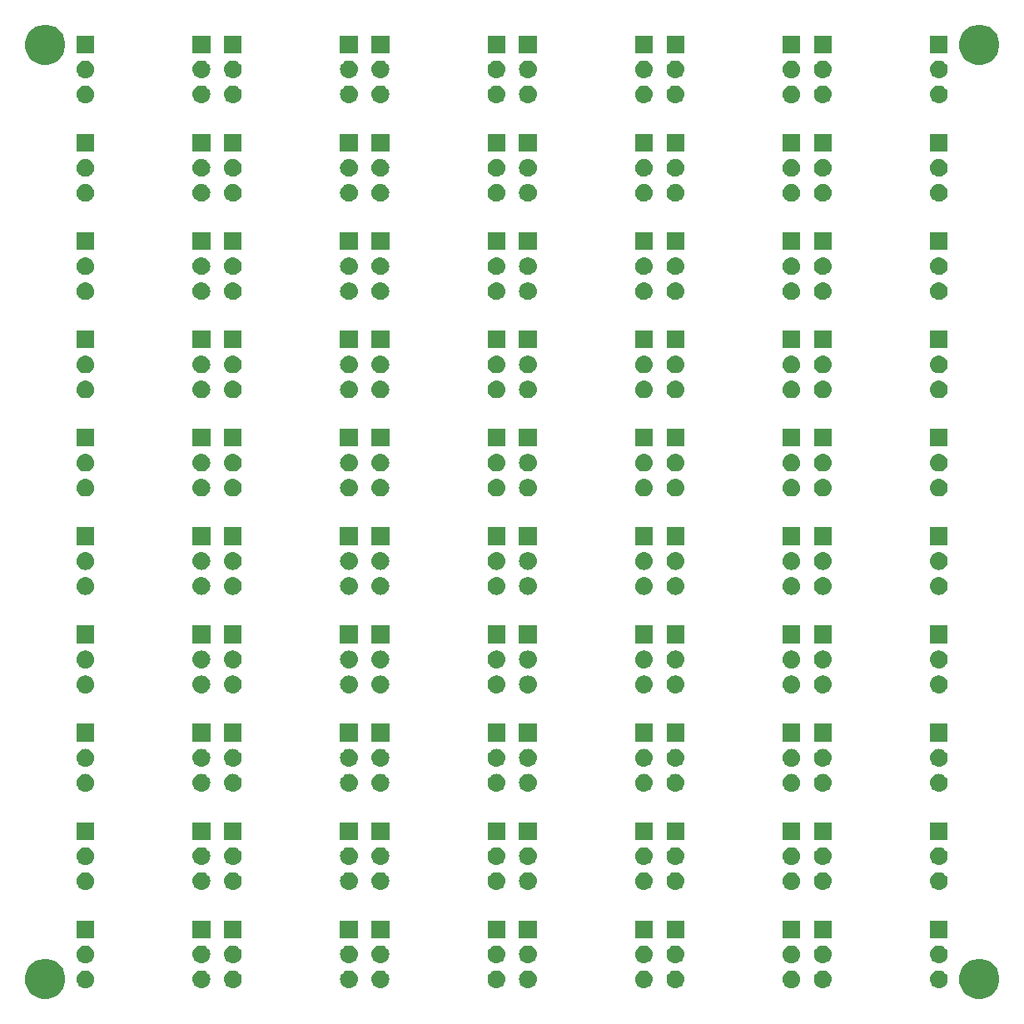
<source format=gbr>
G04 #@! TF.GenerationSoftware,KiCad,Pcbnew,(5.0.2)-1*
G04 #@! TF.CreationDate,2019-05-18T23:42:59-05:00*
G04 #@! TF.ProjectId,pixel_panel,70697865-6c5f-4706-916e-656c2e6b6963,rev?*
G04 #@! TF.SameCoordinates,PX6aae0f0PY2fa8320*
G04 #@! TF.FileFunction,Soldermask,Bot*
G04 #@! TF.FilePolarity,Negative*
%FSLAX46Y46*%
G04 Gerber Fmt 4.6, Leading zero omitted, Abs format (unit mm)*
G04 Created by KiCad (PCBNEW (5.0.2)-1) date 5/18/2019 11:42:59 PM*
%MOMM*%
%LPD*%
G01*
G04 APERTURE LIST*
%ADD10C,0.100000*%
G04 APERTURE END LIST*
D10*
G36*
X98098252Y-95527818D02*
X98098254Y-95527819D01*
X98098255Y-95527819D01*
X98471513Y-95682427D01*
X98576802Y-95752779D01*
X98807439Y-95906886D01*
X99093114Y-96192561D01*
X99093116Y-96192564D01*
X99317573Y-96528487D01*
X99472181Y-96901745D01*
X99472182Y-96901748D01*
X99551000Y-97297993D01*
X99551000Y-97702007D01*
X99514309Y-97886467D01*
X99472181Y-98098255D01*
X99317573Y-98471513D01*
X99317572Y-98471514D01*
X99093114Y-98807439D01*
X98807439Y-99093114D01*
X98807436Y-99093116D01*
X98471513Y-99317573D01*
X98098255Y-99472181D01*
X98098254Y-99472181D01*
X98098252Y-99472182D01*
X97702007Y-99551000D01*
X97297993Y-99551000D01*
X96901748Y-99472182D01*
X96901746Y-99472181D01*
X96901745Y-99472181D01*
X96528487Y-99317573D01*
X96192564Y-99093116D01*
X96192561Y-99093114D01*
X95906886Y-98807439D01*
X95682428Y-98471514D01*
X95682427Y-98471513D01*
X95527819Y-98098255D01*
X95485692Y-97886467D01*
X95449000Y-97702007D01*
X95449000Y-97297993D01*
X95527818Y-96901748D01*
X95527819Y-96901745D01*
X95682427Y-96528487D01*
X95906884Y-96192564D01*
X95906886Y-96192561D01*
X96192561Y-95906886D01*
X96423198Y-95752779D01*
X96528487Y-95682427D01*
X96901745Y-95527819D01*
X96901746Y-95527819D01*
X96901748Y-95527818D01*
X97297993Y-95449000D01*
X97702007Y-95449000D01*
X98098252Y-95527818D01*
X98098252Y-95527818D01*
G37*
G36*
X3098252Y-95527818D02*
X3098254Y-95527819D01*
X3098255Y-95527819D01*
X3471513Y-95682427D01*
X3576802Y-95752779D01*
X3807439Y-95906886D01*
X4093114Y-96192561D01*
X4093116Y-96192564D01*
X4317573Y-96528487D01*
X4472181Y-96901745D01*
X4472182Y-96901748D01*
X4551000Y-97297993D01*
X4551000Y-97702007D01*
X4514309Y-97886467D01*
X4472181Y-98098255D01*
X4317573Y-98471513D01*
X4317572Y-98471514D01*
X4093114Y-98807439D01*
X3807439Y-99093114D01*
X3807436Y-99093116D01*
X3471513Y-99317573D01*
X3098255Y-99472181D01*
X3098254Y-99472181D01*
X3098252Y-99472182D01*
X2702007Y-99551000D01*
X2297993Y-99551000D01*
X1901748Y-99472182D01*
X1901746Y-99472181D01*
X1901745Y-99472181D01*
X1528487Y-99317573D01*
X1192564Y-99093116D01*
X1192561Y-99093114D01*
X906886Y-98807439D01*
X682428Y-98471514D01*
X682427Y-98471513D01*
X527819Y-98098255D01*
X485692Y-97886467D01*
X449000Y-97702007D01*
X449000Y-97297993D01*
X527818Y-96901748D01*
X527819Y-96901745D01*
X682427Y-96528487D01*
X906884Y-96192564D01*
X906886Y-96192561D01*
X1192561Y-95906886D01*
X1423198Y-95752779D01*
X1528487Y-95682427D01*
X1901745Y-95527819D01*
X1901746Y-95527819D01*
X1901748Y-95527818D01*
X2297993Y-95449000D01*
X2702007Y-95449000D01*
X3098252Y-95527818D01*
X3098252Y-95527818D01*
G37*
G36*
X36710443Y-96645519D02*
X36776627Y-96652037D01*
X36889853Y-96686384D01*
X36946467Y-96703557D01*
X37085087Y-96777652D01*
X37102991Y-96787222D01*
X37138729Y-96816552D01*
X37240186Y-96899814D01*
X37323448Y-97001271D01*
X37352778Y-97037009D01*
X37352779Y-97037011D01*
X37436443Y-97193533D01*
X37436443Y-97193534D01*
X37487963Y-97363373D01*
X37505359Y-97540000D01*
X37487963Y-97716627D01*
X37453616Y-97829853D01*
X37436443Y-97886467D01*
X37362348Y-98025087D01*
X37352778Y-98042991D01*
X37323448Y-98078729D01*
X37240186Y-98180186D01*
X37138729Y-98263448D01*
X37102991Y-98292778D01*
X37102989Y-98292779D01*
X36946467Y-98376443D01*
X36889853Y-98393616D01*
X36776627Y-98427963D01*
X36710443Y-98434481D01*
X36644260Y-98441000D01*
X36555740Y-98441000D01*
X36489557Y-98434481D01*
X36423373Y-98427963D01*
X36310147Y-98393616D01*
X36253533Y-98376443D01*
X36097011Y-98292779D01*
X36097009Y-98292778D01*
X36061271Y-98263448D01*
X35959814Y-98180186D01*
X35876552Y-98078729D01*
X35847222Y-98042991D01*
X35837652Y-98025087D01*
X35763557Y-97886467D01*
X35746384Y-97829853D01*
X35712037Y-97716627D01*
X35694641Y-97540000D01*
X35712037Y-97363373D01*
X35763557Y-97193534D01*
X35763557Y-97193533D01*
X35847221Y-97037011D01*
X35847222Y-97037009D01*
X35876552Y-97001271D01*
X35959814Y-96899814D01*
X36061271Y-96816552D01*
X36097009Y-96787222D01*
X36114913Y-96777652D01*
X36253533Y-96703557D01*
X36310147Y-96686384D01*
X36423373Y-96652037D01*
X36489557Y-96645519D01*
X36555740Y-96639000D01*
X36644260Y-96639000D01*
X36710443Y-96645519D01*
X36710443Y-96645519D01*
G37*
G36*
X81710443Y-96645519D02*
X81776627Y-96652037D01*
X81889853Y-96686384D01*
X81946467Y-96703557D01*
X82085087Y-96777652D01*
X82102991Y-96787222D01*
X82138729Y-96816552D01*
X82240186Y-96899814D01*
X82323448Y-97001271D01*
X82352778Y-97037009D01*
X82352779Y-97037011D01*
X82436443Y-97193533D01*
X82436443Y-97193534D01*
X82487963Y-97363373D01*
X82505359Y-97540000D01*
X82487963Y-97716627D01*
X82453616Y-97829853D01*
X82436443Y-97886467D01*
X82362348Y-98025087D01*
X82352778Y-98042991D01*
X82323448Y-98078729D01*
X82240186Y-98180186D01*
X82138729Y-98263448D01*
X82102991Y-98292778D01*
X82102989Y-98292779D01*
X81946467Y-98376443D01*
X81889853Y-98393616D01*
X81776627Y-98427963D01*
X81710443Y-98434481D01*
X81644260Y-98441000D01*
X81555740Y-98441000D01*
X81489557Y-98434481D01*
X81423373Y-98427963D01*
X81310147Y-98393616D01*
X81253533Y-98376443D01*
X81097011Y-98292779D01*
X81097009Y-98292778D01*
X81061271Y-98263448D01*
X80959814Y-98180186D01*
X80876552Y-98078729D01*
X80847222Y-98042991D01*
X80837652Y-98025087D01*
X80763557Y-97886467D01*
X80746384Y-97829853D01*
X80712037Y-97716627D01*
X80694641Y-97540000D01*
X80712037Y-97363373D01*
X80763557Y-97193534D01*
X80763557Y-97193533D01*
X80847221Y-97037011D01*
X80847222Y-97037009D01*
X80876552Y-97001271D01*
X80959814Y-96899814D01*
X81061271Y-96816552D01*
X81097009Y-96787222D01*
X81114913Y-96777652D01*
X81253533Y-96703557D01*
X81310147Y-96686384D01*
X81423373Y-96652037D01*
X81489557Y-96645519D01*
X81555740Y-96639000D01*
X81644260Y-96639000D01*
X81710443Y-96645519D01*
X81710443Y-96645519D01*
G37*
G36*
X66710443Y-96645519D02*
X66776627Y-96652037D01*
X66889853Y-96686384D01*
X66946467Y-96703557D01*
X67085087Y-96777652D01*
X67102991Y-96787222D01*
X67138729Y-96816552D01*
X67240186Y-96899814D01*
X67323448Y-97001271D01*
X67352778Y-97037009D01*
X67352779Y-97037011D01*
X67436443Y-97193533D01*
X67436443Y-97193534D01*
X67487963Y-97363373D01*
X67505359Y-97540000D01*
X67487963Y-97716627D01*
X67453616Y-97829853D01*
X67436443Y-97886467D01*
X67362348Y-98025087D01*
X67352778Y-98042991D01*
X67323448Y-98078729D01*
X67240186Y-98180186D01*
X67138729Y-98263448D01*
X67102991Y-98292778D01*
X67102989Y-98292779D01*
X66946467Y-98376443D01*
X66889853Y-98393616D01*
X66776627Y-98427963D01*
X66710443Y-98434481D01*
X66644260Y-98441000D01*
X66555740Y-98441000D01*
X66489557Y-98434481D01*
X66423373Y-98427963D01*
X66310147Y-98393616D01*
X66253533Y-98376443D01*
X66097011Y-98292779D01*
X66097009Y-98292778D01*
X66061271Y-98263448D01*
X65959814Y-98180186D01*
X65876552Y-98078729D01*
X65847222Y-98042991D01*
X65837652Y-98025087D01*
X65763557Y-97886467D01*
X65746384Y-97829853D01*
X65712037Y-97716627D01*
X65694641Y-97540000D01*
X65712037Y-97363373D01*
X65763557Y-97193534D01*
X65763557Y-97193533D01*
X65847221Y-97037011D01*
X65847222Y-97037009D01*
X65876552Y-97001271D01*
X65959814Y-96899814D01*
X66061271Y-96816552D01*
X66097009Y-96787222D01*
X66114913Y-96777652D01*
X66253533Y-96703557D01*
X66310147Y-96686384D01*
X66423373Y-96652037D01*
X66489557Y-96645519D01*
X66555740Y-96639000D01*
X66644260Y-96639000D01*
X66710443Y-96645519D01*
X66710443Y-96645519D01*
G37*
G36*
X51710443Y-96645519D02*
X51776627Y-96652037D01*
X51889853Y-96686384D01*
X51946467Y-96703557D01*
X52085087Y-96777652D01*
X52102991Y-96787222D01*
X52138729Y-96816552D01*
X52240186Y-96899814D01*
X52323448Y-97001271D01*
X52352778Y-97037009D01*
X52352779Y-97037011D01*
X52436443Y-97193533D01*
X52436443Y-97193534D01*
X52487963Y-97363373D01*
X52505359Y-97540000D01*
X52487963Y-97716627D01*
X52453616Y-97829853D01*
X52436443Y-97886467D01*
X52362348Y-98025087D01*
X52352778Y-98042991D01*
X52323448Y-98078729D01*
X52240186Y-98180186D01*
X52138729Y-98263448D01*
X52102991Y-98292778D01*
X52102989Y-98292779D01*
X51946467Y-98376443D01*
X51889853Y-98393616D01*
X51776627Y-98427963D01*
X51710443Y-98434481D01*
X51644260Y-98441000D01*
X51555740Y-98441000D01*
X51489557Y-98434481D01*
X51423373Y-98427963D01*
X51310147Y-98393616D01*
X51253533Y-98376443D01*
X51097011Y-98292779D01*
X51097009Y-98292778D01*
X51061271Y-98263448D01*
X50959814Y-98180186D01*
X50876552Y-98078729D01*
X50847222Y-98042991D01*
X50837652Y-98025087D01*
X50763557Y-97886467D01*
X50746384Y-97829853D01*
X50712037Y-97716627D01*
X50694641Y-97540000D01*
X50712037Y-97363373D01*
X50763557Y-97193534D01*
X50763557Y-97193533D01*
X50847221Y-97037011D01*
X50847222Y-97037009D01*
X50876552Y-97001271D01*
X50959814Y-96899814D01*
X51061271Y-96816552D01*
X51097009Y-96787222D01*
X51114913Y-96777652D01*
X51253533Y-96703557D01*
X51310147Y-96686384D01*
X51423373Y-96652037D01*
X51489557Y-96645519D01*
X51555740Y-96639000D01*
X51644260Y-96639000D01*
X51710443Y-96645519D01*
X51710443Y-96645519D01*
G37*
G36*
X21710443Y-96645519D02*
X21776627Y-96652037D01*
X21889853Y-96686384D01*
X21946467Y-96703557D01*
X22085087Y-96777652D01*
X22102991Y-96787222D01*
X22138729Y-96816552D01*
X22240186Y-96899814D01*
X22323448Y-97001271D01*
X22352778Y-97037009D01*
X22352779Y-97037011D01*
X22436443Y-97193533D01*
X22436443Y-97193534D01*
X22487963Y-97363373D01*
X22505359Y-97540000D01*
X22487963Y-97716627D01*
X22453616Y-97829853D01*
X22436443Y-97886467D01*
X22362348Y-98025087D01*
X22352778Y-98042991D01*
X22323448Y-98078729D01*
X22240186Y-98180186D01*
X22138729Y-98263448D01*
X22102991Y-98292778D01*
X22102989Y-98292779D01*
X21946467Y-98376443D01*
X21889853Y-98393616D01*
X21776627Y-98427963D01*
X21710443Y-98434481D01*
X21644260Y-98441000D01*
X21555740Y-98441000D01*
X21489557Y-98434481D01*
X21423373Y-98427963D01*
X21310147Y-98393616D01*
X21253533Y-98376443D01*
X21097011Y-98292779D01*
X21097009Y-98292778D01*
X21061271Y-98263448D01*
X20959814Y-98180186D01*
X20876552Y-98078729D01*
X20847222Y-98042991D01*
X20837652Y-98025087D01*
X20763557Y-97886467D01*
X20746384Y-97829853D01*
X20712037Y-97716627D01*
X20694641Y-97540000D01*
X20712037Y-97363373D01*
X20763557Y-97193534D01*
X20763557Y-97193533D01*
X20847221Y-97037011D01*
X20847222Y-97037009D01*
X20876552Y-97001271D01*
X20959814Y-96899814D01*
X21061271Y-96816552D01*
X21097009Y-96787222D01*
X21114913Y-96777652D01*
X21253533Y-96703557D01*
X21310147Y-96686384D01*
X21423373Y-96652037D01*
X21489557Y-96645519D01*
X21555740Y-96639000D01*
X21644260Y-96639000D01*
X21710443Y-96645519D01*
X21710443Y-96645519D01*
G37*
G36*
X6710443Y-96645519D02*
X6776627Y-96652037D01*
X6889853Y-96686384D01*
X6946467Y-96703557D01*
X7085087Y-96777652D01*
X7102991Y-96787222D01*
X7138729Y-96816552D01*
X7240186Y-96899814D01*
X7323448Y-97001271D01*
X7352778Y-97037009D01*
X7352779Y-97037011D01*
X7436443Y-97193533D01*
X7436443Y-97193534D01*
X7487963Y-97363373D01*
X7505359Y-97540000D01*
X7487963Y-97716627D01*
X7453616Y-97829853D01*
X7436443Y-97886467D01*
X7362348Y-98025087D01*
X7352778Y-98042991D01*
X7323448Y-98078729D01*
X7240186Y-98180186D01*
X7138729Y-98263448D01*
X7102991Y-98292778D01*
X7102989Y-98292779D01*
X6946467Y-98376443D01*
X6889853Y-98393616D01*
X6776627Y-98427963D01*
X6710443Y-98434481D01*
X6644260Y-98441000D01*
X6555740Y-98441000D01*
X6489557Y-98434481D01*
X6423373Y-98427963D01*
X6310147Y-98393616D01*
X6253533Y-98376443D01*
X6097011Y-98292779D01*
X6097009Y-98292778D01*
X6061271Y-98263448D01*
X5959814Y-98180186D01*
X5876552Y-98078729D01*
X5847222Y-98042991D01*
X5837652Y-98025087D01*
X5763557Y-97886467D01*
X5746384Y-97829853D01*
X5712037Y-97716627D01*
X5694641Y-97540000D01*
X5712037Y-97363373D01*
X5763557Y-97193534D01*
X5763557Y-97193533D01*
X5847221Y-97037011D01*
X5847222Y-97037009D01*
X5876552Y-97001271D01*
X5959814Y-96899814D01*
X6061271Y-96816552D01*
X6097009Y-96787222D01*
X6114913Y-96777652D01*
X6253533Y-96703557D01*
X6310147Y-96686384D01*
X6423373Y-96652037D01*
X6489557Y-96645519D01*
X6555740Y-96639000D01*
X6644260Y-96639000D01*
X6710443Y-96645519D01*
X6710443Y-96645519D01*
G37*
G36*
X63510443Y-96645519D02*
X63576627Y-96652037D01*
X63689853Y-96686384D01*
X63746467Y-96703557D01*
X63885087Y-96777652D01*
X63902991Y-96787222D01*
X63938729Y-96816552D01*
X64040186Y-96899814D01*
X64123448Y-97001271D01*
X64152778Y-97037009D01*
X64152779Y-97037011D01*
X64236443Y-97193533D01*
X64236443Y-97193534D01*
X64287963Y-97363373D01*
X64305359Y-97540000D01*
X64287963Y-97716627D01*
X64253616Y-97829853D01*
X64236443Y-97886467D01*
X64162348Y-98025087D01*
X64152778Y-98042991D01*
X64123448Y-98078729D01*
X64040186Y-98180186D01*
X63938729Y-98263448D01*
X63902991Y-98292778D01*
X63902989Y-98292779D01*
X63746467Y-98376443D01*
X63689853Y-98393616D01*
X63576627Y-98427963D01*
X63510443Y-98434481D01*
X63444260Y-98441000D01*
X63355740Y-98441000D01*
X63289557Y-98434481D01*
X63223373Y-98427963D01*
X63110147Y-98393616D01*
X63053533Y-98376443D01*
X62897011Y-98292779D01*
X62897009Y-98292778D01*
X62861271Y-98263448D01*
X62759814Y-98180186D01*
X62676552Y-98078729D01*
X62647222Y-98042991D01*
X62637652Y-98025087D01*
X62563557Y-97886467D01*
X62546384Y-97829853D01*
X62512037Y-97716627D01*
X62494641Y-97540000D01*
X62512037Y-97363373D01*
X62563557Y-97193534D01*
X62563557Y-97193533D01*
X62647221Y-97037011D01*
X62647222Y-97037009D01*
X62676552Y-97001271D01*
X62759814Y-96899814D01*
X62861271Y-96816552D01*
X62897009Y-96787222D01*
X62914913Y-96777652D01*
X63053533Y-96703557D01*
X63110147Y-96686384D01*
X63223373Y-96652037D01*
X63289557Y-96645519D01*
X63355740Y-96639000D01*
X63444260Y-96639000D01*
X63510443Y-96645519D01*
X63510443Y-96645519D01*
G37*
G36*
X48510443Y-96645519D02*
X48576627Y-96652037D01*
X48689853Y-96686384D01*
X48746467Y-96703557D01*
X48885087Y-96777652D01*
X48902991Y-96787222D01*
X48938729Y-96816552D01*
X49040186Y-96899814D01*
X49123448Y-97001271D01*
X49152778Y-97037009D01*
X49152779Y-97037011D01*
X49236443Y-97193533D01*
X49236443Y-97193534D01*
X49287963Y-97363373D01*
X49305359Y-97540000D01*
X49287963Y-97716627D01*
X49253616Y-97829853D01*
X49236443Y-97886467D01*
X49162348Y-98025087D01*
X49152778Y-98042991D01*
X49123448Y-98078729D01*
X49040186Y-98180186D01*
X48938729Y-98263448D01*
X48902991Y-98292778D01*
X48902989Y-98292779D01*
X48746467Y-98376443D01*
X48689853Y-98393616D01*
X48576627Y-98427963D01*
X48510443Y-98434481D01*
X48444260Y-98441000D01*
X48355740Y-98441000D01*
X48289557Y-98434481D01*
X48223373Y-98427963D01*
X48110147Y-98393616D01*
X48053533Y-98376443D01*
X47897011Y-98292779D01*
X47897009Y-98292778D01*
X47861271Y-98263448D01*
X47759814Y-98180186D01*
X47676552Y-98078729D01*
X47647222Y-98042991D01*
X47637652Y-98025087D01*
X47563557Y-97886467D01*
X47546384Y-97829853D01*
X47512037Y-97716627D01*
X47494641Y-97540000D01*
X47512037Y-97363373D01*
X47563557Y-97193534D01*
X47563557Y-97193533D01*
X47647221Y-97037011D01*
X47647222Y-97037009D01*
X47676552Y-97001271D01*
X47759814Y-96899814D01*
X47861271Y-96816552D01*
X47897009Y-96787222D01*
X47914913Y-96777652D01*
X48053533Y-96703557D01*
X48110147Y-96686384D01*
X48223373Y-96652037D01*
X48289557Y-96645519D01*
X48355740Y-96639000D01*
X48444260Y-96639000D01*
X48510443Y-96645519D01*
X48510443Y-96645519D01*
G37*
G36*
X33510443Y-96645519D02*
X33576627Y-96652037D01*
X33689853Y-96686384D01*
X33746467Y-96703557D01*
X33885087Y-96777652D01*
X33902991Y-96787222D01*
X33938729Y-96816552D01*
X34040186Y-96899814D01*
X34123448Y-97001271D01*
X34152778Y-97037009D01*
X34152779Y-97037011D01*
X34236443Y-97193533D01*
X34236443Y-97193534D01*
X34287963Y-97363373D01*
X34305359Y-97540000D01*
X34287963Y-97716627D01*
X34253616Y-97829853D01*
X34236443Y-97886467D01*
X34162348Y-98025087D01*
X34152778Y-98042991D01*
X34123448Y-98078729D01*
X34040186Y-98180186D01*
X33938729Y-98263448D01*
X33902991Y-98292778D01*
X33902989Y-98292779D01*
X33746467Y-98376443D01*
X33689853Y-98393616D01*
X33576627Y-98427963D01*
X33510443Y-98434481D01*
X33444260Y-98441000D01*
X33355740Y-98441000D01*
X33289557Y-98434481D01*
X33223373Y-98427963D01*
X33110147Y-98393616D01*
X33053533Y-98376443D01*
X32897011Y-98292779D01*
X32897009Y-98292778D01*
X32861271Y-98263448D01*
X32759814Y-98180186D01*
X32676552Y-98078729D01*
X32647222Y-98042991D01*
X32637652Y-98025087D01*
X32563557Y-97886467D01*
X32546384Y-97829853D01*
X32512037Y-97716627D01*
X32494641Y-97540000D01*
X32512037Y-97363373D01*
X32563557Y-97193534D01*
X32563557Y-97193533D01*
X32647221Y-97037011D01*
X32647222Y-97037009D01*
X32676552Y-97001271D01*
X32759814Y-96899814D01*
X32861271Y-96816552D01*
X32897009Y-96787222D01*
X32914913Y-96777652D01*
X33053533Y-96703557D01*
X33110147Y-96686384D01*
X33223373Y-96652037D01*
X33289557Y-96645519D01*
X33355740Y-96639000D01*
X33444260Y-96639000D01*
X33510443Y-96645519D01*
X33510443Y-96645519D01*
G37*
G36*
X18510443Y-96645519D02*
X18576627Y-96652037D01*
X18689853Y-96686384D01*
X18746467Y-96703557D01*
X18885087Y-96777652D01*
X18902991Y-96787222D01*
X18938729Y-96816552D01*
X19040186Y-96899814D01*
X19123448Y-97001271D01*
X19152778Y-97037009D01*
X19152779Y-97037011D01*
X19236443Y-97193533D01*
X19236443Y-97193534D01*
X19287963Y-97363373D01*
X19305359Y-97540000D01*
X19287963Y-97716627D01*
X19253616Y-97829853D01*
X19236443Y-97886467D01*
X19162348Y-98025087D01*
X19152778Y-98042991D01*
X19123448Y-98078729D01*
X19040186Y-98180186D01*
X18938729Y-98263448D01*
X18902991Y-98292778D01*
X18902989Y-98292779D01*
X18746467Y-98376443D01*
X18689853Y-98393616D01*
X18576627Y-98427963D01*
X18510443Y-98434481D01*
X18444260Y-98441000D01*
X18355740Y-98441000D01*
X18289557Y-98434481D01*
X18223373Y-98427963D01*
X18110147Y-98393616D01*
X18053533Y-98376443D01*
X17897011Y-98292779D01*
X17897009Y-98292778D01*
X17861271Y-98263448D01*
X17759814Y-98180186D01*
X17676552Y-98078729D01*
X17647222Y-98042991D01*
X17637652Y-98025087D01*
X17563557Y-97886467D01*
X17546384Y-97829853D01*
X17512037Y-97716627D01*
X17494641Y-97540000D01*
X17512037Y-97363373D01*
X17563557Y-97193534D01*
X17563557Y-97193533D01*
X17647221Y-97037011D01*
X17647222Y-97037009D01*
X17676552Y-97001271D01*
X17759814Y-96899814D01*
X17861271Y-96816552D01*
X17897009Y-96787222D01*
X17914913Y-96777652D01*
X18053533Y-96703557D01*
X18110147Y-96686384D01*
X18223373Y-96652037D01*
X18289557Y-96645519D01*
X18355740Y-96639000D01*
X18444260Y-96639000D01*
X18510443Y-96645519D01*
X18510443Y-96645519D01*
G37*
G36*
X93510443Y-96645519D02*
X93576627Y-96652037D01*
X93689853Y-96686384D01*
X93746467Y-96703557D01*
X93885087Y-96777652D01*
X93902991Y-96787222D01*
X93938729Y-96816552D01*
X94040186Y-96899814D01*
X94123448Y-97001271D01*
X94152778Y-97037009D01*
X94152779Y-97037011D01*
X94236443Y-97193533D01*
X94236443Y-97193534D01*
X94287963Y-97363373D01*
X94305359Y-97540000D01*
X94287963Y-97716627D01*
X94253616Y-97829853D01*
X94236443Y-97886467D01*
X94162348Y-98025087D01*
X94152778Y-98042991D01*
X94123448Y-98078729D01*
X94040186Y-98180186D01*
X93938729Y-98263448D01*
X93902991Y-98292778D01*
X93902989Y-98292779D01*
X93746467Y-98376443D01*
X93689853Y-98393616D01*
X93576627Y-98427963D01*
X93510443Y-98434481D01*
X93444260Y-98441000D01*
X93355740Y-98441000D01*
X93289557Y-98434481D01*
X93223373Y-98427963D01*
X93110147Y-98393616D01*
X93053533Y-98376443D01*
X92897011Y-98292779D01*
X92897009Y-98292778D01*
X92861271Y-98263448D01*
X92759814Y-98180186D01*
X92676552Y-98078729D01*
X92647222Y-98042991D01*
X92637652Y-98025087D01*
X92563557Y-97886467D01*
X92546384Y-97829853D01*
X92512037Y-97716627D01*
X92494641Y-97540000D01*
X92512037Y-97363373D01*
X92563557Y-97193534D01*
X92563557Y-97193533D01*
X92647221Y-97037011D01*
X92647222Y-97037009D01*
X92676552Y-97001271D01*
X92759814Y-96899814D01*
X92861271Y-96816552D01*
X92897009Y-96787222D01*
X92914913Y-96777652D01*
X93053533Y-96703557D01*
X93110147Y-96686384D01*
X93223373Y-96652037D01*
X93289557Y-96645519D01*
X93355740Y-96639000D01*
X93444260Y-96639000D01*
X93510443Y-96645519D01*
X93510443Y-96645519D01*
G37*
G36*
X78510443Y-96645519D02*
X78576627Y-96652037D01*
X78689853Y-96686384D01*
X78746467Y-96703557D01*
X78885087Y-96777652D01*
X78902991Y-96787222D01*
X78938729Y-96816552D01*
X79040186Y-96899814D01*
X79123448Y-97001271D01*
X79152778Y-97037009D01*
X79152779Y-97037011D01*
X79236443Y-97193533D01*
X79236443Y-97193534D01*
X79287963Y-97363373D01*
X79305359Y-97540000D01*
X79287963Y-97716627D01*
X79253616Y-97829853D01*
X79236443Y-97886467D01*
X79162348Y-98025087D01*
X79152778Y-98042991D01*
X79123448Y-98078729D01*
X79040186Y-98180186D01*
X78938729Y-98263448D01*
X78902991Y-98292778D01*
X78902989Y-98292779D01*
X78746467Y-98376443D01*
X78689853Y-98393616D01*
X78576627Y-98427963D01*
X78510443Y-98434481D01*
X78444260Y-98441000D01*
X78355740Y-98441000D01*
X78289557Y-98434481D01*
X78223373Y-98427963D01*
X78110147Y-98393616D01*
X78053533Y-98376443D01*
X77897011Y-98292779D01*
X77897009Y-98292778D01*
X77861271Y-98263448D01*
X77759814Y-98180186D01*
X77676552Y-98078729D01*
X77647222Y-98042991D01*
X77637652Y-98025087D01*
X77563557Y-97886467D01*
X77546384Y-97829853D01*
X77512037Y-97716627D01*
X77494641Y-97540000D01*
X77512037Y-97363373D01*
X77563557Y-97193534D01*
X77563557Y-97193533D01*
X77647221Y-97037011D01*
X77647222Y-97037009D01*
X77676552Y-97001271D01*
X77759814Y-96899814D01*
X77861271Y-96816552D01*
X77897009Y-96787222D01*
X77914913Y-96777652D01*
X78053533Y-96703557D01*
X78110147Y-96686384D01*
X78223373Y-96652037D01*
X78289557Y-96645519D01*
X78355740Y-96639000D01*
X78444260Y-96639000D01*
X78510443Y-96645519D01*
X78510443Y-96645519D01*
G37*
G36*
X63510443Y-94105519D02*
X63576627Y-94112037D01*
X63689853Y-94146384D01*
X63746467Y-94163557D01*
X63885087Y-94237652D01*
X63902991Y-94247222D01*
X63938729Y-94276552D01*
X64040186Y-94359814D01*
X64123448Y-94461271D01*
X64152778Y-94497009D01*
X64152779Y-94497011D01*
X64236443Y-94653533D01*
X64236443Y-94653534D01*
X64287963Y-94823373D01*
X64305359Y-95000000D01*
X64287963Y-95176627D01*
X64253616Y-95289853D01*
X64236443Y-95346467D01*
X64181637Y-95449000D01*
X64152778Y-95502991D01*
X64132403Y-95527818D01*
X64040186Y-95640186D01*
X63938729Y-95723448D01*
X63902991Y-95752778D01*
X63902989Y-95752779D01*
X63746467Y-95836443D01*
X63689853Y-95853616D01*
X63576627Y-95887963D01*
X63510443Y-95894481D01*
X63444260Y-95901000D01*
X63355740Y-95901000D01*
X63289557Y-95894481D01*
X63223373Y-95887963D01*
X63110147Y-95853616D01*
X63053533Y-95836443D01*
X62897011Y-95752779D01*
X62897009Y-95752778D01*
X62861271Y-95723448D01*
X62759814Y-95640186D01*
X62667597Y-95527818D01*
X62647222Y-95502991D01*
X62618363Y-95449000D01*
X62563557Y-95346467D01*
X62546384Y-95289853D01*
X62512037Y-95176627D01*
X62494641Y-95000000D01*
X62512037Y-94823373D01*
X62563557Y-94653534D01*
X62563557Y-94653533D01*
X62647221Y-94497011D01*
X62647222Y-94497009D01*
X62676552Y-94461271D01*
X62759814Y-94359814D01*
X62861271Y-94276552D01*
X62897009Y-94247222D01*
X62914913Y-94237652D01*
X63053533Y-94163557D01*
X63110147Y-94146384D01*
X63223373Y-94112037D01*
X63289557Y-94105519D01*
X63355740Y-94099000D01*
X63444260Y-94099000D01*
X63510443Y-94105519D01*
X63510443Y-94105519D01*
G37*
G36*
X18510443Y-94105519D02*
X18576627Y-94112037D01*
X18689853Y-94146384D01*
X18746467Y-94163557D01*
X18885087Y-94237652D01*
X18902991Y-94247222D01*
X18938729Y-94276552D01*
X19040186Y-94359814D01*
X19123448Y-94461271D01*
X19152778Y-94497009D01*
X19152779Y-94497011D01*
X19236443Y-94653533D01*
X19236443Y-94653534D01*
X19287963Y-94823373D01*
X19305359Y-95000000D01*
X19287963Y-95176627D01*
X19253616Y-95289853D01*
X19236443Y-95346467D01*
X19181637Y-95449000D01*
X19152778Y-95502991D01*
X19132403Y-95527818D01*
X19040186Y-95640186D01*
X18938729Y-95723448D01*
X18902991Y-95752778D01*
X18902989Y-95752779D01*
X18746467Y-95836443D01*
X18689853Y-95853616D01*
X18576627Y-95887963D01*
X18510443Y-95894481D01*
X18444260Y-95901000D01*
X18355740Y-95901000D01*
X18289557Y-95894481D01*
X18223373Y-95887963D01*
X18110147Y-95853616D01*
X18053533Y-95836443D01*
X17897011Y-95752779D01*
X17897009Y-95752778D01*
X17861271Y-95723448D01*
X17759814Y-95640186D01*
X17667597Y-95527818D01*
X17647222Y-95502991D01*
X17618363Y-95449000D01*
X17563557Y-95346467D01*
X17546384Y-95289853D01*
X17512037Y-95176627D01*
X17494641Y-95000000D01*
X17512037Y-94823373D01*
X17563557Y-94653534D01*
X17563557Y-94653533D01*
X17647221Y-94497011D01*
X17647222Y-94497009D01*
X17676552Y-94461271D01*
X17759814Y-94359814D01*
X17861271Y-94276552D01*
X17897009Y-94247222D01*
X17914913Y-94237652D01*
X18053533Y-94163557D01*
X18110147Y-94146384D01*
X18223373Y-94112037D01*
X18289557Y-94105519D01*
X18355740Y-94099000D01*
X18444260Y-94099000D01*
X18510443Y-94105519D01*
X18510443Y-94105519D01*
G37*
G36*
X33510443Y-94105519D02*
X33576627Y-94112037D01*
X33689853Y-94146384D01*
X33746467Y-94163557D01*
X33885087Y-94237652D01*
X33902991Y-94247222D01*
X33938729Y-94276552D01*
X34040186Y-94359814D01*
X34123448Y-94461271D01*
X34152778Y-94497009D01*
X34152779Y-94497011D01*
X34236443Y-94653533D01*
X34236443Y-94653534D01*
X34287963Y-94823373D01*
X34305359Y-95000000D01*
X34287963Y-95176627D01*
X34253616Y-95289853D01*
X34236443Y-95346467D01*
X34181637Y-95449000D01*
X34152778Y-95502991D01*
X34132403Y-95527818D01*
X34040186Y-95640186D01*
X33938729Y-95723448D01*
X33902991Y-95752778D01*
X33902989Y-95752779D01*
X33746467Y-95836443D01*
X33689853Y-95853616D01*
X33576627Y-95887963D01*
X33510443Y-95894481D01*
X33444260Y-95901000D01*
X33355740Y-95901000D01*
X33289557Y-95894481D01*
X33223373Y-95887963D01*
X33110147Y-95853616D01*
X33053533Y-95836443D01*
X32897011Y-95752779D01*
X32897009Y-95752778D01*
X32861271Y-95723448D01*
X32759814Y-95640186D01*
X32667597Y-95527818D01*
X32647222Y-95502991D01*
X32618363Y-95449000D01*
X32563557Y-95346467D01*
X32546384Y-95289853D01*
X32512037Y-95176627D01*
X32494641Y-95000000D01*
X32512037Y-94823373D01*
X32563557Y-94653534D01*
X32563557Y-94653533D01*
X32647221Y-94497011D01*
X32647222Y-94497009D01*
X32676552Y-94461271D01*
X32759814Y-94359814D01*
X32861271Y-94276552D01*
X32897009Y-94247222D01*
X32914913Y-94237652D01*
X33053533Y-94163557D01*
X33110147Y-94146384D01*
X33223373Y-94112037D01*
X33289557Y-94105519D01*
X33355740Y-94099000D01*
X33444260Y-94099000D01*
X33510443Y-94105519D01*
X33510443Y-94105519D01*
G37*
G36*
X48510443Y-94105519D02*
X48576627Y-94112037D01*
X48689853Y-94146384D01*
X48746467Y-94163557D01*
X48885087Y-94237652D01*
X48902991Y-94247222D01*
X48938729Y-94276552D01*
X49040186Y-94359814D01*
X49123448Y-94461271D01*
X49152778Y-94497009D01*
X49152779Y-94497011D01*
X49236443Y-94653533D01*
X49236443Y-94653534D01*
X49287963Y-94823373D01*
X49305359Y-95000000D01*
X49287963Y-95176627D01*
X49253616Y-95289853D01*
X49236443Y-95346467D01*
X49181637Y-95449000D01*
X49152778Y-95502991D01*
X49132403Y-95527818D01*
X49040186Y-95640186D01*
X48938729Y-95723448D01*
X48902991Y-95752778D01*
X48902989Y-95752779D01*
X48746467Y-95836443D01*
X48689853Y-95853616D01*
X48576627Y-95887963D01*
X48510443Y-95894481D01*
X48444260Y-95901000D01*
X48355740Y-95901000D01*
X48289557Y-95894481D01*
X48223373Y-95887963D01*
X48110147Y-95853616D01*
X48053533Y-95836443D01*
X47897011Y-95752779D01*
X47897009Y-95752778D01*
X47861271Y-95723448D01*
X47759814Y-95640186D01*
X47667597Y-95527818D01*
X47647222Y-95502991D01*
X47618363Y-95449000D01*
X47563557Y-95346467D01*
X47546384Y-95289853D01*
X47512037Y-95176627D01*
X47494641Y-95000000D01*
X47512037Y-94823373D01*
X47563557Y-94653534D01*
X47563557Y-94653533D01*
X47647221Y-94497011D01*
X47647222Y-94497009D01*
X47676552Y-94461271D01*
X47759814Y-94359814D01*
X47861271Y-94276552D01*
X47897009Y-94247222D01*
X47914913Y-94237652D01*
X48053533Y-94163557D01*
X48110147Y-94146384D01*
X48223373Y-94112037D01*
X48289557Y-94105519D01*
X48355740Y-94099000D01*
X48444260Y-94099000D01*
X48510443Y-94105519D01*
X48510443Y-94105519D01*
G37*
G36*
X6710443Y-94105519D02*
X6776627Y-94112037D01*
X6889853Y-94146384D01*
X6946467Y-94163557D01*
X7085087Y-94237652D01*
X7102991Y-94247222D01*
X7138729Y-94276552D01*
X7240186Y-94359814D01*
X7323448Y-94461271D01*
X7352778Y-94497009D01*
X7352779Y-94497011D01*
X7436443Y-94653533D01*
X7436443Y-94653534D01*
X7487963Y-94823373D01*
X7505359Y-95000000D01*
X7487963Y-95176627D01*
X7453616Y-95289853D01*
X7436443Y-95346467D01*
X7381637Y-95449000D01*
X7352778Y-95502991D01*
X7332403Y-95527818D01*
X7240186Y-95640186D01*
X7138729Y-95723448D01*
X7102991Y-95752778D01*
X7102989Y-95752779D01*
X6946467Y-95836443D01*
X6889853Y-95853616D01*
X6776627Y-95887963D01*
X6710443Y-95894481D01*
X6644260Y-95901000D01*
X6555740Y-95901000D01*
X6489557Y-95894481D01*
X6423373Y-95887963D01*
X6310147Y-95853616D01*
X6253533Y-95836443D01*
X6097011Y-95752779D01*
X6097009Y-95752778D01*
X6061271Y-95723448D01*
X5959814Y-95640186D01*
X5867597Y-95527818D01*
X5847222Y-95502991D01*
X5818363Y-95449000D01*
X5763557Y-95346467D01*
X5746384Y-95289853D01*
X5712037Y-95176627D01*
X5694641Y-95000000D01*
X5712037Y-94823373D01*
X5763557Y-94653534D01*
X5763557Y-94653533D01*
X5847221Y-94497011D01*
X5847222Y-94497009D01*
X5876552Y-94461271D01*
X5959814Y-94359814D01*
X6061271Y-94276552D01*
X6097009Y-94247222D01*
X6114913Y-94237652D01*
X6253533Y-94163557D01*
X6310147Y-94146384D01*
X6423373Y-94112037D01*
X6489557Y-94105519D01*
X6555740Y-94099000D01*
X6644260Y-94099000D01*
X6710443Y-94105519D01*
X6710443Y-94105519D01*
G37*
G36*
X21710443Y-94105519D02*
X21776627Y-94112037D01*
X21889853Y-94146384D01*
X21946467Y-94163557D01*
X22085087Y-94237652D01*
X22102991Y-94247222D01*
X22138729Y-94276552D01*
X22240186Y-94359814D01*
X22323448Y-94461271D01*
X22352778Y-94497009D01*
X22352779Y-94497011D01*
X22436443Y-94653533D01*
X22436443Y-94653534D01*
X22487963Y-94823373D01*
X22505359Y-95000000D01*
X22487963Y-95176627D01*
X22453616Y-95289853D01*
X22436443Y-95346467D01*
X22381637Y-95449000D01*
X22352778Y-95502991D01*
X22332403Y-95527818D01*
X22240186Y-95640186D01*
X22138729Y-95723448D01*
X22102991Y-95752778D01*
X22102989Y-95752779D01*
X21946467Y-95836443D01*
X21889853Y-95853616D01*
X21776627Y-95887963D01*
X21710443Y-95894481D01*
X21644260Y-95901000D01*
X21555740Y-95901000D01*
X21489557Y-95894481D01*
X21423373Y-95887963D01*
X21310147Y-95853616D01*
X21253533Y-95836443D01*
X21097011Y-95752779D01*
X21097009Y-95752778D01*
X21061271Y-95723448D01*
X20959814Y-95640186D01*
X20867597Y-95527818D01*
X20847222Y-95502991D01*
X20818363Y-95449000D01*
X20763557Y-95346467D01*
X20746384Y-95289853D01*
X20712037Y-95176627D01*
X20694641Y-95000000D01*
X20712037Y-94823373D01*
X20763557Y-94653534D01*
X20763557Y-94653533D01*
X20847221Y-94497011D01*
X20847222Y-94497009D01*
X20876552Y-94461271D01*
X20959814Y-94359814D01*
X21061271Y-94276552D01*
X21097009Y-94247222D01*
X21114913Y-94237652D01*
X21253533Y-94163557D01*
X21310147Y-94146384D01*
X21423373Y-94112037D01*
X21489557Y-94105519D01*
X21555740Y-94099000D01*
X21644260Y-94099000D01*
X21710443Y-94105519D01*
X21710443Y-94105519D01*
G37*
G36*
X78510443Y-94105519D02*
X78576627Y-94112037D01*
X78689853Y-94146384D01*
X78746467Y-94163557D01*
X78885087Y-94237652D01*
X78902991Y-94247222D01*
X78938729Y-94276552D01*
X79040186Y-94359814D01*
X79123448Y-94461271D01*
X79152778Y-94497009D01*
X79152779Y-94497011D01*
X79236443Y-94653533D01*
X79236443Y-94653534D01*
X79287963Y-94823373D01*
X79305359Y-95000000D01*
X79287963Y-95176627D01*
X79253616Y-95289853D01*
X79236443Y-95346467D01*
X79181637Y-95449000D01*
X79152778Y-95502991D01*
X79132403Y-95527818D01*
X79040186Y-95640186D01*
X78938729Y-95723448D01*
X78902991Y-95752778D01*
X78902989Y-95752779D01*
X78746467Y-95836443D01*
X78689853Y-95853616D01*
X78576627Y-95887963D01*
X78510443Y-95894481D01*
X78444260Y-95901000D01*
X78355740Y-95901000D01*
X78289557Y-95894481D01*
X78223373Y-95887963D01*
X78110147Y-95853616D01*
X78053533Y-95836443D01*
X77897011Y-95752779D01*
X77897009Y-95752778D01*
X77861271Y-95723448D01*
X77759814Y-95640186D01*
X77667597Y-95527818D01*
X77647222Y-95502991D01*
X77618363Y-95449000D01*
X77563557Y-95346467D01*
X77546384Y-95289853D01*
X77512037Y-95176627D01*
X77494641Y-95000000D01*
X77512037Y-94823373D01*
X77563557Y-94653534D01*
X77563557Y-94653533D01*
X77647221Y-94497011D01*
X77647222Y-94497009D01*
X77676552Y-94461271D01*
X77759814Y-94359814D01*
X77861271Y-94276552D01*
X77897009Y-94247222D01*
X77914913Y-94237652D01*
X78053533Y-94163557D01*
X78110147Y-94146384D01*
X78223373Y-94112037D01*
X78289557Y-94105519D01*
X78355740Y-94099000D01*
X78444260Y-94099000D01*
X78510443Y-94105519D01*
X78510443Y-94105519D01*
G37*
G36*
X93510443Y-94105519D02*
X93576627Y-94112037D01*
X93689853Y-94146384D01*
X93746467Y-94163557D01*
X93885087Y-94237652D01*
X93902991Y-94247222D01*
X93938729Y-94276552D01*
X94040186Y-94359814D01*
X94123448Y-94461271D01*
X94152778Y-94497009D01*
X94152779Y-94497011D01*
X94236443Y-94653533D01*
X94236443Y-94653534D01*
X94287963Y-94823373D01*
X94305359Y-95000000D01*
X94287963Y-95176627D01*
X94253616Y-95289853D01*
X94236443Y-95346467D01*
X94181637Y-95449000D01*
X94152778Y-95502991D01*
X94132403Y-95527818D01*
X94040186Y-95640186D01*
X93938729Y-95723448D01*
X93902991Y-95752778D01*
X93902989Y-95752779D01*
X93746467Y-95836443D01*
X93689853Y-95853616D01*
X93576627Y-95887963D01*
X93510443Y-95894481D01*
X93444260Y-95901000D01*
X93355740Y-95901000D01*
X93289557Y-95894481D01*
X93223373Y-95887963D01*
X93110147Y-95853616D01*
X93053533Y-95836443D01*
X92897011Y-95752779D01*
X92897009Y-95752778D01*
X92861271Y-95723448D01*
X92759814Y-95640186D01*
X92667597Y-95527818D01*
X92647222Y-95502991D01*
X92618363Y-95449000D01*
X92563557Y-95346467D01*
X92546384Y-95289853D01*
X92512037Y-95176627D01*
X92494641Y-95000000D01*
X92512037Y-94823373D01*
X92563557Y-94653534D01*
X92563557Y-94653533D01*
X92647221Y-94497011D01*
X92647222Y-94497009D01*
X92676552Y-94461271D01*
X92759814Y-94359814D01*
X92861271Y-94276552D01*
X92897009Y-94247222D01*
X92914913Y-94237652D01*
X93053533Y-94163557D01*
X93110147Y-94146384D01*
X93223373Y-94112037D01*
X93289557Y-94105519D01*
X93355740Y-94099000D01*
X93444260Y-94099000D01*
X93510443Y-94105519D01*
X93510443Y-94105519D01*
G37*
G36*
X51710443Y-94105519D02*
X51776627Y-94112037D01*
X51889853Y-94146384D01*
X51946467Y-94163557D01*
X52085087Y-94237652D01*
X52102991Y-94247222D01*
X52138729Y-94276552D01*
X52240186Y-94359814D01*
X52323448Y-94461271D01*
X52352778Y-94497009D01*
X52352779Y-94497011D01*
X52436443Y-94653533D01*
X52436443Y-94653534D01*
X52487963Y-94823373D01*
X52505359Y-95000000D01*
X52487963Y-95176627D01*
X52453616Y-95289853D01*
X52436443Y-95346467D01*
X52381637Y-95449000D01*
X52352778Y-95502991D01*
X52332403Y-95527818D01*
X52240186Y-95640186D01*
X52138729Y-95723448D01*
X52102991Y-95752778D01*
X52102989Y-95752779D01*
X51946467Y-95836443D01*
X51889853Y-95853616D01*
X51776627Y-95887963D01*
X51710443Y-95894481D01*
X51644260Y-95901000D01*
X51555740Y-95901000D01*
X51489557Y-95894481D01*
X51423373Y-95887963D01*
X51310147Y-95853616D01*
X51253533Y-95836443D01*
X51097011Y-95752779D01*
X51097009Y-95752778D01*
X51061271Y-95723448D01*
X50959814Y-95640186D01*
X50867597Y-95527818D01*
X50847222Y-95502991D01*
X50818363Y-95449000D01*
X50763557Y-95346467D01*
X50746384Y-95289853D01*
X50712037Y-95176627D01*
X50694641Y-95000000D01*
X50712037Y-94823373D01*
X50763557Y-94653534D01*
X50763557Y-94653533D01*
X50847221Y-94497011D01*
X50847222Y-94497009D01*
X50876552Y-94461271D01*
X50959814Y-94359814D01*
X51061271Y-94276552D01*
X51097009Y-94247222D01*
X51114913Y-94237652D01*
X51253533Y-94163557D01*
X51310147Y-94146384D01*
X51423373Y-94112037D01*
X51489557Y-94105519D01*
X51555740Y-94099000D01*
X51644260Y-94099000D01*
X51710443Y-94105519D01*
X51710443Y-94105519D01*
G37*
G36*
X36710443Y-94105519D02*
X36776627Y-94112037D01*
X36889853Y-94146384D01*
X36946467Y-94163557D01*
X37085087Y-94237652D01*
X37102991Y-94247222D01*
X37138729Y-94276552D01*
X37240186Y-94359814D01*
X37323448Y-94461271D01*
X37352778Y-94497009D01*
X37352779Y-94497011D01*
X37436443Y-94653533D01*
X37436443Y-94653534D01*
X37487963Y-94823373D01*
X37505359Y-95000000D01*
X37487963Y-95176627D01*
X37453616Y-95289853D01*
X37436443Y-95346467D01*
X37381637Y-95449000D01*
X37352778Y-95502991D01*
X37332403Y-95527818D01*
X37240186Y-95640186D01*
X37138729Y-95723448D01*
X37102991Y-95752778D01*
X37102989Y-95752779D01*
X36946467Y-95836443D01*
X36889853Y-95853616D01*
X36776627Y-95887963D01*
X36710443Y-95894481D01*
X36644260Y-95901000D01*
X36555740Y-95901000D01*
X36489557Y-95894481D01*
X36423373Y-95887963D01*
X36310147Y-95853616D01*
X36253533Y-95836443D01*
X36097011Y-95752779D01*
X36097009Y-95752778D01*
X36061271Y-95723448D01*
X35959814Y-95640186D01*
X35867597Y-95527818D01*
X35847222Y-95502991D01*
X35818363Y-95449000D01*
X35763557Y-95346467D01*
X35746384Y-95289853D01*
X35712037Y-95176627D01*
X35694641Y-95000000D01*
X35712037Y-94823373D01*
X35763557Y-94653534D01*
X35763557Y-94653533D01*
X35847221Y-94497011D01*
X35847222Y-94497009D01*
X35876552Y-94461271D01*
X35959814Y-94359814D01*
X36061271Y-94276552D01*
X36097009Y-94247222D01*
X36114913Y-94237652D01*
X36253533Y-94163557D01*
X36310147Y-94146384D01*
X36423373Y-94112037D01*
X36489557Y-94105519D01*
X36555740Y-94099000D01*
X36644260Y-94099000D01*
X36710443Y-94105519D01*
X36710443Y-94105519D01*
G37*
G36*
X81710443Y-94105519D02*
X81776627Y-94112037D01*
X81889853Y-94146384D01*
X81946467Y-94163557D01*
X82085087Y-94237652D01*
X82102991Y-94247222D01*
X82138729Y-94276552D01*
X82240186Y-94359814D01*
X82323448Y-94461271D01*
X82352778Y-94497009D01*
X82352779Y-94497011D01*
X82436443Y-94653533D01*
X82436443Y-94653534D01*
X82487963Y-94823373D01*
X82505359Y-95000000D01*
X82487963Y-95176627D01*
X82453616Y-95289853D01*
X82436443Y-95346467D01*
X82381637Y-95449000D01*
X82352778Y-95502991D01*
X82332403Y-95527818D01*
X82240186Y-95640186D01*
X82138729Y-95723448D01*
X82102991Y-95752778D01*
X82102989Y-95752779D01*
X81946467Y-95836443D01*
X81889853Y-95853616D01*
X81776627Y-95887963D01*
X81710443Y-95894481D01*
X81644260Y-95901000D01*
X81555740Y-95901000D01*
X81489557Y-95894481D01*
X81423373Y-95887963D01*
X81310147Y-95853616D01*
X81253533Y-95836443D01*
X81097011Y-95752779D01*
X81097009Y-95752778D01*
X81061271Y-95723448D01*
X80959814Y-95640186D01*
X80867597Y-95527818D01*
X80847222Y-95502991D01*
X80818363Y-95449000D01*
X80763557Y-95346467D01*
X80746384Y-95289853D01*
X80712037Y-95176627D01*
X80694641Y-95000000D01*
X80712037Y-94823373D01*
X80763557Y-94653534D01*
X80763557Y-94653533D01*
X80847221Y-94497011D01*
X80847222Y-94497009D01*
X80876552Y-94461271D01*
X80959814Y-94359814D01*
X81061271Y-94276552D01*
X81097009Y-94247222D01*
X81114913Y-94237652D01*
X81253533Y-94163557D01*
X81310147Y-94146384D01*
X81423373Y-94112037D01*
X81489557Y-94105519D01*
X81555740Y-94099000D01*
X81644260Y-94099000D01*
X81710443Y-94105519D01*
X81710443Y-94105519D01*
G37*
G36*
X66710443Y-94105519D02*
X66776627Y-94112037D01*
X66889853Y-94146384D01*
X66946467Y-94163557D01*
X67085087Y-94237652D01*
X67102991Y-94247222D01*
X67138729Y-94276552D01*
X67240186Y-94359814D01*
X67323448Y-94461271D01*
X67352778Y-94497009D01*
X67352779Y-94497011D01*
X67436443Y-94653533D01*
X67436443Y-94653534D01*
X67487963Y-94823373D01*
X67505359Y-95000000D01*
X67487963Y-95176627D01*
X67453616Y-95289853D01*
X67436443Y-95346467D01*
X67381637Y-95449000D01*
X67352778Y-95502991D01*
X67332403Y-95527818D01*
X67240186Y-95640186D01*
X67138729Y-95723448D01*
X67102991Y-95752778D01*
X67102989Y-95752779D01*
X66946467Y-95836443D01*
X66889853Y-95853616D01*
X66776627Y-95887963D01*
X66710443Y-95894481D01*
X66644260Y-95901000D01*
X66555740Y-95901000D01*
X66489557Y-95894481D01*
X66423373Y-95887963D01*
X66310147Y-95853616D01*
X66253533Y-95836443D01*
X66097011Y-95752779D01*
X66097009Y-95752778D01*
X66061271Y-95723448D01*
X65959814Y-95640186D01*
X65867597Y-95527818D01*
X65847222Y-95502991D01*
X65818363Y-95449000D01*
X65763557Y-95346467D01*
X65746384Y-95289853D01*
X65712037Y-95176627D01*
X65694641Y-95000000D01*
X65712037Y-94823373D01*
X65763557Y-94653534D01*
X65763557Y-94653533D01*
X65847221Y-94497011D01*
X65847222Y-94497009D01*
X65876552Y-94461271D01*
X65959814Y-94359814D01*
X66061271Y-94276552D01*
X66097009Y-94247222D01*
X66114913Y-94237652D01*
X66253533Y-94163557D01*
X66310147Y-94146384D01*
X66423373Y-94112037D01*
X66489557Y-94105519D01*
X66555740Y-94099000D01*
X66644260Y-94099000D01*
X66710443Y-94105519D01*
X66710443Y-94105519D01*
G37*
G36*
X34301000Y-93361000D02*
X32499000Y-93361000D01*
X32499000Y-91559000D01*
X34301000Y-91559000D01*
X34301000Y-93361000D01*
X34301000Y-93361000D01*
G37*
G36*
X79301000Y-93361000D02*
X77499000Y-93361000D01*
X77499000Y-91559000D01*
X79301000Y-91559000D01*
X79301000Y-93361000D01*
X79301000Y-93361000D01*
G37*
G36*
X64301000Y-93361000D02*
X62499000Y-93361000D01*
X62499000Y-91559000D01*
X64301000Y-91559000D01*
X64301000Y-93361000D01*
X64301000Y-93361000D01*
G37*
G36*
X94301000Y-93361000D02*
X92499000Y-93361000D01*
X92499000Y-91559000D01*
X94301000Y-91559000D01*
X94301000Y-93361000D01*
X94301000Y-93361000D01*
G37*
G36*
X49301000Y-93361000D02*
X47499000Y-93361000D01*
X47499000Y-91559000D01*
X49301000Y-91559000D01*
X49301000Y-93361000D01*
X49301000Y-93361000D01*
G37*
G36*
X82501000Y-93361000D02*
X80699000Y-93361000D01*
X80699000Y-91559000D01*
X82501000Y-91559000D01*
X82501000Y-93361000D01*
X82501000Y-93361000D01*
G37*
G36*
X67501000Y-93361000D02*
X65699000Y-93361000D01*
X65699000Y-91559000D01*
X67501000Y-91559000D01*
X67501000Y-93361000D01*
X67501000Y-93361000D01*
G37*
G36*
X52501000Y-93361000D02*
X50699000Y-93361000D01*
X50699000Y-91559000D01*
X52501000Y-91559000D01*
X52501000Y-93361000D01*
X52501000Y-93361000D01*
G37*
G36*
X37501000Y-93361000D02*
X35699000Y-93361000D01*
X35699000Y-91559000D01*
X37501000Y-91559000D01*
X37501000Y-93361000D01*
X37501000Y-93361000D01*
G37*
G36*
X19301000Y-93361000D02*
X17499000Y-93361000D01*
X17499000Y-91559000D01*
X19301000Y-91559000D01*
X19301000Y-93361000D01*
X19301000Y-93361000D01*
G37*
G36*
X22501000Y-93361000D02*
X20699000Y-93361000D01*
X20699000Y-91559000D01*
X22501000Y-91559000D01*
X22501000Y-93361000D01*
X22501000Y-93361000D01*
G37*
G36*
X7501000Y-93361000D02*
X5699000Y-93361000D01*
X5699000Y-91559000D01*
X7501000Y-91559000D01*
X7501000Y-93361000D01*
X7501000Y-93361000D01*
G37*
G36*
X93510442Y-86645518D02*
X93576627Y-86652037D01*
X93689853Y-86686384D01*
X93746467Y-86703557D01*
X93885087Y-86777652D01*
X93902991Y-86787222D01*
X93938729Y-86816552D01*
X94040186Y-86899814D01*
X94123448Y-87001271D01*
X94152778Y-87037009D01*
X94152779Y-87037011D01*
X94236443Y-87193533D01*
X94236443Y-87193534D01*
X94287963Y-87363373D01*
X94305359Y-87540000D01*
X94287963Y-87716627D01*
X94253616Y-87829853D01*
X94236443Y-87886467D01*
X94162348Y-88025087D01*
X94152778Y-88042991D01*
X94123448Y-88078729D01*
X94040186Y-88180186D01*
X93938729Y-88263448D01*
X93902991Y-88292778D01*
X93902989Y-88292779D01*
X93746467Y-88376443D01*
X93689853Y-88393616D01*
X93576627Y-88427963D01*
X93510443Y-88434481D01*
X93444260Y-88441000D01*
X93355740Y-88441000D01*
X93289557Y-88434481D01*
X93223373Y-88427963D01*
X93110147Y-88393616D01*
X93053533Y-88376443D01*
X92897011Y-88292779D01*
X92897009Y-88292778D01*
X92861271Y-88263448D01*
X92759814Y-88180186D01*
X92676552Y-88078729D01*
X92647222Y-88042991D01*
X92637652Y-88025087D01*
X92563557Y-87886467D01*
X92546384Y-87829853D01*
X92512037Y-87716627D01*
X92494641Y-87540000D01*
X92512037Y-87363373D01*
X92563557Y-87193534D01*
X92563557Y-87193533D01*
X92647221Y-87037011D01*
X92647222Y-87037009D01*
X92676552Y-87001271D01*
X92759814Y-86899814D01*
X92861271Y-86816552D01*
X92897009Y-86787222D01*
X92914913Y-86777652D01*
X93053533Y-86703557D01*
X93110147Y-86686384D01*
X93223373Y-86652037D01*
X93289558Y-86645518D01*
X93355740Y-86639000D01*
X93444260Y-86639000D01*
X93510442Y-86645518D01*
X93510442Y-86645518D01*
G37*
G36*
X21710442Y-86645518D02*
X21776627Y-86652037D01*
X21889853Y-86686384D01*
X21946467Y-86703557D01*
X22085087Y-86777652D01*
X22102991Y-86787222D01*
X22138729Y-86816552D01*
X22240186Y-86899814D01*
X22323448Y-87001271D01*
X22352778Y-87037009D01*
X22352779Y-87037011D01*
X22436443Y-87193533D01*
X22436443Y-87193534D01*
X22487963Y-87363373D01*
X22505359Y-87540000D01*
X22487963Y-87716627D01*
X22453616Y-87829853D01*
X22436443Y-87886467D01*
X22362348Y-88025087D01*
X22352778Y-88042991D01*
X22323448Y-88078729D01*
X22240186Y-88180186D01*
X22138729Y-88263448D01*
X22102991Y-88292778D01*
X22102989Y-88292779D01*
X21946467Y-88376443D01*
X21889853Y-88393616D01*
X21776627Y-88427963D01*
X21710443Y-88434481D01*
X21644260Y-88441000D01*
X21555740Y-88441000D01*
X21489557Y-88434481D01*
X21423373Y-88427963D01*
X21310147Y-88393616D01*
X21253533Y-88376443D01*
X21097011Y-88292779D01*
X21097009Y-88292778D01*
X21061271Y-88263448D01*
X20959814Y-88180186D01*
X20876552Y-88078729D01*
X20847222Y-88042991D01*
X20837652Y-88025087D01*
X20763557Y-87886467D01*
X20746384Y-87829853D01*
X20712037Y-87716627D01*
X20694641Y-87540000D01*
X20712037Y-87363373D01*
X20763557Y-87193534D01*
X20763557Y-87193533D01*
X20847221Y-87037011D01*
X20847222Y-87037009D01*
X20876552Y-87001271D01*
X20959814Y-86899814D01*
X21061271Y-86816552D01*
X21097009Y-86787222D01*
X21114913Y-86777652D01*
X21253533Y-86703557D01*
X21310147Y-86686384D01*
X21423373Y-86652037D01*
X21489558Y-86645518D01*
X21555740Y-86639000D01*
X21644260Y-86639000D01*
X21710442Y-86645518D01*
X21710442Y-86645518D01*
G37*
G36*
X36710442Y-86645518D02*
X36776627Y-86652037D01*
X36889853Y-86686384D01*
X36946467Y-86703557D01*
X37085087Y-86777652D01*
X37102991Y-86787222D01*
X37138729Y-86816552D01*
X37240186Y-86899814D01*
X37323448Y-87001271D01*
X37352778Y-87037009D01*
X37352779Y-87037011D01*
X37436443Y-87193533D01*
X37436443Y-87193534D01*
X37487963Y-87363373D01*
X37505359Y-87540000D01*
X37487963Y-87716627D01*
X37453616Y-87829853D01*
X37436443Y-87886467D01*
X37362348Y-88025087D01*
X37352778Y-88042991D01*
X37323448Y-88078729D01*
X37240186Y-88180186D01*
X37138729Y-88263448D01*
X37102991Y-88292778D01*
X37102989Y-88292779D01*
X36946467Y-88376443D01*
X36889853Y-88393616D01*
X36776627Y-88427963D01*
X36710443Y-88434481D01*
X36644260Y-88441000D01*
X36555740Y-88441000D01*
X36489557Y-88434481D01*
X36423373Y-88427963D01*
X36310147Y-88393616D01*
X36253533Y-88376443D01*
X36097011Y-88292779D01*
X36097009Y-88292778D01*
X36061271Y-88263448D01*
X35959814Y-88180186D01*
X35876552Y-88078729D01*
X35847222Y-88042991D01*
X35837652Y-88025087D01*
X35763557Y-87886467D01*
X35746384Y-87829853D01*
X35712037Y-87716627D01*
X35694641Y-87540000D01*
X35712037Y-87363373D01*
X35763557Y-87193534D01*
X35763557Y-87193533D01*
X35847221Y-87037011D01*
X35847222Y-87037009D01*
X35876552Y-87001271D01*
X35959814Y-86899814D01*
X36061271Y-86816552D01*
X36097009Y-86787222D01*
X36114913Y-86777652D01*
X36253533Y-86703557D01*
X36310147Y-86686384D01*
X36423373Y-86652037D01*
X36489558Y-86645518D01*
X36555740Y-86639000D01*
X36644260Y-86639000D01*
X36710442Y-86645518D01*
X36710442Y-86645518D01*
G37*
G36*
X6710442Y-86645518D02*
X6776627Y-86652037D01*
X6889853Y-86686384D01*
X6946467Y-86703557D01*
X7085087Y-86777652D01*
X7102991Y-86787222D01*
X7138729Y-86816552D01*
X7240186Y-86899814D01*
X7323448Y-87001271D01*
X7352778Y-87037009D01*
X7352779Y-87037011D01*
X7436443Y-87193533D01*
X7436443Y-87193534D01*
X7487963Y-87363373D01*
X7505359Y-87540000D01*
X7487963Y-87716627D01*
X7453616Y-87829853D01*
X7436443Y-87886467D01*
X7362348Y-88025087D01*
X7352778Y-88042991D01*
X7323448Y-88078729D01*
X7240186Y-88180186D01*
X7138729Y-88263448D01*
X7102991Y-88292778D01*
X7102989Y-88292779D01*
X6946467Y-88376443D01*
X6889853Y-88393616D01*
X6776627Y-88427963D01*
X6710443Y-88434481D01*
X6644260Y-88441000D01*
X6555740Y-88441000D01*
X6489557Y-88434481D01*
X6423373Y-88427963D01*
X6310147Y-88393616D01*
X6253533Y-88376443D01*
X6097011Y-88292779D01*
X6097009Y-88292778D01*
X6061271Y-88263448D01*
X5959814Y-88180186D01*
X5876552Y-88078729D01*
X5847222Y-88042991D01*
X5837652Y-88025087D01*
X5763557Y-87886467D01*
X5746384Y-87829853D01*
X5712037Y-87716627D01*
X5694641Y-87540000D01*
X5712037Y-87363373D01*
X5763557Y-87193534D01*
X5763557Y-87193533D01*
X5847221Y-87037011D01*
X5847222Y-87037009D01*
X5876552Y-87001271D01*
X5959814Y-86899814D01*
X6061271Y-86816552D01*
X6097009Y-86787222D01*
X6114913Y-86777652D01*
X6253533Y-86703557D01*
X6310147Y-86686384D01*
X6423373Y-86652037D01*
X6489558Y-86645518D01*
X6555740Y-86639000D01*
X6644260Y-86639000D01*
X6710442Y-86645518D01*
X6710442Y-86645518D01*
G37*
G36*
X81710442Y-86645518D02*
X81776627Y-86652037D01*
X81889853Y-86686384D01*
X81946467Y-86703557D01*
X82085087Y-86777652D01*
X82102991Y-86787222D01*
X82138729Y-86816552D01*
X82240186Y-86899814D01*
X82323448Y-87001271D01*
X82352778Y-87037009D01*
X82352779Y-87037011D01*
X82436443Y-87193533D01*
X82436443Y-87193534D01*
X82487963Y-87363373D01*
X82505359Y-87540000D01*
X82487963Y-87716627D01*
X82453616Y-87829853D01*
X82436443Y-87886467D01*
X82362348Y-88025087D01*
X82352778Y-88042991D01*
X82323448Y-88078729D01*
X82240186Y-88180186D01*
X82138729Y-88263448D01*
X82102991Y-88292778D01*
X82102989Y-88292779D01*
X81946467Y-88376443D01*
X81889853Y-88393616D01*
X81776627Y-88427963D01*
X81710443Y-88434481D01*
X81644260Y-88441000D01*
X81555740Y-88441000D01*
X81489557Y-88434481D01*
X81423373Y-88427963D01*
X81310147Y-88393616D01*
X81253533Y-88376443D01*
X81097011Y-88292779D01*
X81097009Y-88292778D01*
X81061271Y-88263448D01*
X80959814Y-88180186D01*
X80876552Y-88078729D01*
X80847222Y-88042991D01*
X80837652Y-88025087D01*
X80763557Y-87886467D01*
X80746384Y-87829853D01*
X80712037Y-87716627D01*
X80694641Y-87540000D01*
X80712037Y-87363373D01*
X80763557Y-87193534D01*
X80763557Y-87193533D01*
X80847221Y-87037011D01*
X80847222Y-87037009D01*
X80876552Y-87001271D01*
X80959814Y-86899814D01*
X81061271Y-86816552D01*
X81097009Y-86787222D01*
X81114913Y-86777652D01*
X81253533Y-86703557D01*
X81310147Y-86686384D01*
X81423373Y-86652037D01*
X81489558Y-86645518D01*
X81555740Y-86639000D01*
X81644260Y-86639000D01*
X81710442Y-86645518D01*
X81710442Y-86645518D01*
G37*
G36*
X78510442Y-86645518D02*
X78576627Y-86652037D01*
X78689853Y-86686384D01*
X78746467Y-86703557D01*
X78885087Y-86777652D01*
X78902991Y-86787222D01*
X78938729Y-86816552D01*
X79040186Y-86899814D01*
X79123448Y-87001271D01*
X79152778Y-87037009D01*
X79152779Y-87037011D01*
X79236443Y-87193533D01*
X79236443Y-87193534D01*
X79287963Y-87363373D01*
X79305359Y-87540000D01*
X79287963Y-87716627D01*
X79253616Y-87829853D01*
X79236443Y-87886467D01*
X79162348Y-88025087D01*
X79152778Y-88042991D01*
X79123448Y-88078729D01*
X79040186Y-88180186D01*
X78938729Y-88263448D01*
X78902991Y-88292778D01*
X78902989Y-88292779D01*
X78746467Y-88376443D01*
X78689853Y-88393616D01*
X78576627Y-88427963D01*
X78510443Y-88434481D01*
X78444260Y-88441000D01*
X78355740Y-88441000D01*
X78289557Y-88434481D01*
X78223373Y-88427963D01*
X78110147Y-88393616D01*
X78053533Y-88376443D01*
X77897011Y-88292779D01*
X77897009Y-88292778D01*
X77861271Y-88263448D01*
X77759814Y-88180186D01*
X77676552Y-88078729D01*
X77647222Y-88042991D01*
X77637652Y-88025087D01*
X77563557Y-87886467D01*
X77546384Y-87829853D01*
X77512037Y-87716627D01*
X77494641Y-87540000D01*
X77512037Y-87363373D01*
X77563557Y-87193534D01*
X77563557Y-87193533D01*
X77647221Y-87037011D01*
X77647222Y-87037009D01*
X77676552Y-87001271D01*
X77759814Y-86899814D01*
X77861271Y-86816552D01*
X77897009Y-86787222D01*
X77914913Y-86777652D01*
X78053533Y-86703557D01*
X78110147Y-86686384D01*
X78223373Y-86652037D01*
X78289558Y-86645518D01*
X78355740Y-86639000D01*
X78444260Y-86639000D01*
X78510442Y-86645518D01*
X78510442Y-86645518D01*
G37*
G36*
X18510442Y-86645518D02*
X18576627Y-86652037D01*
X18689853Y-86686384D01*
X18746467Y-86703557D01*
X18885087Y-86777652D01*
X18902991Y-86787222D01*
X18938729Y-86816552D01*
X19040186Y-86899814D01*
X19123448Y-87001271D01*
X19152778Y-87037009D01*
X19152779Y-87037011D01*
X19236443Y-87193533D01*
X19236443Y-87193534D01*
X19287963Y-87363373D01*
X19305359Y-87540000D01*
X19287963Y-87716627D01*
X19253616Y-87829853D01*
X19236443Y-87886467D01*
X19162348Y-88025087D01*
X19152778Y-88042991D01*
X19123448Y-88078729D01*
X19040186Y-88180186D01*
X18938729Y-88263448D01*
X18902991Y-88292778D01*
X18902989Y-88292779D01*
X18746467Y-88376443D01*
X18689853Y-88393616D01*
X18576627Y-88427963D01*
X18510443Y-88434481D01*
X18444260Y-88441000D01*
X18355740Y-88441000D01*
X18289557Y-88434481D01*
X18223373Y-88427963D01*
X18110147Y-88393616D01*
X18053533Y-88376443D01*
X17897011Y-88292779D01*
X17897009Y-88292778D01*
X17861271Y-88263448D01*
X17759814Y-88180186D01*
X17676552Y-88078729D01*
X17647222Y-88042991D01*
X17637652Y-88025087D01*
X17563557Y-87886467D01*
X17546384Y-87829853D01*
X17512037Y-87716627D01*
X17494641Y-87540000D01*
X17512037Y-87363373D01*
X17563557Y-87193534D01*
X17563557Y-87193533D01*
X17647221Y-87037011D01*
X17647222Y-87037009D01*
X17676552Y-87001271D01*
X17759814Y-86899814D01*
X17861271Y-86816552D01*
X17897009Y-86787222D01*
X17914913Y-86777652D01*
X18053533Y-86703557D01*
X18110147Y-86686384D01*
X18223373Y-86652037D01*
X18289558Y-86645518D01*
X18355740Y-86639000D01*
X18444260Y-86639000D01*
X18510442Y-86645518D01*
X18510442Y-86645518D01*
G37*
G36*
X66710442Y-86645518D02*
X66776627Y-86652037D01*
X66889853Y-86686384D01*
X66946467Y-86703557D01*
X67085087Y-86777652D01*
X67102991Y-86787222D01*
X67138729Y-86816552D01*
X67240186Y-86899814D01*
X67323448Y-87001271D01*
X67352778Y-87037009D01*
X67352779Y-87037011D01*
X67436443Y-87193533D01*
X67436443Y-87193534D01*
X67487963Y-87363373D01*
X67505359Y-87540000D01*
X67487963Y-87716627D01*
X67453616Y-87829853D01*
X67436443Y-87886467D01*
X67362348Y-88025087D01*
X67352778Y-88042991D01*
X67323448Y-88078729D01*
X67240186Y-88180186D01*
X67138729Y-88263448D01*
X67102991Y-88292778D01*
X67102989Y-88292779D01*
X66946467Y-88376443D01*
X66889853Y-88393616D01*
X66776627Y-88427963D01*
X66710443Y-88434481D01*
X66644260Y-88441000D01*
X66555740Y-88441000D01*
X66489557Y-88434481D01*
X66423373Y-88427963D01*
X66310147Y-88393616D01*
X66253533Y-88376443D01*
X66097011Y-88292779D01*
X66097009Y-88292778D01*
X66061271Y-88263448D01*
X65959814Y-88180186D01*
X65876552Y-88078729D01*
X65847222Y-88042991D01*
X65837652Y-88025087D01*
X65763557Y-87886467D01*
X65746384Y-87829853D01*
X65712037Y-87716627D01*
X65694641Y-87540000D01*
X65712037Y-87363373D01*
X65763557Y-87193534D01*
X65763557Y-87193533D01*
X65847221Y-87037011D01*
X65847222Y-87037009D01*
X65876552Y-87001271D01*
X65959814Y-86899814D01*
X66061271Y-86816552D01*
X66097009Y-86787222D01*
X66114913Y-86777652D01*
X66253533Y-86703557D01*
X66310147Y-86686384D01*
X66423373Y-86652037D01*
X66489558Y-86645518D01*
X66555740Y-86639000D01*
X66644260Y-86639000D01*
X66710442Y-86645518D01*
X66710442Y-86645518D01*
G37*
G36*
X33510442Y-86645518D02*
X33576627Y-86652037D01*
X33689853Y-86686384D01*
X33746467Y-86703557D01*
X33885087Y-86777652D01*
X33902991Y-86787222D01*
X33938729Y-86816552D01*
X34040186Y-86899814D01*
X34123448Y-87001271D01*
X34152778Y-87037009D01*
X34152779Y-87037011D01*
X34236443Y-87193533D01*
X34236443Y-87193534D01*
X34287963Y-87363373D01*
X34305359Y-87540000D01*
X34287963Y-87716627D01*
X34253616Y-87829853D01*
X34236443Y-87886467D01*
X34162348Y-88025087D01*
X34152778Y-88042991D01*
X34123448Y-88078729D01*
X34040186Y-88180186D01*
X33938729Y-88263448D01*
X33902991Y-88292778D01*
X33902989Y-88292779D01*
X33746467Y-88376443D01*
X33689853Y-88393616D01*
X33576627Y-88427963D01*
X33510443Y-88434481D01*
X33444260Y-88441000D01*
X33355740Y-88441000D01*
X33289557Y-88434481D01*
X33223373Y-88427963D01*
X33110147Y-88393616D01*
X33053533Y-88376443D01*
X32897011Y-88292779D01*
X32897009Y-88292778D01*
X32861271Y-88263448D01*
X32759814Y-88180186D01*
X32676552Y-88078729D01*
X32647222Y-88042991D01*
X32637652Y-88025087D01*
X32563557Y-87886467D01*
X32546384Y-87829853D01*
X32512037Y-87716627D01*
X32494641Y-87540000D01*
X32512037Y-87363373D01*
X32563557Y-87193534D01*
X32563557Y-87193533D01*
X32647221Y-87037011D01*
X32647222Y-87037009D01*
X32676552Y-87001271D01*
X32759814Y-86899814D01*
X32861271Y-86816552D01*
X32897009Y-86787222D01*
X32914913Y-86777652D01*
X33053533Y-86703557D01*
X33110147Y-86686384D01*
X33223373Y-86652037D01*
X33289558Y-86645518D01*
X33355740Y-86639000D01*
X33444260Y-86639000D01*
X33510442Y-86645518D01*
X33510442Y-86645518D01*
G37*
G36*
X48510442Y-86645518D02*
X48576627Y-86652037D01*
X48689853Y-86686384D01*
X48746467Y-86703557D01*
X48885087Y-86777652D01*
X48902991Y-86787222D01*
X48938729Y-86816552D01*
X49040186Y-86899814D01*
X49123448Y-87001271D01*
X49152778Y-87037009D01*
X49152779Y-87037011D01*
X49236443Y-87193533D01*
X49236443Y-87193534D01*
X49287963Y-87363373D01*
X49305359Y-87540000D01*
X49287963Y-87716627D01*
X49253616Y-87829853D01*
X49236443Y-87886467D01*
X49162348Y-88025087D01*
X49152778Y-88042991D01*
X49123448Y-88078729D01*
X49040186Y-88180186D01*
X48938729Y-88263448D01*
X48902991Y-88292778D01*
X48902989Y-88292779D01*
X48746467Y-88376443D01*
X48689853Y-88393616D01*
X48576627Y-88427963D01*
X48510443Y-88434481D01*
X48444260Y-88441000D01*
X48355740Y-88441000D01*
X48289557Y-88434481D01*
X48223373Y-88427963D01*
X48110147Y-88393616D01*
X48053533Y-88376443D01*
X47897011Y-88292779D01*
X47897009Y-88292778D01*
X47861271Y-88263448D01*
X47759814Y-88180186D01*
X47676552Y-88078729D01*
X47647222Y-88042991D01*
X47637652Y-88025087D01*
X47563557Y-87886467D01*
X47546384Y-87829853D01*
X47512037Y-87716627D01*
X47494641Y-87540000D01*
X47512037Y-87363373D01*
X47563557Y-87193534D01*
X47563557Y-87193533D01*
X47647221Y-87037011D01*
X47647222Y-87037009D01*
X47676552Y-87001271D01*
X47759814Y-86899814D01*
X47861271Y-86816552D01*
X47897009Y-86787222D01*
X47914913Y-86777652D01*
X48053533Y-86703557D01*
X48110147Y-86686384D01*
X48223373Y-86652037D01*
X48289558Y-86645518D01*
X48355740Y-86639000D01*
X48444260Y-86639000D01*
X48510442Y-86645518D01*
X48510442Y-86645518D01*
G37*
G36*
X63510442Y-86645518D02*
X63576627Y-86652037D01*
X63689853Y-86686384D01*
X63746467Y-86703557D01*
X63885087Y-86777652D01*
X63902991Y-86787222D01*
X63938729Y-86816552D01*
X64040186Y-86899814D01*
X64123448Y-87001271D01*
X64152778Y-87037009D01*
X64152779Y-87037011D01*
X64236443Y-87193533D01*
X64236443Y-87193534D01*
X64287963Y-87363373D01*
X64305359Y-87540000D01*
X64287963Y-87716627D01*
X64253616Y-87829853D01*
X64236443Y-87886467D01*
X64162348Y-88025087D01*
X64152778Y-88042991D01*
X64123448Y-88078729D01*
X64040186Y-88180186D01*
X63938729Y-88263448D01*
X63902991Y-88292778D01*
X63902989Y-88292779D01*
X63746467Y-88376443D01*
X63689853Y-88393616D01*
X63576627Y-88427963D01*
X63510443Y-88434481D01*
X63444260Y-88441000D01*
X63355740Y-88441000D01*
X63289557Y-88434481D01*
X63223373Y-88427963D01*
X63110147Y-88393616D01*
X63053533Y-88376443D01*
X62897011Y-88292779D01*
X62897009Y-88292778D01*
X62861271Y-88263448D01*
X62759814Y-88180186D01*
X62676552Y-88078729D01*
X62647222Y-88042991D01*
X62637652Y-88025087D01*
X62563557Y-87886467D01*
X62546384Y-87829853D01*
X62512037Y-87716627D01*
X62494641Y-87540000D01*
X62512037Y-87363373D01*
X62563557Y-87193534D01*
X62563557Y-87193533D01*
X62647221Y-87037011D01*
X62647222Y-87037009D01*
X62676552Y-87001271D01*
X62759814Y-86899814D01*
X62861271Y-86816552D01*
X62897009Y-86787222D01*
X62914913Y-86777652D01*
X63053533Y-86703557D01*
X63110147Y-86686384D01*
X63223373Y-86652037D01*
X63289558Y-86645518D01*
X63355740Y-86639000D01*
X63444260Y-86639000D01*
X63510442Y-86645518D01*
X63510442Y-86645518D01*
G37*
G36*
X51710442Y-86645518D02*
X51776627Y-86652037D01*
X51889853Y-86686384D01*
X51946467Y-86703557D01*
X52085087Y-86777652D01*
X52102991Y-86787222D01*
X52138729Y-86816552D01*
X52240186Y-86899814D01*
X52323448Y-87001271D01*
X52352778Y-87037009D01*
X52352779Y-87037011D01*
X52436443Y-87193533D01*
X52436443Y-87193534D01*
X52487963Y-87363373D01*
X52505359Y-87540000D01*
X52487963Y-87716627D01*
X52453616Y-87829853D01*
X52436443Y-87886467D01*
X52362348Y-88025087D01*
X52352778Y-88042991D01*
X52323448Y-88078729D01*
X52240186Y-88180186D01*
X52138729Y-88263448D01*
X52102991Y-88292778D01*
X52102989Y-88292779D01*
X51946467Y-88376443D01*
X51889853Y-88393616D01*
X51776627Y-88427963D01*
X51710443Y-88434481D01*
X51644260Y-88441000D01*
X51555740Y-88441000D01*
X51489557Y-88434481D01*
X51423373Y-88427963D01*
X51310147Y-88393616D01*
X51253533Y-88376443D01*
X51097011Y-88292779D01*
X51097009Y-88292778D01*
X51061271Y-88263448D01*
X50959814Y-88180186D01*
X50876552Y-88078729D01*
X50847222Y-88042991D01*
X50837652Y-88025087D01*
X50763557Y-87886467D01*
X50746384Y-87829853D01*
X50712037Y-87716627D01*
X50694641Y-87540000D01*
X50712037Y-87363373D01*
X50763557Y-87193534D01*
X50763557Y-87193533D01*
X50847221Y-87037011D01*
X50847222Y-87037009D01*
X50876552Y-87001271D01*
X50959814Y-86899814D01*
X51061271Y-86816552D01*
X51097009Y-86787222D01*
X51114913Y-86777652D01*
X51253533Y-86703557D01*
X51310147Y-86686384D01*
X51423373Y-86652037D01*
X51489558Y-86645518D01*
X51555740Y-86639000D01*
X51644260Y-86639000D01*
X51710442Y-86645518D01*
X51710442Y-86645518D01*
G37*
G36*
X18510442Y-84105518D02*
X18576627Y-84112037D01*
X18689853Y-84146384D01*
X18746467Y-84163557D01*
X18885087Y-84237652D01*
X18902991Y-84247222D01*
X18938729Y-84276552D01*
X19040186Y-84359814D01*
X19123448Y-84461271D01*
X19152778Y-84497009D01*
X19152779Y-84497011D01*
X19236443Y-84653533D01*
X19236443Y-84653534D01*
X19287963Y-84823373D01*
X19305359Y-85000000D01*
X19287963Y-85176627D01*
X19253616Y-85289853D01*
X19236443Y-85346467D01*
X19162348Y-85485087D01*
X19152778Y-85502991D01*
X19123448Y-85538729D01*
X19040186Y-85640186D01*
X18938729Y-85723448D01*
X18902991Y-85752778D01*
X18902989Y-85752779D01*
X18746467Y-85836443D01*
X18689853Y-85853616D01*
X18576627Y-85887963D01*
X18510442Y-85894482D01*
X18444260Y-85901000D01*
X18355740Y-85901000D01*
X18289558Y-85894482D01*
X18223373Y-85887963D01*
X18110147Y-85853616D01*
X18053533Y-85836443D01*
X17897011Y-85752779D01*
X17897009Y-85752778D01*
X17861271Y-85723448D01*
X17759814Y-85640186D01*
X17676552Y-85538729D01*
X17647222Y-85502991D01*
X17637652Y-85485087D01*
X17563557Y-85346467D01*
X17546384Y-85289853D01*
X17512037Y-85176627D01*
X17494641Y-85000000D01*
X17512037Y-84823373D01*
X17563557Y-84653534D01*
X17563557Y-84653533D01*
X17647221Y-84497011D01*
X17647222Y-84497009D01*
X17676552Y-84461271D01*
X17759814Y-84359814D01*
X17861271Y-84276552D01*
X17897009Y-84247222D01*
X17914913Y-84237652D01*
X18053533Y-84163557D01*
X18110147Y-84146384D01*
X18223373Y-84112037D01*
X18289558Y-84105518D01*
X18355740Y-84099000D01*
X18444260Y-84099000D01*
X18510442Y-84105518D01*
X18510442Y-84105518D01*
G37*
G36*
X21710442Y-84105518D02*
X21776627Y-84112037D01*
X21889853Y-84146384D01*
X21946467Y-84163557D01*
X22085087Y-84237652D01*
X22102991Y-84247222D01*
X22138729Y-84276552D01*
X22240186Y-84359814D01*
X22323448Y-84461271D01*
X22352778Y-84497009D01*
X22352779Y-84497011D01*
X22436443Y-84653533D01*
X22436443Y-84653534D01*
X22487963Y-84823373D01*
X22505359Y-85000000D01*
X22487963Y-85176627D01*
X22453616Y-85289853D01*
X22436443Y-85346467D01*
X22362348Y-85485087D01*
X22352778Y-85502991D01*
X22323448Y-85538729D01*
X22240186Y-85640186D01*
X22138729Y-85723448D01*
X22102991Y-85752778D01*
X22102989Y-85752779D01*
X21946467Y-85836443D01*
X21889853Y-85853616D01*
X21776627Y-85887963D01*
X21710442Y-85894482D01*
X21644260Y-85901000D01*
X21555740Y-85901000D01*
X21489558Y-85894482D01*
X21423373Y-85887963D01*
X21310147Y-85853616D01*
X21253533Y-85836443D01*
X21097011Y-85752779D01*
X21097009Y-85752778D01*
X21061271Y-85723448D01*
X20959814Y-85640186D01*
X20876552Y-85538729D01*
X20847222Y-85502991D01*
X20837652Y-85485087D01*
X20763557Y-85346467D01*
X20746384Y-85289853D01*
X20712037Y-85176627D01*
X20694641Y-85000000D01*
X20712037Y-84823373D01*
X20763557Y-84653534D01*
X20763557Y-84653533D01*
X20847221Y-84497011D01*
X20847222Y-84497009D01*
X20876552Y-84461271D01*
X20959814Y-84359814D01*
X21061271Y-84276552D01*
X21097009Y-84247222D01*
X21114913Y-84237652D01*
X21253533Y-84163557D01*
X21310147Y-84146384D01*
X21423373Y-84112037D01*
X21489558Y-84105518D01*
X21555740Y-84099000D01*
X21644260Y-84099000D01*
X21710442Y-84105518D01*
X21710442Y-84105518D01*
G37*
G36*
X36710442Y-84105518D02*
X36776627Y-84112037D01*
X36889853Y-84146384D01*
X36946467Y-84163557D01*
X37085087Y-84237652D01*
X37102991Y-84247222D01*
X37138729Y-84276552D01*
X37240186Y-84359814D01*
X37323448Y-84461271D01*
X37352778Y-84497009D01*
X37352779Y-84497011D01*
X37436443Y-84653533D01*
X37436443Y-84653534D01*
X37487963Y-84823373D01*
X37505359Y-85000000D01*
X37487963Y-85176627D01*
X37453616Y-85289853D01*
X37436443Y-85346467D01*
X37362348Y-85485087D01*
X37352778Y-85502991D01*
X37323448Y-85538729D01*
X37240186Y-85640186D01*
X37138729Y-85723448D01*
X37102991Y-85752778D01*
X37102989Y-85752779D01*
X36946467Y-85836443D01*
X36889853Y-85853616D01*
X36776627Y-85887963D01*
X36710442Y-85894482D01*
X36644260Y-85901000D01*
X36555740Y-85901000D01*
X36489558Y-85894482D01*
X36423373Y-85887963D01*
X36310147Y-85853616D01*
X36253533Y-85836443D01*
X36097011Y-85752779D01*
X36097009Y-85752778D01*
X36061271Y-85723448D01*
X35959814Y-85640186D01*
X35876552Y-85538729D01*
X35847222Y-85502991D01*
X35837652Y-85485087D01*
X35763557Y-85346467D01*
X35746384Y-85289853D01*
X35712037Y-85176627D01*
X35694641Y-85000000D01*
X35712037Y-84823373D01*
X35763557Y-84653534D01*
X35763557Y-84653533D01*
X35847221Y-84497011D01*
X35847222Y-84497009D01*
X35876552Y-84461271D01*
X35959814Y-84359814D01*
X36061271Y-84276552D01*
X36097009Y-84247222D01*
X36114913Y-84237652D01*
X36253533Y-84163557D01*
X36310147Y-84146384D01*
X36423373Y-84112037D01*
X36489558Y-84105518D01*
X36555740Y-84099000D01*
X36644260Y-84099000D01*
X36710442Y-84105518D01*
X36710442Y-84105518D01*
G37*
G36*
X6710442Y-84105518D02*
X6776627Y-84112037D01*
X6889853Y-84146384D01*
X6946467Y-84163557D01*
X7085087Y-84237652D01*
X7102991Y-84247222D01*
X7138729Y-84276552D01*
X7240186Y-84359814D01*
X7323448Y-84461271D01*
X7352778Y-84497009D01*
X7352779Y-84497011D01*
X7436443Y-84653533D01*
X7436443Y-84653534D01*
X7487963Y-84823373D01*
X7505359Y-85000000D01*
X7487963Y-85176627D01*
X7453616Y-85289853D01*
X7436443Y-85346467D01*
X7362348Y-85485087D01*
X7352778Y-85502991D01*
X7323448Y-85538729D01*
X7240186Y-85640186D01*
X7138729Y-85723448D01*
X7102991Y-85752778D01*
X7102989Y-85752779D01*
X6946467Y-85836443D01*
X6889853Y-85853616D01*
X6776627Y-85887963D01*
X6710442Y-85894482D01*
X6644260Y-85901000D01*
X6555740Y-85901000D01*
X6489558Y-85894482D01*
X6423373Y-85887963D01*
X6310147Y-85853616D01*
X6253533Y-85836443D01*
X6097011Y-85752779D01*
X6097009Y-85752778D01*
X6061271Y-85723448D01*
X5959814Y-85640186D01*
X5876552Y-85538729D01*
X5847222Y-85502991D01*
X5837652Y-85485087D01*
X5763557Y-85346467D01*
X5746384Y-85289853D01*
X5712037Y-85176627D01*
X5694641Y-85000000D01*
X5712037Y-84823373D01*
X5763557Y-84653534D01*
X5763557Y-84653533D01*
X5847221Y-84497011D01*
X5847222Y-84497009D01*
X5876552Y-84461271D01*
X5959814Y-84359814D01*
X6061271Y-84276552D01*
X6097009Y-84247222D01*
X6114913Y-84237652D01*
X6253533Y-84163557D01*
X6310147Y-84146384D01*
X6423373Y-84112037D01*
X6489558Y-84105518D01*
X6555740Y-84099000D01*
X6644260Y-84099000D01*
X6710442Y-84105518D01*
X6710442Y-84105518D01*
G37*
G36*
X33510442Y-84105518D02*
X33576627Y-84112037D01*
X33689853Y-84146384D01*
X33746467Y-84163557D01*
X33885087Y-84237652D01*
X33902991Y-84247222D01*
X33938729Y-84276552D01*
X34040186Y-84359814D01*
X34123448Y-84461271D01*
X34152778Y-84497009D01*
X34152779Y-84497011D01*
X34236443Y-84653533D01*
X34236443Y-84653534D01*
X34287963Y-84823373D01*
X34305359Y-85000000D01*
X34287963Y-85176627D01*
X34253616Y-85289853D01*
X34236443Y-85346467D01*
X34162348Y-85485087D01*
X34152778Y-85502991D01*
X34123448Y-85538729D01*
X34040186Y-85640186D01*
X33938729Y-85723448D01*
X33902991Y-85752778D01*
X33902989Y-85752779D01*
X33746467Y-85836443D01*
X33689853Y-85853616D01*
X33576627Y-85887963D01*
X33510442Y-85894482D01*
X33444260Y-85901000D01*
X33355740Y-85901000D01*
X33289558Y-85894482D01*
X33223373Y-85887963D01*
X33110147Y-85853616D01*
X33053533Y-85836443D01*
X32897011Y-85752779D01*
X32897009Y-85752778D01*
X32861271Y-85723448D01*
X32759814Y-85640186D01*
X32676552Y-85538729D01*
X32647222Y-85502991D01*
X32637652Y-85485087D01*
X32563557Y-85346467D01*
X32546384Y-85289853D01*
X32512037Y-85176627D01*
X32494641Y-85000000D01*
X32512037Y-84823373D01*
X32563557Y-84653534D01*
X32563557Y-84653533D01*
X32647221Y-84497011D01*
X32647222Y-84497009D01*
X32676552Y-84461271D01*
X32759814Y-84359814D01*
X32861271Y-84276552D01*
X32897009Y-84247222D01*
X32914913Y-84237652D01*
X33053533Y-84163557D01*
X33110147Y-84146384D01*
X33223373Y-84112037D01*
X33289558Y-84105518D01*
X33355740Y-84099000D01*
X33444260Y-84099000D01*
X33510442Y-84105518D01*
X33510442Y-84105518D01*
G37*
G36*
X51710442Y-84105518D02*
X51776627Y-84112037D01*
X51889853Y-84146384D01*
X51946467Y-84163557D01*
X52085087Y-84237652D01*
X52102991Y-84247222D01*
X52138729Y-84276552D01*
X52240186Y-84359814D01*
X52323448Y-84461271D01*
X52352778Y-84497009D01*
X52352779Y-84497011D01*
X52436443Y-84653533D01*
X52436443Y-84653534D01*
X52487963Y-84823373D01*
X52505359Y-85000000D01*
X52487963Y-85176627D01*
X52453616Y-85289853D01*
X52436443Y-85346467D01*
X52362348Y-85485087D01*
X52352778Y-85502991D01*
X52323448Y-85538729D01*
X52240186Y-85640186D01*
X52138729Y-85723448D01*
X52102991Y-85752778D01*
X52102989Y-85752779D01*
X51946467Y-85836443D01*
X51889853Y-85853616D01*
X51776627Y-85887963D01*
X51710442Y-85894482D01*
X51644260Y-85901000D01*
X51555740Y-85901000D01*
X51489558Y-85894482D01*
X51423373Y-85887963D01*
X51310147Y-85853616D01*
X51253533Y-85836443D01*
X51097011Y-85752779D01*
X51097009Y-85752778D01*
X51061271Y-85723448D01*
X50959814Y-85640186D01*
X50876552Y-85538729D01*
X50847222Y-85502991D01*
X50837652Y-85485087D01*
X50763557Y-85346467D01*
X50746384Y-85289853D01*
X50712037Y-85176627D01*
X50694641Y-85000000D01*
X50712037Y-84823373D01*
X50763557Y-84653534D01*
X50763557Y-84653533D01*
X50847221Y-84497011D01*
X50847222Y-84497009D01*
X50876552Y-84461271D01*
X50959814Y-84359814D01*
X51061271Y-84276552D01*
X51097009Y-84247222D01*
X51114913Y-84237652D01*
X51253533Y-84163557D01*
X51310147Y-84146384D01*
X51423373Y-84112037D01*
X51489558Y-84105518D01*
X51555740Y-84099000D01*
X51644260Y-84099000D01*
X51710442Y-84105518D01*
X51710442Y-84105518D01*
G37*
G36*
X48510442Y-84105518D02*
X48576627Y-84112037D01*
X48689853Y-84146384D01*
X48746467Y-84163557D01*
X48885087Y-84237652D01*
X48902991Y-84247222D01*
X48938729Y-84276552D01*
X49040186Y-84359814D01*
X49123448Y-84461271D01*
X49152778Y-84497009D01*
X49152779Y-84497011D01*
X49236443Y-84653533D01*
X49236443Y-84653534D01*
X49287963Y-84823373D01*
X49305359Y-85000000D01*
X49287963Y-85176627D01*
X49253616Y-85289853D01*
X49236443Y-85346467D01*
X49162348Y-85485087D01*
X49152778Y-85502991D01*
X49123448Y-85538729D01*
X49040186Y-85640186D01*
X48938729Y-85723448D01*
X48902991Y-85752778D01*
X48902989Y-85752779D01*
X48746467Y-85836443D01*
X48689853Y-85853616D01*
X48576627Y-85887963D01*
X48510442Y-85894482D01*
X48444260Y-85901000D01*
X48355740Y-85901000D01*
X48289558Y-85894482D01*
X48223373Y-85887963D01*
X48110147Y-85853616D01*
X48053533Y-85836443D01*
X47897011Y-85752779D01*
X47897009Y-85752778D01*
X47861271Y-85723448D01*
X47759814Y-85640186D01*
X47676552Y-85538729D01*
X47647222Y-85502991D01*
X47637652Y-85485087D01*
X47563557Y-85346467D01*
X47546384Y-85289853D01*
X47512037Y-85176627D01*
X47494641Y-85000000D01*
X47512037Y-84823373D01*
X47563557Y-84653534D01*
X47563557Y-84653533D01*
X47647221Y-84497011D01*
X47647222Y-84497009D01*
X47676552Y-84461271D01*
X47759814Y-84359814D01*
X47861271Y-84276552D01*
X47897009Y-84247222D01*
X47914913Y-84237652D01*
X48053533Y-84163557D01*
X48110147Y-84146384D01*
X48223373Y-84112037D01*
X48289558Y-84105518D01*
X48355740Y-84099000D01*
X48444260Y-84099000D01*
X48510442Y-84105518D01*
X48510442Y-84105518D01*
G37*
G36*
X63510442Y-84105518D02*
X63576627Y-84112037D01*
X63689853Y-84146384D01*
X63746467Y-84163557D01*
X63885087Y-84237652D01*
X63902991Y-84247222D01*
X63938729Y-84276552D01*
X64040186Y-84359814D01*
X64123448Y-84461271D01*
X64152778Y-84497009D01*
X64152779Y-84497011D01*
X64236443Y-84653533D01*
X64236443Y-84653534D01*
X64287963Y-84823373D01*
X64305359Y-85000000D01*
X64287963Y-85176627D01*
X64253616Y-85289853D01*
X64236443Y-85346467D01*
X64162348Y-85485087D01*
X64152778Y-85502991D01*
X64123448Y-85538729D01*
X64040186Y-85640186D01*
X63938729Y-85723448D01*
X63902991Y-85752778D01*
X63902989Y-85752779D01*
X63746467Y-85836443D01*
X63689853Y-85853616D01*
X63576627Y-85887963D01*
X63510442Y-85894482D01*
X63444260Y-85901000D01*
X63355740Y-85901000D01*
X63289558Y-85894482D01*
X63223373Y-85887963D01*
X63110147Y-85853616D01*
X63053533Y-85836443D01*
X62897011Y-85752779D01*
X62897009Y-85752778D01*
X62861271Y-85723448D01*
X62759814Y-85640186D01*
X62676552Y-85538729D01*
X62647222Y-85502991D01*
X62637652Y-85485087D01*
X62563557Y-85346467D01*
X62546384Y-85289853D01*
X62512037Y-85176627D01*
X62494641Y-85000000D01*
X62512037Y-84823373D01*
X62563557Y-84653534D01*
X62563557Y-84653533D01*
X62647221Y-84497011D01*
X62647222Y-84497009D01*
X62676552Y-84461271D01*
X62759814Y-84359814D01*
X62861271Y-84276552D01*
X62897009Y-84247222D01*
X62914913Y-84237652D01*
X63053533Y-84163557D01*
X63110147Y-84146384D01*
X63223373Y-84112037D01*
X63289558Y-84105518D01*
X63355740Y-84099000D01*
X63444260Y-84099000D01*
X63510442Y-84105518D01*
X63510442Y-84105518D01*
G37*
G36*
X81710442Y-84105518D02*
X81776627Y-84112037D01*
X81889853Y-84146384D01*
X81946467Y-84163557D01*
X82085087Y-84237652D01*
X82102991Y-84247222D01*
X82138729Y-84276552D01*
X82240186Y-84359814D01*
X82323448Y-84461271D01*
X82352778Y-84497009D01*
X82352779Y-84497011D01*
X82436443Y-84653533D01*
X82436443Y-84653534D01*
X82487963Y-84823373D01*
X82505359Y-85000000D01*
X82487963Y-85176627D01*
X82453616Y-85289853D01*
X82436443Y-85346467D01*
X82362348Y-85485087D01*
X82352778Y-85502991D01*
X82323448Y-85538729D01*
X82240186Y-85640186D01*
X82138729Y-85723448D01*
X82102991Y-85752778D01*
X82102989Y-85752779D01*
X81946467Y-85836443D01*
X81889853Y-85853616D01*
X81776627Y-85887963D01*
X81710442Y-85894482D01*
X81644260Y-85901000D01*
X81555740Y-85901000D01*
X81489558Y-85894482D01*
X81423373Y-85887963D01*
X81310147Y-85853616D01*
X81253533Y-85836443D01*
X81097011Y-85752779D01*
X81097009Y-85752778D01*
X81061271Y-85723448D01*
X80959814Y-85640186D01*
X80876552Y-85538729D01*
X80847222Y-85502991D01*
X80837652Y-85485087D01*
X80763557Y-85346467D01*
X80746384Y-85289853D01*
X80712037Y-85176627D01*
X80694641Y-85000000D01*
X80712037Y-84823373D01*
X80763557Y-84653534D01*
X80763557Y-84653533D01*
X80847221Y-84497011D01*
X80847222Y-84497009D01*
X80876552Y-84461271D01*
X80959814Y-84359814D01*
X81061271Y-84276552D01*
X81097009Y-84247222D01*
X81114913Y-84237652D01*
X81253533Y-84163557D01*
X81310147Y-84146384D01*
X81423373Y-84112037D01*
X81489558Y-84105518D01*
X81555740Y-84099000D01*
X81644260Y-84099000D01*
X81710442Y-84105518D01*
X81710442Y-84105518D01*
G37*
G36*
X66710442Y-84105518D02*
X66776627Y-84112037D01*
X66889853Y-84146384D01*
X66946467Y-84163557D01*
X67085087Y-84237652D01*
X67102991Y-84247222D01*
X67138729Y-84276552D01*
X67240186Y-84359814D01*
X67323448Y-84461271D01*
X67352778Y-84497009D01*
X67352779Y-84497011D01*
X67436443Y-84653533D01*
X67436443Y-84653534D01*
X67487963Y-84823373D01*
X67505359Y-85000000D01*
X67487963Y-85176627D01*
X67453616Y-85289853D01*
X67436443Y-85346467D01*
X67362348Y-85485087D01*
X67352778Y-85502991D01*
X67323448Y-85538729D01*
X67240186Y-85640186D01*
X67138729Y-85723448D01*
X67102991Y-85752778D01*
X67102989Y-85752779D01*
X66946467Y-85836443D01*
X66889853Y-85853616D01*
X66776627Y-85887963D01*
X66710442Y-85894482D01*
X66644260Y-85901000D01*
X66555740Y-85901000D01*
X66489558Y-85894482D01*
X66423373Y-85887963D01*
X66310147Y-85853616D01*
X66253533Y-85836443D01*
X66097011Y-85752779D01*
X66097009Y-85752778D01*
X66061271Y-85723448D01*
X65959814Y-85640186D01*
X65876552Y-85538729D01*
X65847222Y-85502991D01*
X65837652Y-85485087D01*
X65763557Y-85346467D01*
X65746384Y-85289853D01*
X65712037Y-85176627D01*
X65694641Y-85000000D01*
X65712037Y-84823373D01*
X65763557Y-84653534D01*
X65763557Y-84653533D01*
X65847221Y-84497011D01*
X65847222Y-84497009D01*
X65876552Y-84461271D01*
X65959814Y-84359814D01*
X66061271Y-84276552D01*
X66097009Y-84247222D01*
X66114913Y-84237652D01*
X66253533Y-84163557D01*
X66310147Y-84146384D01*
X66423373Y-84112037D01*
X66489558Y-84105518D01*
X66555740Y-84099000D01*
X66644260Y-84099000D01*
X66710442Y-84105518D01*
X66710442Y-84105518D01*
G37*
G36*
X78510442Y-84105518D02*
X78576627Y-84112037D01*
X78689853Y-84146384D01*
X78746467Y-84163557D01*
X78885087Y-84237652D01*
X78902991Y-84247222D01*
X78938729Y-84276552D01*
X79040186Y-84359814D01*
X79123448Y-84461271D01*
X79152778Y-84497009D01*
X79152779Y-84497011D01*
X79236443Y-84653533D01*
X79236443Y-84653534D01*
X79287963Y-84823373D01*
X79305359Y-85000000D01*
X79287963Y-85176627D01*
X79253616Y-85289853D01*
X79236443Y-85346467D01*
X79162348Y-85485087D01*
X79152778Y-85502991D01*
X79123448Y-85538729D01*
X79040186Y-85640186D01*
X78938729Y-85723448D01*
X78902991Y-85752778D01*
X78902989Y-85752779D01*
X78746467Y-85836443D01*
X78689853Y-85853616D01*
X78576627Y-85887963D01*
X78510442Y-85894482D01*
X78444260Y-85901000D01*
X78355740Y-85901000D01*
X78289558Y-85894482D01*
X78223373Y-85887963D01*
X78110147Y-85853616D01*
X78053533Y-85836443D01*
X77897011Y-85752779D01*
X77897009Y-85752778D01*
X77861271Y-85723448D01*
X77759814Y-85640186D01*
X77676552Y-85538729D01*
X77647222Y-85502991D01*
X77637652Y-85485087D01*
X77563557Y-85346467D01*
X77546384Y-85289853D01*
X77512037Y-85176627D01*
X77494641Y-85000000D01*
X77512037Y-84823373D01*
X77563557Y-84653534D01*
X77563557Y-84653533D01*
X77647221Y-84497011D01*
X77647222Y-84497009D01*
X77676552Y-84461271D01*
X77759814Y-84359814D01*
X77861271Y-84276552D01*
X77897009Y-84247222D01*
X77914913Y-84237652D01*
X78053533Y-84163557D01*
X78110147Y-84146384D01*
X78223373Y-84112037D01*
X78289558Y-84105518D01*
X78355740Y-84099000D01*
X78444260Y-84099000D01*
X78510442Y-84105518D01*
X78510442Y-84105518D01*
G37*
G36*
X93510442Y-84105518D02*
X93576627Y-84112037D01*
X93689853Y-84146384D01*
X93746467Y-84163557D01*
X93885087Y-84237652D01*
X93902991Y-84247222D01*
X93938729Y-84276552D01*
X94040186Y-84359814D01*
X94123448Y-84461271D01*
X94152778Y-84497009D01*
X94152779Y-84497011D01*
X94236443Y-84653533D01*
X94236443Y-84653534D01*
X94287963Y-84823373D01*
X94305359Y-85000000D01*
X94287963Y-85176627D01*
X94253616Y-85289853D01*
X94236443Y-85346467D01*
X94162348Y-85485087D01*
X94152778Y-85502991D01*
X94123448Y-85538729D01*
X94040186Y-85640186D01*
X93938729Y-85723448D01*
X93902991Y-85752778D01*
X93902989Y-85752779D01*
X93746467Y-85836443D01*
X93689853Y-85853616D01*
X93576627Y-85887963D01*
X93510442Y-85894482D01*
X93444260Y-85901000D01*
X93355740Y-85901000D01*
X93289558Y-85894482D01*
X93223373Y-85887963D01*
X93110147Y-85853616D01*
X93053533Y-85836443D01*
X92897011Y-85752779D01*
X92897009Y-85752778D01*
X92861271Y-85723448D01*
X92759814Y-85640186D01*
X92676552Y-85538729D01*
X92647222Y-85502991D01*
X92637652Y-85485087D01*
X92563557Y-85346467D01*
X92546384Y-85289853D01*
X92512037Y-85176627D01*
X92494641Y-85000000D01*
X92512037Y-84823373D01*
X92563557Y-84653534D01*
X92563557Y-84653533D01*
X92647221Y-84497011D01*
X92647222Y-84497009D01*
X92676552Y-84461271D01*
X92759814Y-84359814D01*
X92861271Y-84276552D01*
X92897009Y-84247222D01*
X92914913Y-84237652D01*
X93053533Y-84163557D01*
X93110147Y-84146384D01*
X93223373Y-84112037D01*
X93289558Y-84105518D01*
X93355740Y-84099000D01*
X93444260Y-84099000D01*
X93510442Y-84105518D01*
X93510442Y-84105518D01*
G37*
G36*
X94301000Y-83361000D02*
X92499000Y-83361000D01*
X92499000Y-81559000D01*
X94301000Y-81559000D01*
X94301000Y-83361000D01*
X94301000Y-83361000D01*
G37*
G36*
X79301000Y-83361000D02*
X77499000Y-83361000D01*
X77499000Y-81559000D01*
X79301000Y-81559000D01*
X79301000Y-83361000D01*
X79301000Y-83361000D01*
G37*
G36*
X82501000Y-83361000D02*
X80699000Y-83361000D01*
X80699000Y-81559000D01*
X82501000Y-81559000D01*
X82501000Y-83361000D01*
X82501000Y-83361000D01*
G37*
G36*
X7501000Y-83361000D02*
X5699000Y-83361000D01*
X5699000Y-81559000D01*
X7501000Y-81559000D01*
X7501000Y-83361000D01*
X7501000Y-83361000D01*
G37*
G36*
X19301000Y-83361000D02*
X17499000Y-83361000D01*
X17499000Y-81559000D01*
X19301000Y-81559000D01*
X19301000Y-83361000D01*
X19301000Y-83361000D01*
G37*
G36*
X22501000Y-83361000D02*
X20699000Y-83361000D01*
X20699000Y-81559000D01*
X22501000Y-81559000D01*
X22501000Y-83361000D01*
X22501000Y-83361000D01*
G37*
G36*
X49301000Y-83361000D02*
X47499000Y-83361000D01*
X47499000Y-81559000D01*
X49301000Y-81559000D01*
X49301000Y-83361000D01*
X49301000Y-83361000D01*
G37*
G36*
X52501000Y-83361000D02*
X50699000Y-83361000D01*
X50699000Y-81559000D01*
X52501000Y-81559000D01*
X52501000Y-83361000D01*
X52501000Y-83361000D01*
G37*
G36*
X67501000Y-83361000D02*
X65699000Y-83361000D01*
X65699000Y-81559000D01*
X67501000Y-81559000D01*
X67501000Y-83361000D01*
X67501000Y-83361000D01*
G37*
G36*
X34301000Y-83361000D02*
X32499000Y-83361000D01*
X32499000Y-81559000D01*
X34301000Y-81559000D01*
X34301000Y-83361000D01*
X34301000Y-83361000D01*
G37*
G36*
X64301000Y-83361000D02*
X62499000Y-83361000D01*
X62499000Y-81559000D01*
X64301000Y-81559000D01*
X64301000Y-83361000D01*
X64301000Y-83361000D01*
G37*
G36*
X37501000Y-83361000D02*
X35699000Y-83361000D01*
X35699000Y-81559000D01*
X37501000Y-81559000D01*
X37501000Y-83361000D01*
X37501000Y-83361000D01*
G37*
G36*
X78510442Y-76645518D02*
X78576627Y-76652037D01*
X78689853Y-76686384D01*
X78746467Y-76703557D01*
X78885087Y-76777652D01*
X78902991Y-76787222D01*
X78938729Y-76816552D01*
X79040186Y-76899814D01*
X79123448Y-77001271D01*
X79152778Y-77037009D01*
X79152779Y-77037011D01*
X79236443Y-77193533D01*
X79236443Y-77193534D01*
X79287963Y-77363373D01*
X79305359Y-77540000D01*
X79287963Y-77716627D01*
X79253616Y-77829853D01*
X79236443Y-77886467D01*
X79162348Y-78025087D01*
X79152778Y-78042991D01*
X79123448Y-78078729D01*
X79040186Y-78180186D01*
X78938729Y-78263448D01*
X78902991Y-78292778D01*
X78902989Y-78292779D01*
X78746467Y-78376443D01*
X78689853Y-78393616D01*
X78576627Y-78427963D01*
X78510443Y-78434481D01*
X78444260Y-78441000D01*
X78355740Y-78441000D01*
X78289557Y-78434481D01*
X78223373Y-78427963D01*
X78110147Y-78393616D01*
X78053533Y-78376443D01*
X77897011Y-78292779D01*
X77897009Y-78292778D01*
X77861271Y-78263448D01*
X77759814Y-78180186D01*
X77676552Y-78078729D01*
X77647222Y-78042991D01*
X77637652Y-78025087D01*
X77563557Y-77886467D01*
X77546384Y-77829853D01*
X77512037Y-77716627D01*
X77494641Y-77540000D01*
X77512037Y-77363373D01*
X77563557Y-77193534D01*
X77563557Y-77193533D01*
X77647221Y-77037011D01*
X77647222Y-77037009D01*
X77676552Y-77001271D01*
X77759814Y-76899814D01*
X77861271Y-76816552D01*
X77897009Y-76787222D01*
X77914913Y-76777652D01*
X78053533Y-76703557D01*
X78110147Y-76686384D01*
X78223373Y-76652037D01*
X78289558Y-76645518D01*
X78355740Y-76639000D01*
X78444260Y-76639000D01*
X78510442Y-76645518D01*
X78510442Y-76645518D01*
G37*
G36*
X36710442Y-76645518D02*
X36776627Y-76652037D01*
X36889853Y-76686384D01*
X36946467Y-76703557D01*
X37085087Y-76777652D01*
X37102991Y-76787222D01*
X37138729Y-76816552D01*
X37240186Y-76899814D01*
X37323448Y-77001271D01*
X37352778Y-77037009D01*
X37352779Y-77037011D01*
X37436443Y-77193533D01*
X37436443Y-77193534D01*
X37487963Y-77363373D01*
X37505359Y-77540000D01*
X37487963Y-77716627D01*
X37453616Y-77829853D01*
X37436443Y-77886467D01*
X37362348Y-78025087D01*
X37352778Y-78042991D01*
X37323448Y-78078729D01*
X37240186Y-78180186D01*
X37138729Y-78263448D01*
X37102991Y-78292778D01*
X37102989Y-78292779D01*
X36946467Y-78376443D01*
X36889853Y-78393616D01*
X36776627Y-78427963D01*
X36710443Y-78434481D01*
X36644260Y-78441000D01*
X36555740Y-78441000D01*
X36489557Y-78434481D01*
X36423373Y-78427963D01*
X36310147Y-78393616D01*
X36253533Y-78376443D01*
X36097011Y-78292779D01*
X36097009Y-78292778D01*
X36061271Y-78263448D01*
X35959814Y-78180186D01*
X35876552Y-78078729D01*
X35847222Y-78042991D01*
X35837652Y-78025087D01*
X35763557Y-77886467D01*
X35746384Y-77829853D01*
X35712037Y-77716627D01*
X35694641Y-77540000D01*
X35712037Y-77363373D01*
X35763557Y-77193534D01*
X35763557Y-77193533D01*
X35847221Y-77037011D01*
X35847222Y-77037009D01*
X35876552Y-77001271D01*
X35959814Y-76899814D01*
X36061271Y-76816552D01*
X36097009Y-76787222D01*
X36114913Y-76777652D01*
X36253533Y-76703557D01*
X36310147Y-76686384D01*
X36423373Y-76652037D01*
X36489558Y-76645518D01*
X36555740Y-76639000D01*
X36644260Y-76639000D01*
X36710442Y-76645518D01*
X36710442Y-76645518D01*
G37*
G36*
X51710442Y-76645518D02*
X51776627Y-76652037D01*
X51889853Y-76686384D01*
X51946467Y-76703557D01*
X52085087Y-76777652D01*
X52102991Y-76787222D01*
X52138729Y-76816552D01*
X52240186Y-76899814D01*
X52323448Y-77001271D01*
X52352778Y-77037009D01*
X52352779Y-77037011D01*
X52436443Y-77193533D01*
X52436443Y-77193534D01*
X52487963Y-77363373D01*
X52505359Y-77540000D01*
X52487963Y-77716627D01*
X52453616Y-77829853D01*
X52436443Y-77886467D01*
X52362348Y-78025087D01*
X52352778Y-78042991D01*
X52323448Y-78078729D01*
X52240186Y-78180186D01*
X52138729Y-78263448D01*
X52102991Y-78292778D01*
X52102989Y-78292779D01*
X51946467Y-78376443D01*
X51889853Y-78393616D01*
X51776627Y-78427963D01*
X51710443Y-78434481D01*
X51644260Y-78441000D01*
X51555740Y-78441000D01*
X51489557Y-78434481D01*
X51423373Y-78427963D01*
X51310147Y-78393616D01*
X51253533Y-78376443D01*
X51097011Y-78292779D01*
X51097009Y-78292778D01*
X51061271Y-78263448D01*
X50959814Y-78180186D01*
X50876552Y-78078729D01*
X50847222Y-78042991D01*
X50837652Y-78025087D01*
X50763557Y-77886467D01*
X50746384Y-77829853D01*
X50712037Y-77716627D01*
X50694641Y-77540000D01*
X50712037Y-77363373D01*
X50763557Y-77193534D01*
X50763557Y-77193533D01*
X50847221Y-77037011D01*
X50847222Y-77037009D01*
X50876552Y-77001271D01*
X50959814Y-76899814D01*
X51061271Y-76816552D01*
X51097009Y-76787222D01*
X51114913Y-76777652D01*
X51253533Y-76703557D01*
X51310147Y-76686384D01*
X51423373Y-76652037D01*
X51489558Y-76645518D01*
X51555740Y-76639000D01*
X51644260Y-76639000D01*
X51710442Y-76645518D01*
X51710442Y-76645518D01*
G37*
G36*
X21710442Y-76645518D02*
X21776627Y-76652037D01*
X21889853Y-76686384D01*
X21946467Y-76703557D01*
X22085087Y-76777652D01*
X22102991Y-76787222D01*
X22138729Y-76816552D01*
X22240186Y-76899814D01*
X22323448Y-77001271D01*
X22352778Y-77037009D01*
X22352779Y-77037011D01*
X22436443Y-77193533D01*
X22436443Y-77193534D01*
X22487963Y-77363373D01*
X22505359Y-77540000D01*
X22487963Y-77716627D01*
X22453616Y-77829853D01*
X22436443Y-77886467D01*
X22362348Y-78025087D01*
X22352778Y-78042991D01*
X22323448Y-78078729D01*
X22240186Y-78180186D01*
X22138729Y-78263448D01*
X22102991Y-78292778D01*
X22102989Y-78292779D01*
X21946467Y-78376443D01*
X21889853Y-78393616D01*
X21776627Y-78427963D01*
X21710443Y-78434481D01*
X21644260Y-78441000D01*
X21555740Y-78441000D01*
X21489557Y-78434481D01*
X21423373Y-78427963D01*
X21310147Y-78393616D01*
X21253533Y-78376443D01*
X21097011Y-78292779D01*
X21097009Y-78292778D01*
X21061271Y-78263448D01*
X20959814Y-78180186D01*
X20876552Y-78078729D01*
X20847222Y-78042991D01*
X20837652Y-78025087D01*
X20763557Y-77886467D01*
X20746384Y-77829853D01*
X20712037Y-77716627D01*
X20694641Y-77540000D01*
X20712037Y-77363373D01*
X20763557Y-77193534D01*
X20763557Y-77193533D01*
X20847221Y-77037011D01*
X20847222Y-77037009D01*
X20876552Y-77001271D01*
X20959814Y-76899814D01*
X21061271Y-76816552D01*
X21097009Y-76787222D01*
X21114913Y-76777652D01*
X21253533Y-76703557D01*
X21310147Y-76686384D01*
X21423373Y-76652037D01*
X21489558Y-76645518D01*
X21555740Y-76639000D01*
X21644260Y-76639000D01*
X21710442Y-76645518D01*
X21710442Y-76645518D01*
G37*
G36*
X66710442Y-76645518D02*
X66776627Y-76652037D01*
X66889853Y-76686384D01*
X66946467Y-76703557D01*
X67085087Y-76777652D01*
X67102991Y-76787222D01*
X67138729Y-76816552D01*
X67240186Y-76899814D01*
X67323448Y-77001271D01*
X67352778Y-77037009D01*
X67352779Y-77037011D01*
X67436443Y-77193533D01*
X67436443Y-77193534D01*
X67487963Y-77363373D01*
X67505359Y-77540000D01*
X67487963Y-77716627D01*
X67453616Y-77829853D01*
X67436443Y-77886467D01*
X67362348Y-78025087D01*
X67352778Y-78042991D01*
X67323448Y-78078729D01*
X67240186Y-78180186D01*
X67138729Y-78263448D01*
X67102991Y-78292778D01*
X67102989Y-78292779D01*
X66946467Y-78376443D01*
X66889853Y-78393616D01*
X66776627Y-78427963D01*
X66710443Y-78434481D01*
X66644260Y-78441000D01*
X66555740Y-78441000D01*
X66489557Y-78434481D01*
X66423373Y-78427963D01*
X66310147Y-78393616D01*
X66253533Y-78376443D01*
X66097011Y-78292779D01*
X66097009Y-78292778D01*
X66061271Y-78263448D01*
X65959814Y-78180186D01*
X65876552Y-78078729D01*
X65847222Y-78042991D01*
X65837652Y-78025087D01*
X65763557Y-77886467D01*
X65746384Y-77829853D01*
X65712037Y-77716627D01*
X65694641Y-77540000D01*
X65712037Y-77363373D01*
X65763557Y-77193534D01*
X65763557Y-77193533D01*
X65847221Y-77037011D01*
X65847222Y-77037009D01*
X65876552Y-77001271D01*
X65959814Y-76899814D01*
X66061271Y-76816552D01*
X66097009Y-76787222D01*
X66114913Y-76777652D01*
X66253533Y-76703557D01*
X66310147Y-76686384D01*
X66423373Y-76652037D01*
X66489558Y-76645518D01*
X66555740Y-76639000D01*
X66644260Y-76639000D01*
X66710442Y-76645518D01*
X66710442Y-76645518D01*
G37*
G36*
X18510442Y-76645518D02*
X18576627Y-76652037D01*
X18689853Y-76686384D01*
X18746467Y-76703557D01*
X18885087Y-76777652D01*
X18902991Y-76787222D01*
X18938729Y-76816552D01*
X19040186Y-76899814D01*
X19123448Y-77001271D01*
X19152778Y-77037009D01*
X19152779Y-77037011D01*
X19236443Y-77193533D01*
X19236443Y-77193534D01*
X19287963Y-77363373D01*
X19305359Y-77540000D01*
X19287963Y-77716627D01*
X19253616Y-77829853D01*
X19236443Y-77886467D01*
X19162348Y-78025087D01*
X19152778Y-78042991D01*
X19123448Y-78078729D01*
X19040186Y-78180186D01*
X18938729Y-78263448D01*
X18902991Y-78292778D01*
X18902989Y-78292779D01*
X18746467Y-78376443D01*
X18689853Y-78393616D01*
X18576627Y-78427963D01*
X18510443Y-78434481D01*
X18444260Y-78441000D01*
X18355740Y-78441000D01*
X18289557Y-78434481D01*
X18223373Y-78427963D01*
X18110147Y-78393616D01*
X18053533Y-78376443D01*
X17897011Y-78292779D01*
X17897009Y-78292778D01*
X17861271Y-78263448D01*
X17759814Y-78180186D01*
X17676552Y-78078729D01*
X17647222Y-78042991D01*
X17637652Y-78025087D01*
X17563557Y-77886467D01*
X17546384Y-77829853D01*
X17512037Y-77716627D01*
X17494641Y-77540000D01*
X17512037Y-77363373D01*
X17563557Y-77193534D01*
X17563557Y-77193533D01*
X17647221Y-77037011D01*
X17647222Y-77037009D01*
X17676552Y-77001271D01*
X17759814Y-76899814D01*
X17861271Y-76816552D01*
X17897009Y-76787222D01*
X17914913Y-76777652D01*
X18053533Y-76703557D01*
X18110147Y-76686384D01*
X18223373Y-76652037D01*
X18289558Y-76645518D01*
X18355740Y-76639000D01*
X18444260Y-76639000D01*
X18510442Y-76645518D01*
X18510442Y-76645518D01*
G37*
G36*
X6710442Y-76645518D02*
X6776627Y-76652037D01*
X6889853Y-76686384D01*
X6946467Y-76703557D01*
X7085087Y-76777652D01*
X7102991Y-76787222D01*
X7138729Y-76816552D01*
X7240186Y-76899814D01*
X7323448Y-77001271D01*
X7352778Y-77037009D01*
X7352779Y-77037011D01*
X7436443Y-77193533D01*
X7436443Y-77193534D01*
X7487963Y-77363373D01*
X7505359Y-77540000D01*
X7487963Y-77716627D01*
X7453616Y-77829853D01*
X7436443Y-77886467D01*
X7362348Y-78025087D01*
X7352778Y-78042991D01*
X7323448Y-78078729D01*
X7240186Y-78180186D01*
X7138729Y-78263448D01*
X7102991Y-78292778D01*
X7102989Y-78292779D01*
X6946467Y-78376443D01*
X6889853Y-78393616D01*
X6776627Y-78427963D01*
X6710443Y-78434481D01*
X6644260Y-78441000D01*
X6555740Y-78441000D01*
X6489557Y-78434481D01*
X6423373Y-78427963D01*
X6310147Y-78393616D01*
X6253533Y-78376443D01*
X6097011Y-78292779D01*
X6097009Y-78292778D01*
X6061271Y-78263448D01*
X5959814Y-78180186D01*
X5876552Y-78078729D01*
X5847222Y-78042991D01*
X5837652Y-78025087D01*
X5763557Y-77886467D01*
X5746384Y-77829853D01*
X5712037Y-77716627D01*
X5694641Y-77540000D01*
X5712037Y-77363373D01*
X5763557Y-77193534D01*
X5763557Y-77193533D01*
X5847221Y-77037011D01*
X5847222Y-77037009D01*
X5876552Y-77001271D01*
X5959814Y-76899814D01*
X6061271Y-76816552D01*
X6097009Y-76787222D01*
X6114913Y-76777652D01*
X6253533Y-76703557D01*
X6310147Y-76686384D01*
X6423373Y-76652037D01*
X6489558Y-76645518D01*
X6555740Y-76639000D01*
X6644260Y-76639000D01*
X6710442Y-76645518D01*
X6710442Y-76645518D01*
G37*
G36*
X48510442Y-76645518D02*
X48576627Y-76652037D01*
X48689853Y-76686384D01*
X48746467Y-76703557D01*
X48885087Y-76777652D01*
X48902991Y-76787222D01*
X48938729Y-76816552D01*
X49040186Y-76899814D01*
X49123448Y-77001271D01*
X49152778Y-77037009D01*
X49152779Y-77037011D01*
X49236443Y-77193533D01*
X49236443Y-77193534D01*
X49287963Y-77363373D01*
X49305359Y-77540000D01*
X49287963Y-77716627D01*
X49253616Y-77829853D01*
X49236443Y-77886467D01*
X49162348Y-78025087D01*
X49152778Y-78042991D01*
X49123448Y-78078729D01*
X49040186Y-78180186D01*
X48938729Y-78263448D01*
X48902991Y-78292778D01*
X48902989Y-78292779D01*
X48746467Y-78376443D01*
X48689853Y-78393616D01*
X48576627Y-78427963D01*
X48510443Y-78434481D01*
X48444260Y-78441000D01*
X48355740Y-78441000D01*
X48289557Y-78434481D01*
X48223373Y-78427963D01*
X48110147Y-78393616D01*
X48053533Y-78376443D01*
X47897011Y-78292779D01*
X47897009Y-78292778D01*
X47861271Y-78263448D01*
X47759814Y-78180186D01*
X47676552Y-78078729D01*
X47647222Y-78042991D01*
X47637652Y-78025087D01*
X47563557Y-77886467D01*
X47546384Y-77829853D01*
X47512037Y-77716627D01*
X47494641Y-77540000D01*
X47512037Y-77363373D01*
X47563557Y-77193534D01*
X47563557Y-77193533D01*
X47647221Y-77037011D01*
X47647222Y-77037009D01*
X47676552Y-77001271D01*
X47759814Y-76899814D01*
X47861271Y-76816552D01*
X47897009Y-76787222D01*
X47914913Y-76777652D01*
X48053533Y-76703557D01*
X48110147Y-76686384D01*
X48223373Y-76652037D01*
X48289558Y-76645518D01*
X48355740Y-76639000D01*
X48444260Y-76639000D01*
X48510442Y-76645518D01*
X48510442Y-76645518D01*
G37*
G36*
X81710442Y-76645518D02*
X81776627Y-76652037D01*
X81889853Y-76686384D01*
X81946467Y-76703557D01*
X82085087Y-76777652D01*
X82102991Y-76787222D01*
X82138729Y-76816552D01*
X82240186Y-76899814D01*
X82323448Y-77001271D01*
X82352778Y-77037009D01*
X82352779Y-77037011D01*
X82436443Y-77193533D01*
X82436443Y-77193534D01*
X82487963Y-77363373D01*
X82505359Y-77540000D01*
X82487963Y-77716627D01*
X82453616Y-77829853D01*
X82436443Y-77886467D01*
X82362348Y-78025087D01*
X82352778Y-78042991D01*
X82323448Y-78078729D01*
X82240186Y-78180186D01*
X82138729Y-78263448D01*
X82102991Y-78292778D01*
X82102989Y-78292779D01*
X81946467Y-78376443D01*
X81889853Y-78393616D01*
X81776627Y-78427963D01*
X81710443Y-78434481D01*
X81644260Y-78441000D01*
X81555740Y-78441000D01*
X81489557Y-78434481D01*
X81423373Y-78427963D01*
X81310147Y-78393616D01*
X81253533Y-78376443D01*
X81097011Y-78292779D01*
X81097009Y-78292778D01*
X81061271Y-78263448D01*
X80959814Y-78180186D01*
X80876552Y-78078729D01*
X80847222Y-78042991D01*
X80837652Y-78025087D01*
X80763557Y-77886467D01*
X80746384Y-77829853D01*
X80712037Y-77716627D01*
X80694641Y-77540000D01*
X80712037Y-77363373D01*
X80763557Y-77193534D01*
X80763557Y-77193533D01*
X80847221Y-77037011D01*
X80847222Y-77037009D01*
X80876552Y-77001271D01*
X80959814Y-76899814D01*
X81061271Y-76816552D01*
X81097009Y-76787222D01*
X81114913Y-76777652D01*
X81253533Y-76703557D01*
X81310147Y-76686384D01*
X81423373Y-76652037D01*
X81489558Y-76645518D01*
X81555740Y-76639000D01*
X81644260Y-76639000D01*
X81710442Y-76645518D01*
X81710442Y-76645518D01*
G37*
G36*
X63510442Y-76645518D02*
X63576627Y-76652037D01*
X63689853Y-76686384D01*
X63746467Y-76703557D01*
X63885087Y-76777652D01*
X63902991Y-76787222D01*
X63938729Y-76816552D01*
X64040186Y-76899814D01*
X64123448Y-77001271D01*
X64152778Y-77037009D01*
X64152779Y-77037011D01*
X64236443Y-77193533D01*
X64236443Y-77193534D01*
X64287963Y-77363373D01*
X64305359Y-77540000D01*
X64287963Y-77716627D01*
X64253616Y-77829853D01*
X64236443Y-77886467D01*
X64162348Y-78025087D01*
X64152778Y-78042991D01*
X64123448Y-78078729D01*
X64040186Y-78180186D01*
X63938729Y-78263448D01*
X63902991Y-78292778D01*
X63902989Y-78292779D01*
X63746467Y-78376443D01*
X63689853Y-78393616D01*
X63576627Y-78427963D01*
X63510443Y-78434481D01*
X63444260Y-78441000D01*
X63355740Y-78441000D01*
X63289557Y-78434481D01*
X63223373Y-78427963D01*
X63110147Y-78393616D01*
X63053533Y-78376443D01*
X62897011Y-78292779D01*
X62897009Y-78292778D01*
X62861271Y-78263448D01*
X62759814Y-78180186D01*
X62676552Y-78078729D01*
X62647222Y-78042991D01*
X62637652Y-78025087D01*
X62563557Y-77886467D01*
X62546384Y-77829853D01*
X62512037Y-77716627D01*
X62494641Y-77540000D01*
X62512037Y-77363373D01*
X62563557Y-77193534D01*
X62563557Y-77193533D01*
X62647221Y-77037011D01*
X62647222Y-77037009D01*
X62676552Y-77001271D01*
X62759814Y-76899814D01*
X62861271Y-76816552D01*
X62897009Y-76787222D01*
X62914913Y-76777652D01*
X63053533Y-76703557D01*
X63110147Y-76686384D01*
X63223373Y-76652037D01*
X63289558Y-76645518D01*
X63355740Y-76639000D01*
X63444260Y-76639000D01*
X63510442Y-76645518D01*
X63510442Y-76645518D01*
G37*
G36*
X33510442Y-76645518D02*
X33576627Y-76652037D01*
X33689853Y-76686384D01*
X33746467Y-76703557D01*
X33885087Y-76777652D01*
X33902991Y-76787222D01*
X33938729Y-76816552D01*
X34040186Y-76899814D01*
X34123448Y-77001271D01*
X34152778Y-77037009D01*
X34152779Y-77037011D01*
X34236443Y-77193533D01*
X34236443Y-77193534D01*
X34287963Y-77363373D01*
X34305359Y-77540000D01*
X34287963Y-77716627D01*
X34253616Y-77829853D01*
X34236443Y-77886467D01*
X34162348Y-78025087D01*
X34152778Y-78042991D01*
X34123448Y-78078729D01*
X34040186Y-78180186D01*
X33938729Y-78263448D01*
X33902991Y-78292778D01*
X33902989Y-78292779D01*
X33746467Y-78376443D01*
X33689853Y-78393616D01*
X33576627Y-78427963D01*
X33510443Y-78434481D01*
X33444260Y-78441000D01*
X33355740Y-78441000D01*
X33289557Y-78434481D01*
X33223373Y-78427963D01*
X33110147Y-78393616D01*
X33053533Y-78376443D01*
X32897011Y-78292779D01*
X32897009Y-78292778D01*
X32861271Y-78263448D01*
X32759814Y-78180186D01*
X32676552Y-78078729D01*
X32647222Y-78042991D01*
X32637652Y-78025087D01*
X32563557Y-77886467D01*
X32546384Y-77829853D01*
X32512037Y-77716627D01*
X32494641Y-77540000D01*
X32512037Y-77363373D01*
X32563557Y-77193534D01*
X32563557Y-77193533D01*
X32647221Y-77037011D01*
X32647222Y-77037009D01*
X32676552Y-77001271D01*
X32759814Y-76899814D01*
X32861271Y-76816552D01*
X32897009Y-76787222D01*
X32914913Y-76777652D01*
X33053533Y-76703557D01*
X33110147Y-76686384D01*
X33223373Y-76652037D01*
X33289558Y-76645518D01*
X33355740Y-76639000D01*
X33444260Y-76639000D01*
X33510442Y-76645518D01*
X33510442Y-76645518D01*
G37*
G36*
X93510442Y-76645518D02*
X93576627Y-76652037D01*
X93689853Y-76686384D01*
X93746467Y-76703557D01*
X93885087Y-76777652D01*
X93902991Y-76787222D01*
X93938729Y-76816552D01*
X94040186Y-76899814D01*
X94123448Y-77001271D01*
X94152778Y-77037009D01*
X94152779Y-77037011D01*
X94236443Y-77193533D01*
X94236443Y-77193534D01*
X94287963Y-77363373D01*
X94305359Y-77540000D01*
X94287963Y-77716627D01*
X94253616Y-77829853D01*
X94236443Y-77886467D01*
X94162348Y-78025087D01*
X94152778Y-78042991D01*
X94123448Y-78078729D01*
X94040186Y-78180186D01*
X93938729Y-78263448D01*
X93902991Y-78292778D01*
X93902989Y-78292779D01*
X93746467Y-78376443D01*
X93689853Y-78393616D01*
X93576627Y-78427963D01*
X93510443Y-78434481D01*
X93444260Y-78441000D01*
X93355740Y-78441000D01*
X93289557Y-78434481D01*
X93223373Y-78427963D01*
X93110147Y-78393616D01*
X93053533Y-78376443D01*
X92897011Y-78292779D01*
X92897009Y-78292778D01*
X92861271Y-78263448D01*
X92759814Y-78180186D01*
X92676552Y-78078729D01*
X92647222Y-78042991D01*
X92637652Y-78025087D01*
X92563557Y-77886467D01*
X92546384Y-77829853D01*
X92512037Y-77716627D01*
X92494641Y-77540000D01*
X92512037Y-77363373D01*
X92563557Y-77193534D01*
X92563557Y-77193533D01*
X92647221Y-77037011D01*
X92647222Y-77037009D01*
X92676552Y-77001271D01*
X92759814Y-76899814D01*
X92861271Y-76816552D01*
X92897009Y-76787222D01*
X92914913Y-76777652D01*
X93053533Y-76703557D01*
X93110147Y-76686384D01*
X93223373Y-76652037D01*
X93289558Y-76645518D01*
X93355740Y-76639000D01*
X93444260Y-76639000D01*
X93510442Y-76645518D01*
X93510442Y-76645518D01*
G37*
G36*
X78510442Y-74105518D02*
X78576627Y-74112037D01*
X78689853Y-74146384D01*
X78746467Y-74163557D01*
X78885087Y-74237652D01*
X78902991Y-74247222D01*
X78938729Y-74276552D01*
X79040186Y-74359814D01*
X79123448Y-74461271D01*
X79152778Y-74497009D01*
X79152779Y-74497011D01*
X79236443Y-74653533D01*
X79236443Y-74653534D01*
X79287963Y-74823373D01*
X79305359Y-75000000D01*
X79287963Y-75176627D01*
X79253616Y-75289853D01*
X79236443Y-75346467D01*
X79162348Y-75485087D01*
X79152778Y-75502991D01*
X79123448Y-75538729D01*
X79040186Y-75640186D01*
X78938729Y-75723448D01*
X78902991Y-75752778D01*
X78902989Y-75752779D01*
X78746467Y-75836443D01*
X78689853Y-75853616D01*
X78576627Y-75887963D01*
X78510442Y-75894482D01*
X78444260Y-75901000D01*
X78355740Y-75901000D01*
X78289558Y-75894482D01*
X78223373Y-75887963D01*
X78110147Y-75853616D01*
X78053533Y-75836443D01*
X77897011Y-75752779D01*
X77897009Y-75752778D01*
X77861271Y-75723448D01*
X77759814Y-75640186D01*
X77676552Y-75538729D01*
X77647222Y-75502991D01*
X77637652Y-75485087D01*
X77563557Y-75346467D01*
X77546384Y-75289853D01*
X77512037Y-75176627D01*
X77494641Y-75000000D01*
X77512037Y-74823373D01*
X77563557Y-74653534D01*
X77563557Y-74653533D01*
X77647221Y-74497011D01*
X77647222Y-74497009D01*
X77676552Y-74461271D01*
X77759814Y-74359814D01*
X77861271Y-74276552D01*
X77897009Y-74247222D01*
X77914913Y-74237652D01*
X78053533Y-74163557D01*
X78110147Y-74146384D01*
X78223373Y-74112037D01*
X78289558Y-74105518D01*
X78355740Y-74099000D01*
X78444260Y-74099000D01*
X78510442Y-74105518D01*
X78510442Y-74105518D01*
G37*
G36*
X6710442Y-74105518D02*
X6776627Y-74112037D01*
X6889853Y-74146384D01*
X6946467Y-74163557D01*
X7085087Y-74237652D01*
X7102991Y-74247222D01*
X7138729Y-74276552D01*
X7240186Y-74359814D01*
X7323448Y-74461271D01*
X7352778Y-74497009D01*
X7352779Y-74497011D01*
X7436443Y-74653533D01*
X7436443Y-74653534D01*
X7487963Y-74823373D01*
X7505359Y-75000000D01*
X7487963Y-75176627D01*
X7453616Y-75289853D01*
X7436443Y-75346467D01*
X7362348Y-75485087D01*
X7352778Y-75502991D01*
X7323448Y-75538729D01*
X7240186Y-75640186D01*
X7138729Y-75723448D01*
X7102991Y-75752778D01*
X7102989Y-75752779D01*
X6946467Y-75836443D01*
X6889853Y-75853616D01*
X6776627Y-75887963D01*
X6710442Y-75894482D01*
X6644260Y-75901000D01*
X6555740Y-75901000D01*
X6489558Y-75894482D01*
X6423373Y-75887963D01*
X6310147Y-75853616D01*
X6253533Y-75836443D01*
X6097011Y-75752779D01*
X6097009Y-75752778D01*
X6061271Y-75723448D01*
X5959814Y-75640186D01*
X5876552Y-75538729D01*
X5847222Y-75502991D01*
X5837652Y-75485087D01*
X5763557Y-75346467D01*
X5746384Y-75289853D01*
X5712037Y-75176627D01*
X5694641Y-75000000D01*
X5712037Y-74823373D01*
X5763557Y-74653534D01*
X5763557Y-74653533D01*
X5847221Y-74497011D01*
X5847222Y-74497009D01*
X5876552Y-74461271D01*
X5959814Y-74359814D01*
X6061271Y-74276552D01*
X6097009Y-74247222D01*
X6114913Y-74237652D01*
X6253533Y-74163557D01*
X6310147Y-74146384D01*
X6423373Y-74112037D01*
X6489558Y-74105518D01*
X6555740Y-74099000D01*
X6644260Y-74099000D01*
X6710442Y-74105518D01*
X6710442Y-74105518D01*
G37*
G36*
X18510442Y-74105518D02*
X18576627Y-74112037D01*
X18689853Y-74146384D01*
X18746467Y-74163557D01*
X18885087Y-74237652D01*
X18902991Y-74247222D01*
X18938729Y-74276552D01*
X19040186Y-74359814D01*
X19123448Y-74461271D01*
X19152778Y-74497009D01*
X19152779Y-74497011D01*
X19236443Y-74653533D01*
X19236443Y-74653534D01*
X19287963Y-74823373D01*
X19305359Y-75000000D01*
X19287963Y-75176627D01*
X19253616Y-75289853D01*
X19236443Y-75346467D01*
X19162348Y-75485087D01*
X19152778Y-75502991D01*
X19123448Y-75538729D01*
X19040186Y-75640186D01*
X18938729Y-75723448D01*
X18902991Y-75752778D01*
X18902989Y-75752779D01*
X18746467Y-75836443D01*
X18689853Y-75853616D01*
X18576627Y-75887963D01*
X18510442Y-75894482D01*
X18444260Y-75901000D01*
X18355740Y-75901000D01*
X18289558Y-75894482D01*
X18223373Y-75887963D01*
X18110147Y-75853616D01*
X18053533Y-75836443D01*
X17897011Y-75752779D01*
X17897009Y-75752778D01*
X17861271Y-75723448D01*
X17759814Y-75640186D01*
X17676552Y-75538729D01*
X17647222Y-75502991D01*
X17637652Y-75485087D01*
X17563557Y-75346467D01*
X17546384Y-75289853D01*
X17512037Y-75176627D01*
X17494641Y-75000000D01*
X17512037Y-74823373D01*
X17563557Y-74653534D01*
X17563557Y-74653533D01*
X17647221Y-74497011D01*
X17647222Y-74497009D01*
X17676552Y-74461271D01*
X17759814Y-74359814D01*
X17861271Y-74276552D01*
X17897009Y-74247222D01*
X17914913Y-74237652D01*
X18053533Y-74163557D01*
X18110147Y-74146384D01*
X18223373Y-74112037D01*
X18289558Y-74105518D01*
X18355740Y-74099000D01*
X18444260Y-74099000D01*
X18510442Y-74105518D01*
X18510442Y-74105518D01*
G37*
G36*
X33510442Y-74105518D02*
X33576627Y-74112037D01*
X33689853Y-74146384D01*
X33746467Y-74163557D01*
X33885087Y-74237652D01*
X33902991Y-74247222D01*
X33938729Y-74276552D01*
X34040186Y-74359814D01*
X34123448Y-74461271D01*
X34152778Y-74497009D01*
X34152779Y-74497011D01*
X34236443Y-74653533D01*
X34236443Y-74653534D01*
X34287963Y-74823373D01*
X34305359Y-75000000D01*
X34287963Y-75176627D01*
X34253616Y-75289853D01*
X34236443Y-75346467D01*
X34162348Y-75485087D01*
X34152778Y-75502991D01*
X34123448Y-75538729D01*
X34040186Y-75640186D01*
X33938729Y-75723448D01*
X33902991Y-75752778D01*
X33902989Y-75752779D01*
X33746467Y-75836443D01*
X33689853Y-75853616D01*
X33576627Y-75887963D01*
X33510442Y-75894482D01*
X33444260Y-75901000D01*
X33355740Y-75901000D01*
X33289558Y-75894482D01*
X33223373Y-75887963D01*
X33110147Y-75853616D01*
X33053533Y-75836443D01*
X32897011Y-75752779D01*
X32897009Y-75752778D01*
X32861271Y-75723448D01*
X32759814Y-75640186D01*
X32676552Y-75538729D01*
X32647222Y-75502991D01*
X32637652Y-75485087D01*
X32563557Y-75346467D01*
X32546384Y-75289853D01*
X32512037Y-75176627D01*
X32494641Y-75000000D01*
X32512037Y-74823373D01*
X32563557Y-74653534D01*
X32563557Y-74653533D01*
X32647221Y-74497011D01*
X32647222Y-74497009D01*
X32676552Y-74461271D01*
X32759814Y-74359814D01*
X32861271Y-74276552D01*
X32897009Y-74247222D01*
X32914913Y-74237652D01*
X33053533Y-74163557D01*
X33110147Y-74146384D01*
X33223373Y-74112037D01*
X33289558Y-74105518D01*
X33355740Y-74099000D01*
X33444260Y-74099000D01*
X33510442Y-74105518D01*
X33510442Y-74105518D01*
G37*
G36*
X36710442Y-74105518D02*
X36776627Y-74112037D01*
X36889853Y-74146384D01*
X36946467Y-74163557D01*
X37085087Y-74237652D01*
X37102991Y-74247222D01*
X37138729Y-74276552D01*
X37240186Y-74359814D01*
X37323448Y-74461271D01*
X37352778Y-74497009D01*
X37352779Y-74497011D01*
X37436443Y-74653533D01*
X37436443Y-74653534D01*
X37487963Y-74823373D01*
X37505359Y-75000000D01*
X37487963Y-75176627D01*
X37453616Y-75289853D01*
X37436443Y-75346467D01*
X37362348Y-75485087D01*
X37352778Y-75502991D01*
X37323448Y-75538729D01*
X37240186Y-75640186D01*
X37138729Y-75723448D01*
X37102991Y-75752778D01*
X37102989Y-75752779D01*
X36946467Y-75836443D01*
X36889853Y-75853616D01*
X36776627Y-75887963D01*
X36710442Y-75894482D01*
X36644260Y-75901000D01*
X36555740Y-75901000D01*
X36489558Y-75894482D01*
X36423373Y-75887963D01*
X36310147Y-75853616D01*
X36253533Y-75836443D01*
X36097011Y-75752779D01*
X36097009Y-75752778D01*
X36061271Y-75723448D01*
X35959814Y-75640186D01*
X35876552Y-75538729D01*
X35847222Y-75502991D01*
X35837652Y-75485087D01*
X35763557Y-75346467D01*
X35746384Y-75289853D01*
X35712037Y-75176627D01*
X35694641Y-75000000D01*
X35712037Y-74823373D01*
X35763557Y-74653534D01*
X35763557Y-74653533D01*
X35847221Y-74497011D01*
X35847222Y-74497009D01*
X35876552Y-74461271D01*
X35959814Y-74359814D01*
X36061271Y-74276552D01*
X36097009Y-74247222D01*
X36114913Y-74237652D01*
X36253533Y-74163557D01*
X36310147Y-74146384D01*
X36423373Y-74112037D01*
X36489558Y-74105518D01*
X36555740Y-74099000D01*
X36644260Y-74099000D01*
X36710442Y-74105518D01*
X36710442Y-74105518D01*
G37*
G36*
X93510442Y-74105518D02*
X93576627Y-74112037D01*
X93689853Y-74146384D01*
X93746467Y-74163557D01*
X93885087Y-74237652D01*
X93902991Y-74247222D01*
X93938729Y-74276552D01*
X94040186Y-74359814D01*
X94123448Y-74461271D01*
X94152778Y-74497009D01*
X94152779Y-74497011D01*
X94236443Y-74653533D01*
X94236443Y-74653534D01*
X94287963Y-74823373D01*
X94305359Y-75000000D01*
X94287963Y-75176627D01*
X94253616Y-75289853D01*
X94236443Y-75346467D01*
X94162348Y-75485087D01*
X94152778Y-75502991D01*
X94123448Y-75538729D01*
X94040186Y-75640186D01*
X93938729Y-75723448D01*
X93902991Y-75752778D01*
X93902989Y-75752779D01*
X93746467Y-75836443D01*
X93689853Y-75853616D01*
X93576627Y-75887963D01*
X93510442Y-75894482D01*
X93444260Y-75901000D01*
X93355740Y-75901000D01*
X93289558Y-75894482D01*
X93223373Y-75887963D01*
X93110147Y-75853616D01*
X93053533Y-75836443D01*
X92897011Y-75752779D01*
X92897009Y-75752778D01*
X92861271Y-75723448D01*
X92759814Y-75640186D01*
X92676552Y-75538729D01*
X92647222Y-75502991D01*
X92637652Y-75485087D01*
X92563557Y-75346467D01*
X92546384Y-75289853D01*
X92512037Y-75176627D01*
X92494641Y-75000000D01*
X92512037Y-74823373D01*
X92563557Y-74653534D01*
X92563557Y-74653533D01*
X92647221Y-74497011D01*
X92647222Y-74497009D01*
X92676552Y-74461271D01*
X92759814Y-74359814D01*
X92861271Y-74276552D01*
X92897009Y-74247222D01*
X92914913Y-74237652D01*
X93053533Y-74163557D01*
X93110147Y-74146384D01*
X93223373Y-74112037D01*
X93289558Y-74105518D01*
X93355740Y-74099000D01*
X93444260Y-74099000D01*
X93510442Y-74105518D01*
X93510442Y-74105518D01*
G37*
G36*
X51710442Y-74105518D02*
X51776627Y-74112037D01*
X51889853Y-74146384D01*
X51946467Y-74163557D01*
X52085087Y-74237652D01*
X52102991Y-74247222D01*
X52138729Y-74276552D01*
X52240186Y-74359814D01*
X52323448Y-74461271D01*
X52352778Y-74497009D01*
X52352779Y-74497011D01*
X52436443Y-74653533D01*
X52436443Y-74653534D01*
X52487963Y-74823373D01*
X52505359Y-75000000D01*
X52487963Y-75176627D01*
X52453616Y-75289853D01*
X52436443Y-75346467D01*
X52362348Y-75485087D01*
X52352778Y-75502991D01*
X52323448Y-75538729D01*
X52240186Y-75640186D01*
X52138729Y-75723448D01*
X52102991Y-75752778D01*
X52102989Y-75752779D01*
X51946467Y-75836443D01*
X51889853Y-75853616D01*
X51776627Y-75887963D01*
X51710442Y-75894482D01*
X51644260Y-75901000D01*
X51555740Y-75901000D01*
X51489558Y-75894482D01*
X51423373Y-75887963D01*
X51310147Y-75853616D01*
X51253533Y-75836443D01*
X51097011Y-75752779D01*
X51097009Y-75752778D01*
X51061271Y-75723448D01*
X50959814Y-75640186D01*
X50876552Y-75538729D01*
X50847222Y-75502991D01*
X50837652Y-75485087D01*
X50763557Y-75346467D01*
X50746384Y-75289853D01*
X50712037Y-75176627D01*
X50694641Y-75000000D01*
X50712037Y-74823373D01*
X50763557Y-74653534D01*
X50763557Y-74653533D01*
X50847221Y-74497011D01*
X50847222Y-74497009D01*
X50876552Y-74461271D01*
X50959814Y-74359814D01*
X51061271Y-74276552D01*
X51097009Y-74247222D01*
X51114913Y-74237652D01*
X51253533Y-74163557D01*
X51310147Y-74146384D01*
X51423373Y-74112037D01*
X51489558Y-74105518D01*
X51555740Y-74099000D01*
X51644260Y-74099000D01*
X51710442Y-74105518D01*
X51710442Y-74105518D01*
G37*
G36*
X48510442Y-74105518D02*
X48576627Y-74112037D01*
X48689853Y-74146384D01*
X48746467Y-74163557D01*
X48885087Y-74237652D01*
X48902991Y-74247222D01*
X48938729Y-74276552D01*
X49040186Y-74359814D01*
X49123448Y-74461271D01*
X49152778Y-74497009D01*
X49152779Y-74497011D01*
X49236443Y-74653533D01*
X49236443Y-74653534D01*
X49287963Y-74823373D01*
X49305359Y-75000000D01*
X49287963Y-75176627D01*
X49253616Y-75289853D01*
X49236443Y-75346467D01*
X49162348Y-75485087D01*
X49152778Y-75502991D01*
X49123448Y-75538729D01*
X49040186Y-75640186D01*
X48938729Y-75723448D01*
X48902991Y-75752778D01*
X48902989Y-75752779D01*
X48746467Y-75836443D01*
X48689853Y-75853616D01*
X48576627Y-75887963D01*
X48510442Y-75894482D01*
X48444260Y-75901000D01*
X48355740Y-75901000D01*
X48289558Y-75894482D01*
X48223373Y-75887963D01*
X48110147Y-75853616D01*
X48053533Y-75836443D01*
X47897011Y-75752779D01*
X47897009Y-75752778D01*
X47861271Y-75723448D01*
X47759814Y-75640186D01*
X47676552Y-75538729D01*
X47647222Y-75502991D01*
X47637652Y-75485087D01*
X47563557Y-75346467D01*
X47546384Y-75289853D01*
X47512037Y-75176627D01*
X47494641Y-75000000D01*
X47512037Y-74823373D01*
X47563557Y-74653534D01*
X47563557Y-74653533D01*
X47647221Y-74497011D01*
X47647222Y-74497009D01*
X47676552Y-74461271D01*
X47759814Y-74359814D01*
X47861271Y-74276552D01*
X47897009Y-74247222D01*
X47914913Y-74237652D01*
X48053533Y-74163557D01*
X48110147Y-74146384D01*
X48223373Y-74112037D01*
X48289558Y-74105518D01*
X48355740Y-74099000D01*
X48444260Y-74099000D01*
X48510442Y-74105518D01*
X48510442Y-74105518D01*
G37*
G36*
X21710442Y-74105518D02*
X21776627Y-74112037D01*
X21889853Y-74146384D01*
X21946467Y-74163557D01*
X22085087Y-74237652D01*
X22102991Y-74247222D01*
X22138729Y-74276552D01*
X22240186Y-74359814D01*
X22323448Y-74461271D01*
X22352778Y-74497009D01*
X22352779Y-74497011D01*
X22436443Y-74653533D01*
X22436443Y-74653534D01*
X22487963Y-74823373D01*
X22505359Y-75000000D01*
X22487963Y-75176627D01*
X22453616Y-75289853D01*
X22436443Y-75346467D01*
X22362348Y-75485087D01*
X22352778Y-75502991D01*
X22323448Y-75538729D01*
X22240186Y-75640186D01*
X22138729Y-75723448D01*
X22102991Y-75752778D01*
X22102989Y-75752779D01*
X21946467Y-75836443D01*
X21889853Y-75853616D01*
X21776627Y-75887963D01*
X21710442Y-75894482D01*
X21644260Y-75901000D01*
X21555740Y-75901000D01*
X21489558Y-75894482D01*
X21423373Y-75887963D01*
X21310147Y-75853616D01*
X21253533Y-75836443D01*
X21097011Y-75752779D01*
X21097009Y-75752778D01*
X21061271Y-75723448D01*
X20959814Y-75640186D01*
X20876552Y-75538729D01*
X20847222Y-75502991D01*
X20837652Y-75485087D01*
X20763557Y-75346467D01*
X20746384Y-75289853D01*
X20712037Y-75176627D01*
X20694641Y-75000000D01*
X20712037Y-74823373D01*
X20763557Y-74653534D01*
X20763557Y-74653533D01*
X20847221Y-74497011D01*
X20847222Y-74497009D01*
X20876552Y-74461271D01*
X20959814Y-74359814D01*
X21061271Y-74276552D01*
X21097009Y-74247222D01*
X21114913Y-74237652D01*
X21253533Y-74163557D01*
X21310147Y-74146384D01*
X21423373Y-74112037D01*
X21489558Y-74105518D01*
X21555740Y-74099000D01*
X21644260Y-74099000D01*
X21710442Y-74105518D01*
X21710442Y-74105518D01*
G37*
G36*
X63510442Y-74105518D02*
X63576627Y-74112037D01*
X63689853Y-74146384D01*
X63746467Y-74163557D01*
X63885087Y-74237652D01*
X63902991Y-74247222D01*
X63938729Y-74276552D01*
X64040186Y-74359814D01*
X64123448Y-74461271D01*
X64152778Y-74497009D01*
X64152779Y-74497011D01*
X64236443Y-74653533D01*
X64236443Y-74653534D01*
X64287963Y-74823373D01*
X64305359Y-75000000D01*
X64287963Y-75176627D01*
X64253616Y-75289853D01*
X64236443Y-75346467D01*
X64162348Y-75485087D01*
X64152778Y-75502991D01*
X64123448Y-75538729D01*
X64040186Y-75640186D01*
X63938729Y-75723448D01*
X63902991Y-75752778D01*
X63902989Y-75752779D01*
X63746467Y-75836443D01*
X63689853Y-75853616D01*
X63576627Y-75887963D01*
X63510442Y-75894482D01*
X63444260Y-75901000D01*
X63355740Y-75901000D01*
X63289558Y-75894482D01*
X63223373Y-75887963D01*
X63110147Y-75853616D01*
X63053533Y-75836443D01*
X62897011Y-75752779D01*
X62897009Y-75752778D01*
X62861271Y-75723448D01*
X62759814Y-75640186D01*
X62676552Y-75538729D01*
X62647222Y-75502991D01*
X62637652Y-75485087D01*
X62563557Y-75346467D01*
X62546384Y-75289853D01*
X62512037Y-75176627D01*
X62494641Y-75000000D01*
X62512037Y-74823373D01*
X62563557Y-74653534D01*
X62563557Y-74653533D01*
X62647221Y-74497011D01*
X62647222Y-74497009D01*
X62676552Y-74461271D01*
X62759814Y-74359814D01*
X62861271Y-74276552D01*
X62897009Y-74247222D01*
X62914913Y-74237652D01*
X63053533Y-74163557D01*
X63110147Y-74146384D01*
X63223373Y-74112037D01*
X63289558Y-74105518D01*
X63355740Y-74099000D01*
X63444260Y-74099000D01*
X63510442Y-74105518D01*
X63510442Y-74105518D01*
G37*
G36*
X66710442Y-74105518D02*
X66776627Y-74112037D01*
X66889853Y-74146384D01*
X66946467Y-74163557D01*
X67085087Y-74237652D01*
X67102991Y-74247222D01*
X67138729Y-74276552D01*
X67240186Y-74359814D01*
X67323448Y-74461271D01*
X67352778Y-74497009D01*
X67352779Y-74497011D01*
X67436443Y-74653533D01*
X67436443Y-74653534D01*
X67487963Y-74823373D01*
X67505359Y-75000000D01*
X67487963Y-75176627D01*
X67453616Y-75289853D01*
X67436443Y-75346467D01*
X67362348Y-75485087D01*
X67352778Y-75502991D01*
X67323448Y-75538729D01*
X67240186Y-75640186D01*
X67138729Y-75723448D01*
X67102991Y-75752778D01*
X67102989Y-75752779D01*
X66946467Y-75836443D01*
X66889853Y-75853616D01*
X66776627Y-75887963D01*
X66710442Y-75894482D01*
X66644260Y-75901000D01*
X66555740Y-75901000D01*
X66489558Y-75894482D01*
X66423373Y-75887963D01*
X66310147Y-75853616D01*
X66253533Y-75836443D01*
X66097011Y-75752779D01*
X66097009Y-75752778D01*
X66061271Y-75723448D01*
X65959814Y-75640186D01*
X65876552Y-75538729D01*
X65847222Y-75502991D01*
X65837652Y-75485087D01*
X65763557Y-75346467D01*
X65746384Y-75289853D01*
X65712037Y-75176627D01*
X65694641Y-75000000D01*
X65712037Y-74823373D01*
X65763557Y-74653534D01*
X65763557Y-74653533D01*
X65847221Y-74497011D01*
X65847222Y-74497009D01*
X65876552Y-74461271D01*
X65959814Y-74359814D01*
X66061271Y-74276552D01*
X66097009Y-74247222D01*
X66114913Y-74237652D01*
X66253533Y-74163557D01*
X66310147Y-74146384D01*
X66423373Y-74112037D01*
X66489558Y-74105518D01*
X66555740Y-74099000D01*
X66644260Y-74099000D01*
X66710442Y-74105518D01*
X66710442Y-74105518D01*
G37*
G36*
X81710442Y-74105518D02*
X81776627Y-74112037D01*
X81889853Y-74146384D01*
X81946467Y-74163557D01*
X82085087Y-74237652D01*
X82102991Y-74247222D01*
X82138729Y-74276552D01*
X82240186Y-74359814D01*
X82323448Y-74461271D01*
X82352778Y-74497009D01*
X82352779Y-74497011D01*
X82436443Y-74653533D01*
X82436443Y-74653534D01*
X82487963Y-74823373D01*
X82505359Y-75000000D01*
X82487963Y-75176627D01*
X82453616Y-75289853D01*
X82436443Y-75346467D01*
X82362348Y-75485087D01*
X82352778Y-75502991D01*
X82323448Y-75538729D01*
X82240186Y-75640186D01*
X82138729Y-75723448D01*
X82102991Y-75752778D01*
X82102989Y-75752779D01*
X81946467Y-75836443D01*
X81889853Y-75853616D01*
X81776627Y-75887963D01*
X81710442Y-75894482D01*
X81644260Y-75901000D01*
X81555740Y-75901000D01*
X81489558Y-75894482D01*
X81423373Y-75887963D01*
X81310147Y-75853616D01*
X81253533Y-75836443D01*
X81097011Y-75752779D01*
X81097009Y-75752778D01*
X81061271Y-75723448D01*
X80959814Y-75640186D01*
X80876552Y-75538729D01*
X80847222Y-75502991D01*
X80837652Y-75485087D01*
X80763557Y-75346467D01*
X80746384Y-75289853D01*
X80712037Y-75176627D01*
X80694641Y-75000000D01*
X80712037Y-74823373D01*
X80763557Y-74653534D01*
X80763557Y-74653533D01*
X80847221Y-74497011D01*
X80847222Y-74497009D01*
X80876552Y-74461271D01*
X80959814Y-74359814D01*
X81061271Y-74276552D01*
X81097009Y-74247222D01*
X81114913Y-74237652D01*
X81253533Y-74163557D01*
X81310147Y-74146384D01*
X81423373Y-74112037D01*
X81489558Y-74105518D01*
X81555740Y-74099000D01*
X81644260Y-74099000D01*
X81710442Y-74105518D01*
X81710442Y-74105518D01*
G37*
G36*
X37501000Y-73361000D02*
X35699000Y-73361000D01*
X35699000Y-71559000D01*
X37501000Y-71559000D01*
X37501000Y-73361000D01*
X37501000Y-73361000D01*
G37*
G36*
X7501000Y-73361000D02*
X5699000Y-73361000D01*
X5699000Y-71559000D01*
X7501000Y-71559000D01*
X7501000Y-73361000D01*
X7501000Y-73361000D01*
G37*
G36*
X94301000Y-73361000D02*
X92499000Y-73361000D01*
X92499000Y-71559000D01*
X94301000Y-71559000D01*
X94301000Y-73361000D01*
X94301000Y-73361000D01*
G37*
G36*
X22501000Y-73361000D02*
X20699000Y-73361000D01*
X20699000Y-71559000D01*
X22501000Y-71559000D01*
X22501000Y-73361000D01*
X22501000Y-73361000D01*
G37*
G36*
X52501000Y-73361000D02*
X50699000Y-73361000D01*
X50699000Y-71559000D01*
X52501000Y-71559000D01*
X52501000Y-73361000D01*
X52501000Y-73361000D01*
G37*
G36*
X49301000Y-73361000D02*
X47499000Y-73361000D01*
X47499000Y-71559000D01*
X49301000Y-71559000D01*
X49301000Y-73361000D01*
X49301000Y-73361000D01*
G37*
G36*
X64301000Y-73361000D02*
X62499000Y-73361000D01*
X62499000Y-71559000D01*
X64301000Y-71559000D01*
X64301000Y-73361000D01*
X64301000Y-73361000D01*
G37*
G36*
X67501000Y-73361000D02*
X65699000Y-73361000D01*
X65699000Y-71559000D01*
X67501000Y-71559000D01*
X67501000Y-73361000D01*
X67501000Y-73361000D01*
G37*
G36*
X34301000Y-73361000D02*
X32499000Y-73361000D01*
X32499000Y-71559000D01*
X34301000Y-71559000D01*
X34301000Y-73361000D01*
X34301000Y-73361000D01*
G37*
G36*
X79301000Y-73361000D02*
X77499000Y-73361000D01*
X77499000Y-71559000D01*
X79301000Y-71559000D01*
X79301000Y-73361000D01*
X79301000Y-73361000D01*
G37*
G36*
X82501000Y-73361000D02*
X80699000Y-73361000D01*
X80699000Y-71559000D01*
X82501000Y-71559000D01*
X82501000Y-73361000D01*
X82501000Y-73361000D01*
G37*
G36*
X19301000Y-73361000D02*
X17499000Y-73361000D01*
X17499000Y-71559000D01*
X19301000Y-71559000D01*
X19301000Y-73361000D01*
X19301000Y-73361000D01*
G37*
G36*
X51710442Y-66645518D02*
X51776627Y-66652037D01*
X51889853Y-66686384D01*
X51946467Y-66703557D01*
X52085087Y-66777652D01*
X52102991Y-66787222D01*
X52138729Y-66816552D01*
X52240186Y-66899814D01*
X52323448Y-67001271D01*
X52352778Y-67037009D01*
X52352779Y-67037011D01*
X52436443Y-67193533D01*
X52436443Y-67193534D01*
X52487963Y-67363373D01*
X52505359Y-67540000D01*
X52487963Y-67716627D01*
X52453616Y-67829853D01*
X52436443Y-67886467D01*
X52362348Y-68025087D01*
X52352778Y-68042991D01*
X52323448Y-68078729D01*
X52240186Y-68180186D01*
X52138729Y-68263448D01*
X52102991Y-68292778D01*
X52102989Y-68292779D01*
X51946467Y-68376443D01*
X51889853Y-68393616D01*
X51776627Y-68427963D01*
X51710443Y-68434481D01*
X51644260Y-68441000D01*
X51555740Y-68441000D01*
X51489557Y-68434481D01*
X51423373Y-68427963D01*
X51310147Y-68393616D01*
X51253533Y-68376443D01*
X51097011Y-68292779D01*
X51097009Y-68292778D01*
X51061271Y-68263448D01*
X50959814Y-68180186D01*
X50876552Y-68078729D01*
X50847222Y-68042991D01*
X50837652Y-68025087D01*
X50763557Y-67886467D01*
X50746384Y-67829853D01*
X50712037Y-67716627D01*
X50694641Y-67540000D01*
X50712037Y-67363373D01*
X50763557Y-67193534D01*
X50763557Y-67193533D01*
X50847221Y-67037011D01*
X50847222Y-67037009D01*
X50876552Y-67001271D01*
X50959814Y-66899814D01*
X51061271Y-66816552D01*
X51097009Y-66787222D01*
X51114913Y-66777652D01*
X51253533Y-66703557D01*
X51310147Y-66686384D01*
X51423373Y-66652037D01*
X51489558Y-66645518D01*
X51555740Y-66639000D01*
X51644260Y-66639000D01*
X51710442Y-66645518D01*
X51710442Y-66645518D01*
G37*
G36*
X6710442Y-66645518D02*
X6776627Y-66652037D01*
X6889853Y-66686384D01*
X6946467Y-66703557D01*
X7085087Y-66777652D01*
X7102991Y-66787222D01*
X7138729Y-66816552D01*
X7240186Y-66899814D01*
X7323448Y-67001271D01*
X7352778Y-67037009D01*
X7352779Y-67037011D01*
X7436443Y-67193533D01*
X7436443Y-67193534D01*
X7487963Y-67363373D01*
X7505359Y-67540000D01*
X7487963Y-67716627D01*
X7453616Y-67829853D01*
X7436443Y-67886467D01*
X7362348Y-68025087D01*
X7352778Y-68042991D01*
X7323448Y-68078729D01*
X7240186Y-68180186D01*
X7138729Y-68263448D01*
X7102991Y-68292778D01*
X7102989Y-68292779D01*
X6946467Y-68376443D01*
X6889853Y-68393616D01*
X6776627Y-68427963D01*
X6710443Y-68434481D01*
X6644260Y-68441000D01*
X6555740Y-68441000D01*
X6489557Y-68434481D01*
X6423373Y-68427963D01*
X6310147Y-68393616D01*
X6253533Y-68376443D01*
X6097011Y-68292779D01*
X6097009Y-68292778D01*
X6061271Y-68263448D01*
X5959814Y-68180186D01*
X5876552Y-68078729D01*
X5847222Y-68042991D01*
X5837652Y-68025087D01*
X5763557Y-67886467D01*
X5746384Y-67829853D01*
X5712037Y-67716627D01*
X5694641Y-67540000D01*
X5712037Y-67363373D01*
X5763557Y-67193534D01*
X5763557Y-67193533D01*
X5847221Y-67037011D01*
X5847222Y-67037009D01*
X5876552Y-67001271D01*
X5959814Y-66899814D01*
X6061271Y-66816552D01*
X6097009Y-66787222D01*
X6114913Y-66777652D01*
X6253533Y-66703557D01*
X6310147Y-66686384D01*
X6423373Y-66652037D01*
X6489558Y-66645518D01*
X6555740Y-66639000D01*
X6644260Y-66639000D01*
X6710442Y-66645518D01*
X6710442Y-66645518D01*
G37*
G36*
X18510442Y-66645518D02*
X18576627Y-66652037D01*
X18689853Y-66686384D01*
X18746467Y-66703557D01*
X18885087Y-66777652D01*
X18902991Y-66787222D01*
X18938729Y-66816552D01*
X19040186Y-66899814D01*
X19123448Y-67001271D01*
X19152778Y-67037009D01*
X19152779Y-67037011D01*
X19236443Y-67193533D01*
X19236443Y-67193534D01*
X19287963Y-67363373D01*
X19305359Y-67540000D01*
X19287963Y-67716627D01*
X19253616Y-67829853D01*
X19236443Y-67886467D01*
X19162348Y-68025087D01*
X19152778Y-68042991D01*
X19123448Y-68078729D01*
X19040186Y-68180186D01*
X18938729Y-68263448D01*
X18902991Y-68292778D01*
X18902989Y-68292779D01*
X18746467Y-68376443D01*
X18689853Y-68393616D01*
X18576627Y-68427963D01*
X18510443Y-68434481D01*
X18444260Y-68441000D01*
X18355740Y-68441000D01*
X18289557Y-68434481D01*
X18223373Y-68427963D01*
X18110147Y-68393616D01*
X18053533Y-68376443D01*
X17897011Y-68292779D01*
X17897009Y-68292778D01*
X17861271Y-68263448D01*
X17759814Y-68180186D01*
X17676552Y-68078729D01*
X17647222Y-68042991D01*
X17637652Y-68025087D01*
X17563557Y-67886467D01*
X17546384Y-67829853D01*
X17512037Y-67716627D01*
X17494641Y-67540000D01*
X17512037Y-67363373D01*
X17563557Y-67193534D01*
X17563557Y-67193533D01*
X17647221Y-67037011D01*
X17647222Y-67037009D01*
X17676552Y-67001271D01*
X17759814Y-66899814D01*
X17861271Y-66816552D01*
X17897009Y-66787222D01*
X17914913Y-66777652D01*
X18053533Y-66703557D01*
X18110147Y-66686384D01*
X18223373Y-66652037D01*
X18289558Y-66645518D01*
X18355740Y-66639000D01*
X18444260Y-66639000D01*
X18510442Y-66645518D01*
X18510442Y-66645518D01*
G37*
G36*
X36710442Y-66645518D02*
X36776627Y-66652037D01*
X36889853Y-66686384D01*
X36946467Y-66703557D01*
X37085087Y-66777652D01*
X37102991Y-66787222D01*
X37138729Y-66816552D01*
X37240186Y-66899814D01*
X37323448Y-67001271D01*
X37352778Y-67037009D01*
X37352779Y-67037011D01*
X37436443Y-67193533D01*
X37436443Y-67193534D01*
X37487963Y-67363373D01*
X37505359Y-67540000D01*
X37487963Y-67716627D01*
X37453616Y-67829853D01*
X37436443Y-67886467D01*
X37362348Y-68025087D01*
X37352778Y-68042991D01*
X37323448Y-68078729D01*
X37240186Y-68180186D01*
X37138729Y-68263448D01*
X37102991Y-68292778D01*
X37102989Y-68292779D01*
X36946467Y-68376443D01*
X36889853Y-68393616D01*
X36776627Y-68427963D01*
X36710443Y-68434481D01*
X36644260Y-68441000D01*
X36555740Y-68441000D01*
X36489557Y-68434481D01*
X36423373Y-68427963D01*
X36310147Y-68393616D01*
X36253533Y-68376443D01*
X36097011Y-68292779D01*
X36097009Y-68292778D01*
X36061271Y-68263448D01*
X35959814Y-68180186D01*
X35876552Y-68078729D01*
X35847222Y-68042991D01*
X35837652Y-68025087D01*
X35763557Y-67886467D01*
X35746384Y-67829853D01*
X35712037Y-67716627D01*
X35694641Y-67540000D01*
X35712037Y-67363373D01*
X35763557Y-67193534D01*
X35763557Y-67193533D01*
X35847221Y-67037011D01*
X35847222Y-67037009D01*
X35876552Y-67001271D01*
X35959814Y-66899814D01*
X36061271Y-66816552D01*
X36097009Y-66787222D01*
X36114913Y-66777652D01*
X36253533Y-66703557D01*
X36310147Y-66686384D01*
X36423373Y-66652037D01*
X36489558Y-66645518D01*
X36555740Y-66639000D01*
X36644260Y-66639000D01*
X36710442Y-66645518D01*
X36710442Y-66645518D01*
G37*
G36*
X48510442Y-66645518D02*
X48576627Y-66652037D01*
X48689853Y-66686384D01*
X48746467Y-66703557D01*
X48885087Y-66777652D01*
X48902991Y-66787222D01*
X48938729Y-66816552D01*
X49040186Y-66899814D01*
X49123448Y-67001271D01*
X49152778Y-67037009D01*
X49152779Y-67037011D01*
X49236443Y-67193533D01*
X49236443Y-67193534D01*
X49287963Y-67363373D01*
X49305359Y-67540000D01*
X49287963Y-67716627D01*
X49253616Y-67829853D01*
X49236443Y-67886467D01*
X49162348Y-68025087D01*
X49152778Y-68042991D01*
X49123448Y-68078729D01*
X49040186Y-68180186D01*
X48938729Y-68263448D01*
X48902991Y-68292778D01*
X48902989Y-68292779D01*
X48746467Y-68376443D01*
X48689853Y-68393616D01*
X48576627Y-68427963D01*
X48510443Y-68434481D01*
X48444260Y-68441000D01*
X48355740Y-68441000D01*
X48289557Y-68434481D01*
X48223373Y-68427963D01*
X48110147Y-68393616D01*
X48053533Y-68376443D01*
X47897011Y-68292779D01*
X47897009Y-68292778D01*
X47861271Y-68263448D01*
X47759814Y-68180186D01*
X47676552Y-68078729D01*
X47647222Y-68042991D01*
X47637652Y-68025087D01*
X47563557Y-67886467D01*
X47546384Y-67829853D01*
X47512037Y-67716627D01*
X47494641Y-67540000D01*
X47512037Y-67363373D01*
X47563557Y-67193534D01*
X47563557Y-67193533D01*
X47647221Y-67037011D01*
X47647222Y-67037009D01*
X47676552Y-67001271D01*
X47759814Y-66899814D01*
X47861271Y-66816552D01*
X47897009Y-66787222D01*
X47914913Y-66777652D01*
X48053533Y-66703557D01*
X48110147Y-66686384D01*
X48223373Y-66652037D01*
X48289558Y-66645518D01*
X48355740Y-66639000D01*
X48444260Y-66639000D01*
X48510442Y-66645518D01*
X48510442Y-66645518D01*
G37*
G36*
X63510442Y-66645518D02*
X63576627Y-66652037D01*
X63689853Y-66686384D01*
X63746467Y-66703557D01*
X63885087Y-66777652D01*
X63902991Y-66787222D01*
X63938729Y-66816552D01*
X64040186Y-66899814D01*
X64123448Y-67001271D01*
X64152778Y-67037009D01*
X64152779Y-67037011D01*
X64236443Y-67193533D01*
X64236443Y-67193534D01*
X64287963Y-67363373D01*
X64305359Y-67540000D01*
X64287963Y-67716627D01*
X64253616Y-67829853D01*
X64236443Y-67886467D01*
X64162348Y-68025087D01*
X64152778Y-68042991D01*
X64123448Y-68078729D01*
X64040186Y-68180186D01*
X63938729Y-68263448D01*
X63902991Y-68292778D01*
X63902989Y-68292779D01*
X63746467Y-68376443D01*
X63689853Y-68393616D01*
X63576627Y-68427963D01*
X63510443Y-68434481D01*
X63444260Y-68441000D01*
X63355740Y-68441000D01*
X63289557Y-68434481D01*
X63223373Y-68427963D01*
X63110147Y-68393616D01*
X63053533Y-68376443D01*
X62897011Y-68292779D01*
X62897009Y-68292778D01*
X62861271Y-68263448D01*
X62759814Y-68180186D01*
X62676552Y-68078729D01*
X62647222Y-68042991D01*
X62637652Y-68025087D01*
X62563557Y-67886467D01*
X62546384Y-67829853D01*
X62512037Y-67716627D01*
X62494641Y-67540000D01*
X62512037Y-67363373D01*
X62563557Y-67193534D01*
X62563557Y-67193533D01*
X62647221Y-67037011D01*
X62647222Y-67037009D01*
X62676552Y-67001271D01*
X62759814Y-66899814D01*
X62861271Y-66816552D01*
X62897009Y-66787222D01*
X62914913Y-66777652D01*
X63053533Y-66703557D01*
X63110147Y-66686384D01*
X63223373Y-66652037D01*
X63289558Y-66645518D01*
X63355740Y-66639000D01*
X63444260Y-66639000D01*
X63510442Y-66645518D01*
X63510442Y-66645518D01*
G37*
G36*
X66710442Y-66645518D02*
X66776627Y-66652037D01*
X66889853Y-66686384D01*
X66946467Y-66703557D01*
X67085087Y-66777652D01*
X67102991Y-66787222D01*
X67138729Y-66816552D01*
X67240186Y-66899814D01*
X67323448Y-67001271D01*
X67352778Y-67037009D01*
X67352779Y-67037011D01*
X67436443Y-67193533D01*
X67436443Y-67193534D01*
X67487963Y-67363373D01*
X67505359Y-67540000D01*
X67487963Y-67716627D01*
X67453616Y-67829853D01*
X67436443Y-67886467D01*
X67362348Y-68025087D01*
X67352778Y-68042991D01*
X67323448Y-68078729D01*
X67240186Y-68180186D01*
X67138729Y-68263448D01*
X67102991Y-68292778D01*
X67102989Y-68292779D01*
X66946467Y-68376443D01*
X66889853Y-68393616D01*
X66776627Y-68427963D01*
X66710443Y-68434481D01*
X66644260Y-68441000D01*
X66555740Y-68441000D01*
X66489557Y-68434481D01*
X66423373Y-68427963D01*
X66310147Y-68393616D01*
X66253533Y-68376443D01*
X66097011Y-68292779D01*
X66097009Y-68292778D01*
X66061271Y-68263448D01*
X65959814Y-68180186D01*
X65876552Y-68078729D01*
X65847222Y-68042991D01*
X65837652Y-68025087D01*
X65763557Y-67886467D01*
X65746384Y-67829853D01*
X65712037Y-67716627D01*
X65694641Y-67540000D01*
X65712037Y-67363373D01*
X65763557Y-67193534D01*
X65763557Y-67193533D01*
X65847221Y-67037011D01*
X65847222Y-67037009D01*
X65876552Y-67001271D01*
X65959814Y-66899814D01*
X66061271Y-66816552D01*
X66097009Y-66787222D01*
X66114913Y-66777652D01*
X66253533Y-66703557D01*
X66310147Y-66686384D01*
X66423373Y-66652037D01*
X66489558Y-66645518D01*
X66555740Y-66639000D01*
X66644260Y-66639000D01*
X66710442Y-66645518D01*
X66710442Y-66645518D01*
G37*
G36*
X93510442Y-66645518D02*
X93576627Y-66652037D01*
X93689853Y-66686384D01*
X93746467Y-66703557D01*
X93885087Y-66777652D01*
X93902991Y-66787222D01*
X93938729Y-66816552D01*
X94040186Y-66899814D01*
X94123448Y-67001271D01*
X94152778Y-67037009D01*
X94152779Y-67037011D01*
X94236443Y-67193533D01*
X94236443Y-67193534D01*
X94287963Y-67363373D01*
X94305359Y-67540000D01*
X94287963Y-67716627D01*
X94253616Y-67829853D01*
X94236443Y-67886467D01*
X94162348Y-68025087D01*
X94152778Y-68042991D01*
X94123448Y-68078729D01*
X94040186Y-68180186D01*
X93938729Y-68263448D01*
X93902991Y-68292778D01*
X93902989Y-68292779D01*
X93746467Y-68376443D01*
X93689853Y-68393616D01*
X93576627Y-68427963D01*
X93510443Y-68434481D01*
X93444260Y-68441000D01*
X93355740Y-68441000D01*
X93289557Y-68434481D01*
X93223373Y-68427963D01*
X93110147Y-68393616D01*
X93053533Y-68376443D01*
X92897011Y-68292779D01*
X92897009Y-68292778D01*
X92861271Y-68263448D01*
X92759814Y-68180186D01*
X92676552Y-68078729D01*
X92647222Y-68042991D01*
X92637652Y-68025087D01*
X92563557Y-67886467D01*
X92546384Y-67829853D01*
X92512037Y-67716627D01*
X92494641Y-67540000D01*
X92512037Y-67363373D01*
X92563557Y-67193534D01*
X92563557Y-67193533D01*
X92647221Y-67037011D01*
X92647222Y-67037009D01*
X92676552Y-67001271D01*
X92759814Y-66899814D01*
X92861271Y-66816552D01*
X92897009Y-66787222D01*
X92914913Y-66777652D01*
X93053533Y-66703557D01*
X93110147Y-66686384D01*
X93223373Y-66652037D01*
X93289558Y-66645518D01*
X93355740Y-66639000D01*
X93444260Y-66639000D01*
X93510442Y-66645518D01*
X93510442Y-66645518D01*
G37*
G36*
X81710442Y-66645518D02*
X81776627Y-66652037D01*
X81889853Y-66686384D01*
X81946467Y-66703557D01*
X82085087Y-66777652D01*
X82102991Y-66787222D01*
X82138729Y-66816552D01*
X82240186Y-66899814D01*
X82323448Y-67001271D01*
X82352778Y-67037009D01*
X82352779Y-67037011D01*
X82436443Y-67193533D01*
X82436443Y-67193534D01*
X82487963Y-67363373D01*
X82505359Y-67540000D01*
X82487963Y-67716627D01*
X82453616Y-67829853D01*
X82436443Y-67886467D01*
X82362348Y-68025087D01*
X82352778Y-68042991D01*
X82323448Y-68078729D01*
X82240186Y-68180186D01*
X82138729Y-68263448D01*
X82102991Y-68292778D01*
X82102989Y-68292779D01*
X81946467Y-68376443D01*
X81889853Y-68393616D01*
X81776627Y-68427963D01*
X81710443Y-68434481D01*
X81644260Y-68441000D01*
X81555740Y-68441000D01*
X81489557Y-68434481D01*
X81423373Y-68427963D01*
X81310147Y-68393616D01*
X81253533Y-68376443D01*
X81097011Y-68292779D01*
X81097009Y-68292778D01*
X81061271Y-68263448D01*
X80959814Y-68180186D01*
X80876552Y-68078729D01*
X80847222Y-68042991D01*
X80837652Y-68025087D01*
X80763557Y-67886467D01*
X80746384Y-67829853D01*
X80712037Y-67716627D01*
X80694641Y-67540000D01*
X80712037Y-67363373D01*
X80763557Y-67193534D01*
X80763557Y-67193533D01*
X80847221Y-67037011D01*
X80847222Y-67037009D01*
X80876552Y-67001271D01*
X80959814Y-66899814D01*
X81061271Y-66816552D01*
X81097009Y-66787222D01*
X81114913Y-66777652D01*
X81253533Y-66703557D01*
X81310147Y-66686384D01*
X81423373Y-66652037D01*
X81489558Y-66645518D01*
X81555740Y-66639000D01*
X81644260Y-66639000D01*
X81710442Y-66645518D01*
X81710442Y-66645518D01*
G37*
G36*
X21710442Y-66645518D02*
X21776627Y-66652037D01*
X21889853Y-66686384D01*
X21946467Y-66703557D01*
X22085087Y-66777652D01*
X22102991Y-66787222D01*
X22138729Y-66816552D01*
X22240186Y-66899814D01*
X22323448Y-67001271D01*
X22352778Y-67037009D01*
X22352779Y-67037011D01*
X22436443Y-67193533D01*
X22436443Y-67193534D01*
X22487963Y-67363373D01*
X22505359Y-67540000D01*
X22487963Y-67716627D01*
X22453616Y-67829853D01*
X22436443Y-67886467D01*
X22362348Y-68025087D01*
X22352778Y-68042991D01*
X22323448Y-68078729D01*
X22240186Y-68180186D01*
X22138729Y-68263448D01*
X22102991Y-68292778D01*
X22102989Y-68292779D01*
X21946467Y-68376443D01*
X21889853Y-68393616D01*
X21776627Y-68427963D01*
X21710443Y-68434481D01*
X21644260Y-68441000D01*
X21555740Y-68441000D01*
X21489557Y-68434481D01*
X21423373Y-68427963D01*
X21310147Y-68393616D01*
X21253533Y-68376443D01*
X21097011Y-68292779D01*
X21097009Y-68292778D01*
X21061271Y-68263448D01*
X20959814Y-68180186D01*
X20876552Y-68078729D01*
X20847222Y-68042991D01*
X20837652Y-68025087D01*
X20763557Y-67886467D01*
X20746384Y-67829853D01*
X20712037Y-67716627D01*
X20694641Y-67540000D01*
X20712037Y-67363373D01*
X20763557Y-67193534D01*
X20763557Y-67193533D01*
X20847221Y-67037011D01*
X20847222Y-67037009D01*
X20876552Y-67001271D01*
X20959814Y-66899814D01*
X21061271Y-66816552D01*
X21097009Y-66787222D01*
X21114913Y-66777652D01*
X21253533Y-66703557D01*
X21310147Y-66686384D01*
X21423373Y-66652037D01*
X21489558Y-66645518D01*
X21555740Y-66639000D01*
X21644260Y-66639000D01*
X21710442Y-66645518D01*
X21710442Y-66645518D01*
G37*
G36*
X33510442Y-66645518D02*
X33576627Y-66652037D01*
X33689853Y-66686384D01*
X33746467Y-66703557D01*
X33885087Y-66777652D01*
X33902991Y-66787222D01*
X33938729Y-66816552D01*
X34040186Y-66899814D01*
X34123448Y-67001271D01*
X34152778Y-67037009D01*
X34152779Y-67037011D01*
X34236443Y-67193533D01*
X34236443Y-67193534D01*
X34287963Y-67363373D01*
X34305359Y-67540000D01*
X34287963Y-67716627D01*
X34253616Y-67829853D01*
X34236443Y-67886467D01*
X34162348Y-68025087D01*
X34152778Y-68042991D01*
X34123448Y-68078729D01*
X34040186Y-68180186D01*
X33938729Y-68263448D01*
X33902991Y-68292778D01*
X33902989Y-68292779D01*
X33746467Y-68376443D01*
X33689853Y-68393616D01*
X33576627Y-68427963D01*
X33510443Y-68434481D01*
X33444260Y-68441000D01*
X33355740Y-68441000D01*
X33289557Y-68434481D01*
X33223373Y-68427963D01*
X33110147Y-68393616D01*
X33053533Y-68376443D01*
X32897011Y-68292779D01*
X32897009Y-68292778D01*
X32861271Y-68263448D01*
X32759814Y-68180186D01*
X32676552Y-68078729D01*
X32647222Y-68042991D01*
X32637652Y-68025087D01*
X32563557Y-67886467D01*
X32546384Y-67829853D01*
X32512037Y-67716627D01*
X32494641Y-67540000D01*
X32512037Y-67363373D01*
X32563557Y-67193534D01*
X32563557Y-67193533D01*
X32647221Y-67037011D01*
X32647222Y-67037009D01*
X32676552Y-67001271D01*
X32759814Y-66899814D01*
X32861271Y-66816552D01*
X32897009Y-66787222D01*
X32914913Y-66777652D01*
X33053533Y-66703557D01*
X33110147Y-66686384D01*
X33223373Y-66652037D01*
X33289558Y-66645518D01*
X33355740Y-66639000D01*
X33444260Y-66639000D01*
X33510442Y-66645518D01*
X33510442Y-66645518D01*
G37*
G36*
X78510442Y-66645518D02*
X78576627Y-66652037D01*
X78689853Y-66686384D01*
X78746467Y-66703557D01*
X78885087Y-66777652D01*
X78902991Y-66787222D01*
X78938729Y-66816552D01*
X79040186Y-66899814D01*
X79123448Y-67001271D01*
X79152778Y-67037009D01*
X79152779Y-67037011D01*
X79236443Y-67193533D01*
X79236443Y-67193534D01*
X79287963Y-67363373D01*
X79305359Y-67540000D01*
X79287963Y-67716627D01*
X79253616Y-67829853D01*
X79236443Y-67886467D01*
X79162348Y-68025087D01*
X79152778Y-68042991D01*
X79123448Y-68078729D01*
X79040186Y-68180186D01*
X78938729Y-68263448D01*
X78902991Y-68292778D01*
X78902989Y-68292779D01*
X78746467Y-68376443D01*
X78689853Y-68393616D01*
X78576627Y-68427963D01*
X78510443Y-68434481D01*
X78444260Y-68441000D01*
X78355740Y-68441000D01*
X78289557Y-68434481D01*
X78223373Y-68427963D01*
X78110147Y-68393616D01*
X78053533Y-68376443D01*
X77897011Y-68292779D01*
X77897009Y-68292778D01*
X77861271Y-68263448D01*
X77759814Y-68180186D01*
X77676552Y-68078729D01*
X77647222Y-68042991D01*
X77637652Y-68025087D01*
X77563557Y-67886467D01*
X77546384Y-67829853D01*
X77512037Y-67716627D01*
X77494641Y-67540000D01*
X77512037Y-67363373D01*
X77563557Y-67193534D01*
X77563557Y-67193533D01*
X77647221Y-67037011D01*
X77647222Y-67037009D01*
X77676552Y-67001271D01*
X77759814Y-66899814D01*
X77861271Y-66816552D01*
X77897009Y-66787222D01*
X77914913Y-66777652D01*
X78053533Y-66703557D01*
X78110147Y-66686384D01*
X78223373Y-66652037D01*
X78289558Y-66645518D01*
X78355740Y-66639000D01*
X78444260Y-66639000D01*
X78510442Y-66645518D01*
X78510442Y-66645518D01*
G37*
G36*
X93510442Y-64105518D02*
X93576627Y-64112037D01*
X93689853Y-64146384D01*
X93746467Y-64163557D01*
X93885087Y-64237652D01*
X93902991Y-64247222D01*
X93938729Y-64276552D01*
X94040186Y-64359814D01*
X94123448Y-64461271D01*
X94152778Y-64497009D01*
X94152779Y-64497011D01*
X94236443Y-64653533D01*
X94236443Y-64653534D01*
X94287963Y-64823373D01*
X94305359Y-65000000D01*
X94287963Y-65176627D01*
X94253616Y-65289853D01*
X94236443Y-65346467D01*
X94162348Y-65485087D01*
X94152778Y-65502991D01*
X94123448Y-65538729D01*
X94040186Y-65640186D01*
X93938729Y-65723448D01*
X93902991Y-65752778D01*
X93902989Y-65752779D01*
X93746467Y-65836443D01*
X93689853Y-65853616D01*
X93576627Y-65887963D01*
X93510442Y-65894482D01*
X93444260Y-65901000D01*
X93355740Y-65901000D01*
X93289558Y-65894482D01*
X93223373Y-65887963D01*
X93110147Y-65853616D01*
X93053533Y-65836443D01*
X92897011Y-65752779D01*
X92897009Y-65752778D01*
X92861271Y-65723448D01*
X92759814Y-65640186D01*
X92676552Y-65538729D01*
X92647222Y-65502991D01*
X92637652Y-65485087D01*
X92563557Y-65346467D01*
X92546384Y-65289853D01*
X92512037Y-65176627D01*
X92494641Y-65000000D01*
X92512037Y-64823373D01*
X92563557Y-64653534D01*
X92563557Y-64653533D01*
X92647221Y-64497011D01*
X92647222Y-64497009D01*
X92676552Y-64461271D01*
X92759814Y-64359814D01*
X92861271Y-64276552D01*
X92897009Y-64247222D01*
X92914913Y-64237652D01*
X93053533Y-64163557D01*
X93110147Y-64146384D01*
X93223373Y-64112037D01*
X93289558Y-64105518D01*
X93355740Y-64099000D01*
X93444260Y-64099000D01*
X93510442Y-64105518D01*
X93510442Y-64105518D01*
G37*
G36*
X21710442Y-64105518D02*
X21776627Y-64112037D01*
X21889853Y-64146384D01*
X21946467Y-64163557D01*
X22085087Y-64237652D01*
X22102991Y-64247222D01*
X22138729Y-64276552D01*
X22240186Y-64359814D01*
X22323448Y-64461271D01*
X22352778Y-64497009D01*
X22352779Y-64497011D01*
X22436443Y-64653533D01*
X22436443Y-64653534D01*
X22487963Y-64823373D01*
X22505359Y-65000000D01*
X22487963Y-65176627D01*
X22453616Y-65289853D01*
X22436443Y-65346467D01*
X22362348Y-65485087D01*
X22352778Y-65502991D01*
X22323448Y-65538729D01*
X22240186Y-65640186D01*
X22138729Y-65723448D01*
X22102991Y-65752778D01*
X22102989Y-65752779D01*
X21946467Y-65836443D01*
X21889853Y-65853616D01*
X21776627Y-65887963D01*
X21710442Y-65894482D01*
X21644260Y-65901000D01*
X21555740Y-65901000D01*
X21489558Y-65894482D01*
X21423373Y-65887963D01*
X21310147Y-65853616D01*
X21253533Y-65836443D01*
X21097011Y-65752779D01*
X21097009Y-65752778D01*
X21061271Y-65723448D01*
X20959814Y-65640186D01*
X20876552Y-65538729D01*
X20847222Y-65502991D01*
X20837652Y-65485087D01*
X20763557Y-65346467D01*
X20746384Y-65289853D01*
X20712037Y-65176627D01*
X20694641Y-65000000D01*
X20712037Y-64823373D01*
X20763557Y-64653534D01*
X20763557Y-64653533D01*
X20847221Y-64497011D01*
X20847222Y-64497009D01*
X20876552Y-64461271D01*
X20959814Y-64359814D01*
X21061271Y-64276552D01*
X21097009Y-64247222D01*
X21114913Y-64237652D01*
X21253533Y-64163557D01*
X21310147Y-64146384D01*
X21423373Y-64112037D01*
X21489558Y-64105518D01*
X21555740Y-64099000D01*
X21644260Y-64099000D01*
X21710442Y-64105518D01*
X21710442Y-64105518D01*
G37*
G36*
X33510442Y-64105518D02*
X33576627Y-64112037D01*
X33689853Y-64146384D01*
X33746467Y-64163557D01*
X33885087Y-64237652D01*
X33902991Y-64247222D01*
X33938729Y-64276552D01*
X34040186Y-64359814D01*
X34123448Y-64461271D01*
X34152778Y-64497009D01*
X34152779Y-64497011D01*
X34236443Y-64653533D01*
X34236443Y-64653534D01*
X34287963Y-64823373D01*
X34305359Y-65000000D01*
X34287963Y-65176627D01*
X34253616Y-65289853D01*
X34236443Y-65346467D01*
X34162348Y-65485087D01*
X34152778Y-65502991D01*
X34123448Y-65538729D01*
X34040186Y-65640186D01*
X33938729Y-65723448D01*
X33902991Y-65752778D01*
X33902989Y-65752779D01*
X33746467Y-65836443D01*
X33689853Y-65853616D01*
X33576627Y-65887963D01*
X33510442Y-65894482D01*
X33444260Y-65901000D01*
X33355740Y-65901000D01*
X33289558Y-65894482D01*
X33223373Y-65887963D01*
X33110147Y-65853616D01*
X33053533Y-65836443D01*
X32897011Y-65752779D01*
X32897009Y-65752778D01*
X32861271Y-65723448D01*
X32759814Y-65640186D01*
X32676552Y-65538729D01*
X32647222Y-65502991D01*
X32637652Y-65485087D01*
X32563557Y-65346467D01*
X32546384Y-65289853D01*
X32512037Y-65176627D01*
X32494641Y-65000000D01*
X32512037Y-64823373D01*
X32563557Y-64653534D01*
X32563557Y-64653533D01*
X32647221Y-64497011D01*
X32647222Y-64497009D01*
X32676552Y-64461271D01*
X32759814Y-64359814D01*
X32861271Y-64276552D01*
X32897009Y-64247222D01*
X32914913Y-64237652D01*
X33053533Y-64163557D01*
X33110147Y-64146384D01*
X33223373Y-64112037D01*
X33289558Y-64105518D01*
X33355740Y-64099000D01*
X33444260Y-64099000D01*
X33510442Y-64105518D01*
X33510442Y-64105518D01*
G37*
G36*
X6710442Y-64105518D02*
X6776627Y-64112037D01*
X6889853Y-64146384D01*
X6946467Y-64163557D01*
X7085087Y-64237652D01*
X7102991Y-64247222D01*
X7138729Y-64276552D01*
X7240186Y-64359814D01*
X7323448Y-64461271D01*
X7352778Y-64497009D01*
X7352779Y-64497011D01*
X7436443Y-64653533D01*
X7436443Y-64653534D01*
X7487963Y-64823373D01*
X7505359Y-65000000D01*
X7487963Y-65176627D01*
X7453616Y-65289853D01*
X7436443Y-65346467D01*
X7362348Y-65485087D01*
X7352778Y-65502991D01*
X7323448Y-65538729D01*
X7240186Y-65640186D01*
X7138729Y-65723448D01*
X7102991Y-65752778D01*
X7102989Y-65752779D01*
X6946467Y-65836443D01*
X6889853Y-65853616D01*
X6776627Y-65887963D01*
X6710442Y-65894482D01*
X6644260Y-65901000D01*
X6555740Y-65901000D01*
X6489558Y-65894482D01*
X6423373Y-65887963D01*
X6310147Y-65853616D01*
X6253533Y-65836443D01*
X6097011Y-65752779D01*
X6097009Y-65752778D01*
X6061271Y-65723448D01*
X5959814Y-65640186D01*
X5876552Y-65538729D01*
X5847222Y-65502991D01*
X5837652Y-65485087D01*
X5763557Y-65346467D01*
X5746384Y-65289853D01*
X5712037Y-65176627D01*
X5694641Y-65000000D01*
X5712037Y-64823373D01*
X5763557Y-64653534D01*
X5763557Y-64653533D01*
X5847221Y-64497011D01*
X5847222Y-64497009D01*
X5876552Y-64461271D01*
X5959814Y-64359814D01*
X6061271Y-64276552D01*
X6097009Y-64247222D01*
X6114913Y-64237652D01*
X6253533Y-64163557D01*
X6310147Y-64146384D01*
X6423373Y-64112037D01*
X6489558Y-64105518D01*
X6555740Y-64099000D01*
X6644260Y-64099000D01*
X6710442Y-64105518D01*
X6710442Y-64105518D01*
G37*
G36*
X63510442Y-64105518D02*
X63576627Y-64112037D01*
X63689853Y-64146384D01*
X63746467Y-64163557D01*
X63885087Y-64237652D01*
X63902991Y-64247222D01*
X63938729Y-64276552D01*
X64040186Y-64359814D01*
X64123448Y-64461271D01*
X64152778Y-64497009D01*
X64152779Y-64497011D01*
X64236443Y-64653533D01*
X64236443Y-64653534D01*
X64287963Y-64823373D01*
X64305359Y-65000000D01*
X64287963Y-65176627D01*
X64253616Y-65289853D01*
X64236443Y-65346467D01*
X64162348Y-65485087D01*
X64152778Y-65502991D01*
X64123448Y-65538729D01*
X64040186Y-65640186D01*
X63938729Y-65723448D01*
X63902991Y-65752778D01*
X63902989Y-65752779D01*
X63746467Y-65836443D01*
X63689853Y-65853616D01*
X63576627Y-65887963D01*
X63510442Y-65894482D01*
X63444260Y-65901000D01*
X63355740Y-65901000D01*
X63289558Y-65894482D01*
X63223373Y-65887963D01*
X63110147Y-65853616D01*
X63053533Y-65836443D01*
X62897011Y-65752779D01*
X62897009Y-65752778D01*
X62861271Y-65723448D01*
X62759814Y-65640186D01*
X62676552Y-65538729D01*
X62647222Y-65502991D01*
X62637652Y-65485087D01*
X62563557Y-65346467D01*
X62546384Y-65289853D01*
X62512037Y-65176627D01*
X62494641Y-65000000D01*
X62512037Y-64823373D01*
X62563557Y-64653534D01*
X62563557Y-64653533D01*
X62647221Y-64497011D01*
X62647222Y-64497009D01*
X62676552Y-64461271D01*
X62759814Y-64359814D01*
X62861271Y-64276552D01*
X62897009Y-64247222D01*
X62914913Y-64237652D01*
X63053533Y-64163557D01*
X63110147Y-64146384D01*
X63223373Y-64112037D01*
X63289558Y-64105518D01*
X63355740Y-64099000D01*
X63444260Y-64099000D01*
X63510442Y-64105518D01*
X63510442Y-64105518D01*
G37*
G36*
X78510442Y-64105518D02*
X78576627Y-64112037D01*
X78689853Y-64146384D01*
X78746467Y-64163557D01*
X78885087Y-64237652D01*
X78902991Y-64247222D01*
X78938729Y-64276552D01*
X79040186Y-64359814D01*
X79123448Y-64461271D01*
X79152778Y-64497009D01*
X79152779Y-64497011D01*
X79236443Y-64653533D01*
X79236443Y-64653534D01*
X79287963Y-64823373D01*
X79305359Y-65000000D01*
X79287963Y-65176627D01*
X79253616Y-65289853D01*
X79236443Y-65346467D01*
X79162348Y-65485087D01*
X79152778Y-65502991D01*
X79123448Y-65538729D01*
X79040186Y-65640186D01*
X78938729Y-65723448D01*
X78902991Y-65752778D01*
X78902989Y-65752779D01*
X78746467Y-65836443D01*
X78689853Y-65853616D01*
X78576627Y-65887963D01*
X78510442Y-65894482D01*
X78444260Y-65901000D01*
X78355740Y-65901000D01*
X78289558Y-65894482D01*
X78223373Y-65887963D01*
X78110147Y-65853616D01*
X78053533Y-65836443D01*
X77897011Y-65752779D01*
X77897009Y-65752778D01*
X77861271Y-65723448D01*
X77759814Y-65640186D01*
X77676552Y-65538729D01*
X77647222Y-65502991D01*
X77637652Y-65485087D01*
X77563557Y-65346467D01*
X77546384Y-65289853D01*
X77512037Y-65176627D01*
X77494641Y-65000000D01*
X77512037Y-64823373D01*
X77563557Y-64653534D01*
X77563557Y-64653533D01*
X77647221Y-64497011D01*
X77647222Y-64497009D01*
X77676552Y-64461271D01*
X77759814Y-64359814D01*
X77861271Y-64276552D01*
X77897009Y-64247222D01*
X77914913Y-64237652D01*
X78053533Y-64163557D01*
X78110147Y-64146384D01*
X78223373Y-64112037D01*
X78289558Y-64105518D01*
X78355740Y-64099000D01*
X78444260Y-64099000D01*
X78510442Y-64105518D01*
X78510442Y-64105518D01*
G37*
G36*
X66710442Y-64105518D02*
X66776627Y-64112037D01*
X66889853Y-64146384D01*
X66946467Y-64163557D01*
X67085087Y-64237652D01*
X67102991Y-64247222D01*
X67138729Y-64276552D01*
X67240186Y-64359814D01*
X67323448Y-64461271D01*
X67352778Y-64497009D01*
X67352779Y-64497011D01*
X67436443Y-64653533D01*
X67436443Y-64653534D01*
X67487963Y-64823373D01*
X67505359Y-65000000D01*
X67487963Y-65176627D01*
X67453616Y-65289853D01*
X67436443Y-65346467D01*
X67362348Y-65485087D01*
X67352778Y-65502991D01*
X67323448Y-65538729D01*
X67240186Y-65640186D01*
X67138729Y-65723448D01*
X67102991Y-65752778D01*
X67102989Y-65752779D01*
X66946467Y-65836443D01*
X66889853Y-65853616D01*
X66776627Y-65887963D01*
X66710442Y-65894482D01*
X66644260Y-65901000D01*
X66555740Y-65901000D01*
X66489558Y-65894482D01*
X66423373Y-65887963D01*
X66310147Y-65853616D01*
X66253533Y-65836443D01*
X66097011Y-65752779D01*
X66097009Y-65752778D01*
X66061271Y-65723448D01*
X65959814Y-65640186D01*
X65876552Y-65538729D01*
X65847222Y-65502991D01*
X65837652Y-65485087D01*
X65763557Y-65346467D01*
X65746384Y-65289853D01*
X65712037Y-65176627D01*
X65694641Y-65000000D01*
X65712037Y-64823373D01*
X65763557Y-64653534D01*
X65763557Y-64653533D01*
X65847221Y-64497011D01*
X65847222Y-64497009D01*
X65876552Y-64461271D01*
X65959814Y-64359814D01*
X66061271Y-64276552D01*
X66097009Y-64247222D01*
X66114913Y-64237652D01*
X66253533Y-64163557D01*
X66310147Y-64146384D01*
X66423373Y-64112037D01*
X66489558Y-64105518D01*
X66555740Y-64099000D01*
X66644260Y-64099000D01*
X66710442Y-64105518D01*
X66710442Y-64105518D01*
G37*
G36*
X51710442Y-64105518D02*
X51776627Y-64112037D01*
X51889853Y-64146384D01*
X51946467Y-64163557D01*
X52085087Y-64237652D01*
X52102991Y-64247222D01*
X52138729Y-64276552D01*
X52240186Y-64359814D01*
X52323448Y-64461271D01*
X52352778Y-64497009D01*
X52352779Y-64497011D01*
X52436443Y-64653533D01*
X52436443Y-64653534D01*
X52487963Y-64823373D01*
X52505359Y-65000000D01*
X52487963Y-65176627D01*
X52453616Y-65289853D01*
X52436443Y-65346467D01*
X52362348Y-65485087D01*
X52352778Y-65502991D01*
X52323448Y-65538729D01*
X52240186Y-65640186D01*
X52138729Y-65723448D01*
X52102991Y-65752778D01*
X52102989Y-65752779D01*
X51946467Y-65836443D01*
X51889853Y-65853616D01*
X51776627Y-65887963D01*
X51710442Y-65894482D01*
X51644260Y-65901000D01*
X51555740Y-65901000D01*
X51489558Y-65894482D01*
X51423373Y-65887963D01*
X51310147Y-65853616D01*
X51253533Y-65836443D01*
X51097011Y-65752779D01*
X51097009Y-65752778D01*
X51061271Y-65723448D01*
X50959814Y-65640186D01*
X50876552Y-65538729D01*
X50847222Y-65502991D01*
X50837652Y-65485087D01*
X50763557Y-65346467D01*
X50746384Y-65289853D01*
X50712037Y-65176627D01*
X50694641Y-65000000D01*
X50712037Y-64823373D01*
X50763557Y-64653534D01*
X50763557Y-64653533D01*
X50847221Y-64497011D01*
X50847222Y-64497009D01*
X50876552Y-64461271D01*
X50959814Y-64359814D01*
X51061271Y-64276552D01*
X51097009Y-64247222D01*
X51114913Y-64237652D01*
X51253533Y-64163557D01*
X51310147Y-64146384D01*
X51423373Y-64112037D01*
X51489558Y-64105518D01*
X51555740Y-64099000D01*
X51644260Y-64099000D01*
X51710442Y-64105518D01*
X51710442Y-64105518D01*
G37*
G36*
X18510442Y-64105518D02*
X18576627Y-64112037D01*
X18689853Y-64146384D01*
X18746467Y-64163557D01*
X18885087Y-64237652D01*
X18902991Y-64247222D01*
X18938729Y-64276552D01*
X19040186Y-64359814D01*
X19123448Y-64461271D01*
X19152778Y-64497009D01*
X19152779Y-64497011D01*
X19236443Y-64653533D01*
X19236443Y-64653534D01*
X19287963Y-64823373D01*
X19305359Y-65000000D01*
X19287963Y-65176627D01*
X19253616Y-65289853D01*
X19236443Y-65346467D01*
X19162348Y-65485087D01*
X19152778Y-65502991D01*
X19123448Y-65538729D01*
X19040186Y-65640186D01*
X18938729Y-65723448D01*
X18902991Y-65752778D01*
X18902989Y-65752779D01*
X18746467Y-65836443D01*
X18689853Y-65853616D01*
X18576627Y-65887963D01*
X18510442Y-65894482D01*
X18444260Y-65901000D01*
X18355740Y-65901000D01*
X18289558Y-65894482D01*
X18223373Y-65887963D01*
X18110147Y-65853616D01*
X18053533Y-65836443D01*
X17897011Y-65752779D01*
X17897009Y-65752778D01*
X17861271Y-65723448D01*
X17759814Y-65640186D01*
X17676552Y-65538729D01*
X17647222Y-65502991D01*
X17637652Y-65485087D01*
X17563557Y-65346467D01*
X17546384Y-65289853D01*
X17512037Y-65176627D01*
X17494641Y-65000000D01*
X17512037Y-64823373D01*
X17563557Y-64653534D01*
X17563557Y-64653533D01*
X17647221Y-64497011D01*
X17647222Y-64497009D01*
X17676552Y-64461271D01*
X17759814Y-64359814D01*
X17861271Y-64276552D01*
X17897009Y-64247222D01*
X17914913Y-64237652D01*
X18053533Y-64163557D01*
X18110147Y-64146384D01*
X18223373Y-64112037D01*
X18289558Y-64105518D01*
X18355740Y-64099000D01*
X18444260Y-64099000D01*
X18510442Y-64105518D01*
X18510442Y-64105518D01*
G37*
G36*
X48510442Y-64105518D02*
X48576627Y-64112037D01*
X48689853Y-64146384D01*
X48746467Y-64163557D01*
X48885087Y-64237652D01*
X48902991Y-64247222D01*
X48938729Y-64276552D01*
X49040186Y-64359814D01*
X49123448Y-64461271D01*
X49152778Y-64497009D01*
X49152779Y-64497011D01*
X49236443Y-64653533D01*
X49236443Y-64653534D01*
X49287963Y-64823373D01*
X49305359Y-65000000D01*
X49287963Y-65176627D01*
X49253616Y-65289853D01*
X49236443Y-65346467D01*
X49162348Y-65485087D01*
X49152778Y-65502991D01*
X49123448Y-65538729D01*
X49040186Y-65640186D01*
X48938729Y-65723448D01*
X48902991Y-65752778D01*
X48902989Y-65752779D01*
X48746467Y-65836443D01*
X48689853Y-65853616D01*
X48576627Y-65887963D01*
X48510442Y-65894482D01*
X48444260Y-65901000D01*
X48355740Y-65901000D01*
X48289558Y-65894482D01*
X48223373Y-65887963D01*
X48110147Y-65853616D01*
X48053533Y-65836443D01*
X47897011Y-65752779D01*
X47897009Y-65752778D01*
X47861271Y-65723448D01*
X47759814Y-65640186D01*
X47676552Y-65538729D01*
X47647222Y-65502991D01*
X47637652Y-65485087D01*
X47563557Y-65346467D01*
X47546384Y-65289853D01*
X47512037Y-65176627D01*
X47494641Y-65000000D01*
X47512037Y-64823373D01*
X47563557Y-64653534D01*
X47563557Y-64653533D01*
X47647221Y-64497011D01*
X47647222Y-64497009D01*
X47676552Y-64461271D01*
X47759814Y-64359814D01*
X47861271Y-64276552D01*
X47897009Y-64247222D01*
X47914913Y-64237652D01*
X48053533Y-64163557D01*
X48110147Y-64146384D01*
X48223373Y-64112037D01*
X48289558Y-64105518D01*
X48355740Y-64099000D01*
X48444260Y-64099000D01*
X48510442Y-64105518D01*
X48510442Y-64105518D01*
G37*
G36*
X81710442Y-64105518D02*
X81776627Y-64112037D01*
X81889853Y-64146384D01*
X81946467Y-64163557D01*
X82085087Y-64237652D01*
X82102991Y-64247222D01*
X82138729Y-64276552D01*
X82240186Y-64359814D01*
X82323448Y-64461271D01*
X82352778Y-64497009D01*
X82352779Y-64497011D01*
X82436443Y-64653533D01*
X82436443Y-64653534D01*
X82487963Y-64823373D01*
X82505359Y-65000000D01*
X82487963Y-65176627D01*
X82453616Y-65289853D01*
X82436443Y-65346467D01*
X82362348Y-65485087D01*
X82352778Y-65502991D01*
X82323448Y-65538729D01*
X82240186Y-65640186D01*
X82138729Y-65723448D01*
X82102991Y-65752778D01*
X82102989Y-65752779D01*
X81946467Y-65836443D01*
X81889853Y-65853616D01*
X81776627Y-65887963D01*
X81710442Y-65894482D01*
X81644260Y-65901000D01*
X81555740Y-65901000D01*
X81489558Y-65894482D01*
X81423373Y-65887963D01*
X81310147Y-65853616D01*
X81253533Y-65836443D01*
X81097011Y-65752779D01*
X81097009Y-65752778D01*
X81061271Y-65723448D01*
X80959814Y-65640186D01*
X80876552Y-65538729D01*
X80847222Y-65502991D01*
X80837652Y-65485087D01*
X80763557Y-65346467D01*
X80746384Y-65289853D01*
X80712037Y-65176627D01*
X80694641Y-65000000D01*
X80712037Y-64823373D01*
X80763557Y-64653534D01*
X80763557Y-64653533D01*
X80847221Y-64497011D01*
X80847222Y-64497009D01*
X80876552Y-64461271D01*
X80959814Y-64359814D01*
X81061271Y-64276552D01*
X81097009Y-64247222D01*
X81114913Y-64237652D01*
X81253533Y-64163557D01*
X81310147Y-64146384D01*
X81423373Y-64112037D01*
X81489558Y-64105518D01*
X81555740Y-64099000D01*
X81644260Y-64099000D01*
X81710442Y-64105518D01*
X81710442Y-64105518D01*
G37*
G36*
X36710442Y-64105518D02*
X36776627Y-64112037D01*
X36889853Y-64146384D01*
X36946467Y-64163557D01*
X37085087Y-64237652D01*
X37102991Y-64247222D01*
X37138729Y-64276552D01*
X37240186Y-64359814D01*
X37323448Y-64461271D01*
X37352778Y-64497009D01*
X37352779Y-64497011D01*
X37436443Y-64653533D01*
X37436443Y-64653534D01*
X37487963Y-64823373D01*
X37505359Y-65000000D01*
X37487963Y-65176627D01*
X37453616Y-65289853D01*
X37436443Y-65346467D01*
X37362348Y-65485087D01*
X37352778Y-65502991D01*
X37323448Y-65538729D01*
X37240186Y-65640186D01*
X37138729Y-65723448D01*
X37102991Y-65752778D01*
X37102989Y-65752779D01*
X36946467Y-65836443D01*
X36889853Y-65853616D01*
X36776627Y-65887963D01*
X36710442Y-65894482D01*
X36644260Y-65901000D01*
X36555740Y-65901000D01*
X36489558Y-65894482D01*
X36423373Y-65887963D01*
X36310147Y-65853616D01*
X36253533Y-65836443D01*
X36097011Y-65752779D01*
X36097009Y-65752778D01*
X36061271Y-65723448D01*
X35959814Y-65640186D01*
X35876552Y-65538729D01*
X35847222Y-65502991D01*
X35837652Y-65485087D01*
X35763557Y-65346467D01*
X35746384Y-65289853D01*
X35712037Y-65176627D01*
X35694641Y-65000000D01*
X35712037Y-64823373D01*
X35763557Y-64653534D01*
X35763557Y-64653533D01*
X35847221Y-64497011D01*
X35847222Y-64497009D01*
X35876552Y-64461271D01*
X35959814Y-64359814D01*
X36061271Y-64276552D01*
X36097009Y-64247222D01*
X36114913Y-64237652D01*
X36253533Y-64163557D01*
X36310147Y-64146384D01*
X36423373Y-64112037D01*
X36489558Y-64105518D01*
X36555740Y-64099000D01*
X36644260Y-64099000D01*
X36710442Y-64105518D01*
X36710442Y-64105518D01*
G37*
G36*
X7501000Y-63361000D02*
X5699000Y-63361000D01*
X5699000Y-61559000D01*
X7501000Y-61559000D01*
X7501000Y-63361000D01*
X7501000Y-63361000D01*
G37*
G36*
X94301000Y-63361000D02*
X92499000Y-63361000D01*
X92499000Y-61559000D01*
X94301000Y-61559000D01*
X94301000Y-63361000D01*
X94301000Y-63361000D01*
G37*
G36*
X82501000Y-63361000D02*
X80699000Y-63361000D01*
X80699000Y-61559000D01*
X82501000Y-61559000D01*
X82501000Y-63361000D01*
X82501000Y-63361000D01*
G37*
G36*
X79301000Y-63361000D02*
X77499000Y-63361000D01*
X77499000Y-61559000D01*
X79301000Y-61559000D01*
X79301000Y-63361000D01*
X79301000Y-63361000D01*
G37*
G36*
X67501000Y-63361000D02*
X65699000Y-63361000D01*
X65699000Y-61559000D01*
X67501000Y-61559000D01*
X67501000Y-63361000D01*
X67501000Y-63361000D01*
G37*
G36*
X64301000Y-63361000D02*
X62499000Y-63361000D01*
X62499000Y-61559000D01*
X64301000Y-61559000D01*
X64301000Y-63361000D01*
X64301000Y-63361000D01*
G37*
G36*
X49301000Y-63361000D02*
X47499000Y-63361000D01*
X47499000Y-61559000D01*
X49301000Y-61559000D01*
X49301000Y-63361000D01*
X49301000Y-63361000D01*
G37*
G36*
X52501000Y-63361000D02*
X50699000Y-63361000D01*
X50699000Y-61559000D01*
X52501000Y-61559000D01*
X52501000Y-63361000D01*
X52501000Y-63361000D01*
G37*
G36*
X22501000Y-63361000D02*
X20699000Y-63361000D01*
X20699000Y-61559000D01*
X22501000Y-61559000D01*
X22501000Y-63361000D01*
X22501000Y-63361000D01*
G37*
G36*
X19301000Y-63361000D02*
X17499000Y-63361000D01*
X17499000Y-61559000D01*
X19301000Y-61559000D01*
X19301000Y-63361000D01*
X19301000Y-63361000D01*
G37*
G36*
X37501000Y-63361000D02*
X35699000Y-63361000D01*
X35699000Y-61559000D01*
X37501000Y-61559000D01*
X37501000Y-63361000D01*
X37501000Y-63361000D01*
G37*
G36*
X34301000Y-63361000D02*
X32499000Y-63361000D01*
X32499000Y-61559000D01*
X34301000Y-61559000D01*
X34301000Y-63361000D01*
X34301000Y-63361000D01*
G37*
G36*
X63510443Y-56645519D02*
X63576627Y-56652037D01*
X63689853Y-56686384D01*
X63746467Y-56703557D01*
X63885087Y-56777652D01*
X63902991Y-56787222D01*
X63938729Y-56816552D01*
X64040186Y-56899814D01*
X64123448Y-57001271D01*
X64152778Y-57037009D01*
X64152779Y-57037011D01*
X64236443Y-57193533D01*
X64236443Y-57193534D01*
X64287963Y-57363373D01*
X64305359Y-57540000D01*
X64287963Y-57716627D01*
X64253616Y-57829853D01*
X64236443Y-57886467D01*
X64162348Y-58025087D01*
X64152778Y-58042991D01*
X64123448Y-58078729D01*
X64040186Y-58180186D01*
X63938729Y-58263448D01*
X63902991Y-58292778D01*
X63902989Y-58292779D01*
X63746467Y-58376443D01*
X63689853Y-58393616D01*
X63576627Y-58427963D01*
X63510442Y-58434482D01*
X63444260Y-58441000D01*
X63355740Y-58441000D01*
X63289558Y-58434482D01*
X63223373Y-58427963D01*
X63110147Y-58393616D01*
X63053533Y-58376443D01*
X62897011Y-58292779D01*
X62897009Y-58292778D01*
X62861271Y-58263448D01*
X62759814Y-58180186D01*
X62676552Y-58078729D01*
X62647222Y-58042991D01*
X62637652Y-58025087D01*
X62563557Y-57886467D01*
X62546384Y-57829853D01*
X62512037Y-57716627D01*
X62494641Y-57540000D01*
X62512037Y-57363373D01*
X62563557Y-57193534D01*
X62563557Y-57193533D01*
X62647221Y-57037011D01*
X62647222Y-57037009D01*
X62676552Y-57001271D01*
X62759814Y-56899814D01*
X62861271Y-56816552D01*
X62897009Y-56787222D01*
X62914913Y-56777652D01*
X63053533Y-56703557D01*
X63110147Y-56686384D01*
X63223373Y-56652037D01*
X63289557Y-56645519D01*
X63355740Y-56639000D01*
X63444260Y-56639000D01*
X63510443Y-56645519D01*
X63510443Y-56645519D01*
G37*
G36*
X33510443Y-56645519D02*
X33576627Y-56652037D01*
X33689853Y-56686384D01*
X33746467Y-56703557D01*
X33885087Y-56777652D01*
X33902991Y-56787222D01*
X33938729Y-56816552D01*
X34040186Y-56899814D01*
X34123448Y-57001271D01*
X34152778Y-57037009D01*
X34152779Y-57037011D01*
X34236443Y-57193533D01*
X34236443Y-57193534D01*
X34287963Y-57363373D01*
X34305359Y-57540000D01*
X34287963Y-57716627D01*
X34253616Y-57829853D01*
X34236443Y-57886467D01*
X34162348Y-58025087D01*
X34152778Y-58042991D01*
X34123448Y-58078729D01*
X34040186Y-58180186D01*
X33938729Y-58263448D01*
X33902991Y-58292778D01*
X33902989Y-58292779D01*
X33746467Y-58376443D01*
X33689853Y-58393616D01*
X33576627Y-58427963D01*
X33510442Y-58434482D01*
X33444260Y-58441000D01*
X33355740Y-58441000D01*
X33289558Y-58434482D01*
X33223373Y-58427963D01*
X33110147Y-58393616D01*
X33053533Y-58376443D01*
X32897011Y-58292779D01*
X32897009Y-58292778D01*
X32861271Y-58263448D01*
X32759814Y-58180186D01*
X32676552Y-58078729D01*
X32647222Y-58042991D01*
X32637652Y-58025087D01*
X32563557Y-57886467D01*
X32546384Y-57829853D01*
X32512037Y-57716627D01*
X32494641Y-57540000D01*
X32512037Y-57363373D01*
X32563557Y-57193534D01*
X32563557Y-57193533D01*
X32647221Y-57037011D01*
X32647222Y-57037009D01*
X32676552Y-57001271D01*
X32759814Y-56899814D01*
X32861271Y-56816552D01*
X32897009Y-56787222D01*
X32914913Y-56777652D01*
X33053533Y-56703557D01*
X33110147Y-56686384D01*
X33223373Y-56652037D01*
X33289557Y-56645519D01*
X33355740Y-56639000D01*
X33444260Y-56639000D01*
X33510443Y-56645519D01*
X33510443Y-56645519D01*
G37*
G36*
X48510443Y-56645519D02*
X48576627Y-56652037D01*
X48689853Y-56686384D01*
X48746467Y-56703557D01*
X48885087Y-56777652D01*
X48902991Y-56787222D01*
X48938729Y-56816552D01*
X49040186Y-56899814D01*
X49123448Y-57001271D01*
X49152778Y-57037009D01*
X49152779Y-57037011D01*
X49236443Y-57193533D01*
X49236443Y-57193534D01*
X49287963Y-57363373D01*
X49305359Y-57540000D01*
X49287963Y-57716627D01*
X49253616Y-57829853D01*
X49236443Y-57886467D01*
X49162348Y-58025087D01*
X49152778Y-58042991D01*
X49123448Y-58078729D01*
X49040186Y-58180186D01*
X48938729Y-58263448D01*
X48902991Y-58292778D01*
X48902989Y-58292779D01*
X48746467Y-58376443D01*
X48689853Y-58393616D01*
X48576627Y-58427963D01*
X48510442Y-58434482D01*
X48444260Y-58441000D01*
X48355740Y-58441000D01*
X48289558Y-58434482D01*
X48223373Y-58427963D01*
X48110147Y-58393616D01*
X48053533Y-58376443D01*
X47897011Y-58292779D01*
X47897009Y-58292778D01*
X47861271Y-58263448D01*
X47759814Y-58180186D01*
X47676552Y-58078729D01*
X47647222Y-58042991D01*
X47637652Y-58025087D01*
X47563557Y-57886467D01*
X47546384Y-57829853D01*
X47512037Y-57716627D01*
X47494641Y-57540000D01*
X47512037Y-57363373D01*
X47563557Y-57193534D01*
X47563557Y-57193533D01*
X47647221Y-57037011D01*
X47647222Y-57037009D01*
X47676552Y-57001271D01*
X47759814Y-56899814D01*
X47861271Y-56816552D01*
X47897009Y-56787222D01*
X47914913Y-56777652D01*
X48053533Y-56703557D01*
X48110147Y-56686384D01*
X48223373Y-56652037D01*
X48289557Y-56645519D01*
X48355740Y-56639000D01*
X48444260Y-56639000D01*
X48510443Y-56645519D01*
X48510443Y-56645519D01*
G37*
G36*
X18510443Y-56645519D02*
X18576627Y-56652037D01*
X18689853Y-56686384D01*
X18746467Y-56703557D01*
X18885087Y-56777652D01*
X18902991Y-56787222D01*
X18938729Y-56816552D01*
X19040186Y-56899814D01*
X19123448Y-57001271D01*
X19152778Y-57037009D01*
X19152779Y-57037011D01*
X19236443Y-57193533D01*
X19236443Y-57193534D01*
X19287963Y-57363373D01*
X19305359Y-57540000D01*
X19287963Y-57716627D01*
X19253616Y-57829853D01*
X19236443Y-57886467D01*
X19162348Y-58025087D01*
X19152778Y-58042991D01*
X19123448Y-58078729D01*
X19040186Y-58180186D01*
X18938729Y-58263448D01*
X18902991Y-58292778D01*
X18902989Y-58292779D01*
X18746467Y-58376443D01*
X18689853Y-58393616D01*
X18576627Y-58427963D01*
X18510442Y-58434482D01*
X18444260Y-58441000D01*
X18355740Y-58441000D01*
X18289558Y-58434482D01*
X18223373Y-58427963D01*
X18110147Y-58393616D01*
X18053533Y-58376443D01*
X17897011Y-58292779D01*
X17897009Y-58292778D01*
X17861271Y-58263448D01*
X17759814Y-58180186D01*
X17676552Y-58078729D01*
X17647222Y-58042991D01*
X17637652Y-58025087D01*
X17563557Y-57886467D01*
X17546384Y-57829853D01*
X17512037Y-57716627D01*
X17494641Y-57540000D01*
X17512037Y-57363373D01*
X17563557Y-57193534D01*
X17563557Y-57193533D01*
X17647221Y-57037011D01*
X17647222Y-57037009D01*
X17676552Y-57001271D01*
X17759814Y-56899814D01*
X17861271Y-56816552D01*
X17897009Y-56787222D01*
X17914913Y-56777652D01*
X18053533Y-56703557D01*
X18110147Y-56686384D01*
X18223373Y-56652037D01*
X18289557Y-56645519D01*
X18355740Y-56639000D01*
X18444260Y-56639000D01*
X18510443Y-56645519D01*
X18510443Y-56645519D01*
G37*
G36*
X78510443Y-56645519D02*
X78576627Y-56652037D01*
X78689853Y-56686384D01*
X78746467Y-56703557D01*
X78885087Y-56777652D01*
X78902991Y-56787222D01*
X78938729Y-56816552D01*
X79040186Y-56899814D01*
X79123448Y-57001271D01*
X79152778Y-57037009D01*
X79152779Y-57037011D01*
X79236443Y-57193533D01*
X79236443Y-57193534D01*
X79287963Y-57363373D01*
X79305359Y-57540000D01*
X79287963Y-57716627D01*
X79253616Y-57829853D01*
X79236443Y-57886467D01*
X79162348Y-58025087D01*
X79152778Y-58042991D01*
X79123448Y-58078729D01*
X79040186Y-58180186D01*
X78938729Y-58263448D01*
X78902991Y-58292778D01*
X78902989Y-58292779D01*
X78746467Y-58376443D01*
X78689853Y-58393616D01*
X78576627Y-58427963D01*
X78510442Y-58434482D01*
X78444260Y-58441000D01*
X78355740Y-58441000D01*
X78289558Y-58434482D01*
X78223373Y-58427963D01*
X78110147Y-58393616D01*
X78053533Y-58376443D01*
X77897011Y-58292779D01*
X77897009Y-58292778D01*
X77861271Y-58263448D01*
X77759814Y-58180186D01*
X77676552Y-58078729D01*
X77647222Y-58042991D01*
X77637652Y-58025087D01*
X77563557Y-57886467D01*
X77546384Y-57829853D01*
X77512037Y-57716627D01*
X77494641Y-57540000D01*
X77512037Y-57363373D01*
X77563557Y-57193534D01*
X77563557Y-57193533D01*
X77647221Y-57037011D01*
X77647222Y-57037009D01*
X77676552Y-57001271D01*
X77759814Y-56899814D01*
X77861271Y-56816552D01*
X77897009Y-56787222D01*
X77914913Y-56777652D01*
X78053533Y-56703557D01*
X78110147Y-56686384D01*
X78223373Y-56652037D01*
X78289557Y-56645519D01*
X78355740Y-56639000D01*
X78444260Y-56639000D01*
X78510443Y-56645519D01*
X78510443Y-56645519D01*
G37*
G36*
X51710443Y-56645519D02*
X51776627Y-56652037D01*
X51889853Y-56686384D01*
X51946467Y-56703557D01*
X52085087Y-56777652D01*
X52102991Y-56787222D01*
X52138729Y-56816552D01*
X52240186Y-56899814D01*
X52323448Y-57001271D01*
X52352778Y-57037009D01*
X52352779Y-57037011D01*
X52436443Y-57193533D01*
X52436443Y-57193534D01*
X52487963Y-57363373D01*
X52505359Y-57540000D01*
X52487963Y-57716627D01*
X52453616Y-57829853D01*
X52436443Y-57886467D01*
X52362348Y-58025087D01*
X52352778Y-58042991D01*
X52323448Y-58078729D01*
X52240186Y-58180186D01*
X52138729Y-58263448D01*
X52102991Y-58292778D01*
X52102989Y-58292779D01*
X51946467Y-58376443D01*
X51889853Y-58393616D01*
X51776627Y-58427963D01*
X51710442Y-58434482D01*
X51644260Y-58441000D01*
X51555740Y-58441000D01*
X51489558Y-58434482D01*
X51423373Y-58427963D01*
X51310147Y-58393616D01*
X51253533Y-58376443D01*
X51097011Y-58292779D01*
X51097009Y-58292778D01*
X51061271Y-58263448D01*
X50959814Y-58180186D01*
X50876552Y-58078729D01*
X50847222Y-58042991D01*
X50837652Y-58025087D01*
X50763557Y-57886467D01*
X50746384Y-57829853D01*
X50712037Y-57716627D01*
X50694641Y-57540000D01*
X50712037Y-57363373D01*
X50763557Y-57193534D01*
X50763557Y-57193533D01*
X50847221Y-57037011D01*
X50847222Y-57037009D01*
X50876552Y-57001271D01*
X50959814Y-56899814D01*
X51061271Y-56816552D01*
X51097009Y-56787222D01*
X51114913Y-56777652D01*
X51253533Y-56703557D01*
X51310147Y-56686384D01*
X51423373Y-56652037D01*
X51489557Y-56645519D01*
X51555740Y-56639000D01*
X51644260Y-56639000D01*
X51710443Y-56645519D01*
X51710443Y-56645519D01*
G37*
G36*
X36710443Y-56645519D02*
X36776627Y-56652037D01*
X36889853Y-56686384D01*
X36946467Y-56703557D01*
X37085087Y-56777652D01*
X37102991Y-56787222D01*
X37138729Y-56816552D01*
X37240186Y-56899814D01*
X37323448Y-57001271D01*
X37352778Y-57037009D01*
X37352779Y-57037011D01*
X37436443Y-57193533D01*
X37436443Y-57193534D01*
X37487963Y-57363373D01*
X37505359Y-57540000D01*
X37487963Y-57716627D01*
X37453616Y-57829853D01*
X37436443Y-57886467D01*
X37362348Y-58025087D01*
X37352778Y-58042991D01*
X37323448Y-58078729D01*
X37240186Y-58180186D01*
X37138729Y-58263448D01*
X37102991Y-58292778D01*
X37102989Y-58292779D01*
X36946467Y-58376443D01*
X36889853Y-58393616D01*
X36776627Y-58427963D01*
X36710442Y-58434482D01*
X36644260Y-58441000D01*
X36555740Y-58441000D01*
X36489558Y-58434482D01*
X36423373Y-58427963D01*
X36310147Y-58393616D01*
X36253533Y-58376443D01*
X36097011Y-58292779D01*
X36097009Y-58292778D01*
X36061271Y-58263448D01*
X35959814Y-58180186D01*
X35876552Y-58078729D01*
X35847222Y-58042991D01*
X35837652Y-58025087D01*
X35763557Y-57886467D01*
X35746384Y-57829853D01*
X35712037Y-57716627D01*
X35694641Y-57540000D01*
X35712037Y-57363373D01*
X35763557Y-57193534D01*
X35763557Y-57193533D01*
X35847221Y-57037011D01*
X35847222Y-57037009D01*
X35876552Y-57001271D01*
X35959814Y-56899814D01*
X36061271Y-56816552D01*
X36097009Y-56787222D01*
X36114913Y-56777652D01*
X36253533Y-56703557D01*
X36310147Y-56686384D01*
X36423373Y-56652037D01*
X36489557Y-56645519D01*
X36555740Y-56639000D01*
X36644260Y-56639000D01*
X36710443Y-56645519D01*
X36710443Y-56645519D01*
G37*
G36*
X66710443Y-56645519D02*
X66776627Y-56652037D01*
X66889853Y-56686384D01*
X66946467Y-56703557D01*
X67085087Y-56777652D01*
X67102991Y-56787222D01*
X67138729Y-56816552D01*
X67240186Y-56899814D01*
X67323448Y-57001271D01*
X67352778Y-57037009D01*
X67352779Y-57037011D01*
X67436443Y-57193533D01*
X67436443Y-57193534D01*
X67487963Y-57363373D01*
X67505359Y-57540000D01*
X67487963Y-57716627D01*
X67453616Y-57829853D01*
X67436443Y-57886467D01*
X67362348Y-58025087D01*
X67352778Y-58042991D01*
X67323448Y-58078729D01*
X67240186Y-58180186D01*
X67138729Y-58263448D01*
X67102991Y-58292778D01*
X67102989Y-58292779D01*
X66946467Y-58376443D01*
X66889853Y-58393616D01*
X66776627Y-58427963D01*
X66710442Y-58434482D01*
X66644260Y-58441000D01*
X66555740Y-58441000D01*
X66489558Y-58434482D01*
X66423373Y-58427963D01*
X66310147Y-58393616D01*
X66253533Y-58376443D01*
X66097011Y-58292779D01*
X66097009Y-58292778D01*
X66061271Y-58263448D01*
X65959814Y-58180186D01*
X65876552Y-58078729D01*
X65847222Y-58042991D01*
X65837652Y-58025087D01*
X65763557Y-57886467D01*
X65746384Y-57829853D01*
X65712037Y-57716627D01*
X65694641Y-57540000D01*
X65712037Y-57363373D01*
X65763557Y-57193534D01*
X65763557Y-57193533D01*
X65847221Y-57037011D01*
X65847222Y-57037009D01*
X65876552Y-57001271D01*
X65959814Y-56899814D01*
X66061271Y-56816552D01*
X66097009Y-56787222D01*
X66114913Y-56777652D01*
X66253533Y-56703557D01*
X66310147Y-56686384D01*
X66423373Y-56652037D01*
X66489557Y-56645519D01*
X66555740Y-56639000D01*
X66644260Y-56639000D01*
X66710443Y-56645519D01*
X66710443Y-56645519D01*
G37*
G36*
X21710443Y-56645519D02*
X21776627Y-56652037D01*
X21889853Y-56686384D01*
X21946467Y-56703557D01*
X22085087Y-56777652D01*
X22102991Y-56787222D01*
X22138729Y-56816552D01*
X22240186Y-56899814D01*
X22323448Y-57001271D01*
X22352778Y-57037009D01*
X22352779Y-57037011D01*
X22436443Y-57193533D01*
X22436443Y-57193534D01*
X22487963Y-57363373D01*
X22505359Y-57540000D01*
X22487963Y-57716627D01*
X22453616Y-57829853D01*
X22436443Y-57886467D01*
X22362348Y-58025087D01*
X22352778Y-58042991D01*
X22323448Y-58078729D01*
X22240186Y-58180186D01*
X22138729Y-58263448D01*
X22102991Y-58292778D01*
X22102989Y-58292779D01*
X21946467Y-58376443D01*
X21889853Y-58393616D01*
X21776627Y-58427963D01*
X21710442Y-58434482D01*
X21644260Y-58441000D01*
X21555740Y-58441000D01*
X21489558Y-58434482D01*
X21423373Y-58427963D01*
X21310147Y-58393616D01*
X21253533Y-58376443D01*
X21097011Y-58292779D01*
X21097009Y-58292778D01*
X21061271Y-58263448D01*
X20959814Y-58180186D01*
X20876552Y-58078729D01*
X20847222Y-58042991D01*
X20837652Y-58025087D01*
X20763557Y-57886467D01*
X20746384Y-57829853D01*
X20712037Y-57716627D01*
X20694641Y-57540000D01*
X20712037Y-57363373D01*
X20763557Y-57193534D01*
X20763557Y-57193533D01*
X20847221Y-57037011D01*
X20847222Y-57037009D01*
X20876552Y-57001271D01*
X20959814Y-56899814D01*
X21061271Y-56816552D01*
X21097009Y-56787222D01*
X21114913Y-56777652D01*
X21253533Y-56703557D01*
X21310147Y-56686384D01*
X21423373Y-56652037D01*
X21489557Y-56645519D01*
X21555740Y-56639000D01*
X21644260Y-56639000D01*
X21710443Y-56645519D01*
X21710443Y-56645519D01*
G37*
G36*
X81710443Y-56645519D02*
X81776627Y-56652037D01*
X81889853Y-56686384D01*
X81946467Y-56703557D01*
X82085087Y-56777652D01*
X82102991Y-56787222D01*
X82138729Y-56816552D01*
X82240186Y-56899814D01*
X82323448Y-57001271D01*
X82352778Y-57037009D01*
X82352779Y-57037011D01*
X82436443Y-57193533D01*
X82436443Y-57193534D01*
X82487963Y-57363373D01*
X82505359Y-57540000D01*
X82487963Y-57716627D01*
X82453616Y-57829853D01*
X82436443Y-57886467D01*
X82362348Y-58025087D01*
X82352778Y-58042991D01*
X82323448Y-58078729D01*
X82240186Y-58180186D01*
X82138729Y-58263448D01*
X82102991Y-58292778D01*
X82102989Y-58292779D01*
X81946467Y-58376443D01*
X81889853Y-58393616D01*
X81776627Y-58427963D01*
X81710442Y-58434482D01*
X81644260Y-58441000D01*
X81555740Y-58441000D01*
X81489558Y-58434482D01*
X81423373Y-58427963D01*
X81310147Y-58393616D01*
X81253533Y-58376443D01*
X81097011Y-58292779D01*
X81097009Y-58292778D01*
X81061271Y-58263448D01*
X80959814Y-58180186D01*
X80876552Y-58078729D01*
X80847222Y-58042991D01*
X80837652Y-58025087D01*
X80763557Y-57886467D01*
X80746384Y-57829853D01*
X80712037Y-57716627D01*
X80694641Y-57540000D01*
X80712037Y-57363373D01*
X80763557Y-57193534D01*
X80763557Y-57193533D01*
X80847221Y-57037011D01*
X80847222Y-57037009D01*
X80876552Y-57001271D01*
X80959814Y-56899814D01*
X81061271Y-56816552D01*
X81097009Y-56787222D01*
X81114913Y-56777652D01*
X81253533Y-56703557D01*
X81310147Y-56686384D01*
X81423373Y-56652037D01*
X81489557Y-56645519D01*
X81555740Y-56639000D01*
X81644260Y-56639000D01*
X81710443Y-56645519D01*
X81710443Y-56645519D01*
G37*
G36*
X6710443Y-56645519D02*
X6776627Y-56652037D01*
X6889853Y-56686384D01*
X6946467Y-56703557D01*
X7085087Y-56777652D01*
X7102991Y-56787222D01*
X7138729Y-56816552D01*
X7240186Y-56899814D01*
X7323448Y-57001271D01*
X7352778Y-57037009D01*
X7352779Y-57037011D01*
X7436443Y-57193533D01*
X7436443Y-57193534D01*
X7487963Y-57363373D01*
X7505359Y-57540000D01*
X7487963Y-57716627D01*
X7453616Y-57829853D01*
X7436443Y-57886467D01*
X7362348Y-58025087D01*
X7352778Y-58042991D01*
X7323448Y-58078729D01*
X7240186Y-58180186D01*
X7138729Y-58263448D01*
X7102991Y-58292778D01*
X7102989Y-58292779D01*
X6946467Y-58376443D01*
X6889853Y-58393616D01*
X6776627Y-58427963D01*
X6710442Y-58434482D01*
X6644260Y-58441000D01*
X6555740Y-58441000D01*
X6489558Y-58434482D01*
X6423373Y-58427963D01*
X6310147Y-58393616D01*
X6253533Y-58376443D01*
X6097011Y-58292779D01*
X6097009Y-58292778D01*
X6061271Y-58263448D01*
X5959814Y-58180186D01*
X5876552Y-58078729D01*
X5847222Y-58042991D01*
X5837652Y-58025087D01*
X5763557Y-57886467D01*
X5746384Y-57829853D01*
X5712037Y-57716627D01*
X5694641Y-57540000D01*
X5712037Y-57363373D01*
X5763557Y-57193534D01*
X5763557Y-57193533D01*
X5847221Y-57037011D01*
X5847222Y-57037009D01*
X5876552Y-57001271D01*
X5959814Y-56899814D01*
X6061271Y-56816552D01*
X6097009Y-56787222D01*
X6114913Y-56777652D01*
X6253533Y-56703557D01*
X6310147Y-56686384D01*
X6423373Y-56652037D01*
X6489557Y-56645519D01*
X6555740Y-56639000D01*
X6644260Y-56639000D01*
X6710443Y-56645519D01*
X6710443Y-56645519D01*
G37*
G36*
X93510443Y-56645519D02*
X93576627Y-56652037D01*
X93689853Y-56686384D01*
X93746467Y-56703557D01*
X93885087Y-56777652D01*
X93902991Y-56787222D01*
X93938729Y-56816552D01*
X94040186Y-56899814D01*
X94123448Y-57001271D01*
X94152778Y-57037009D01*
X94152779Y-57037011D01*
X94236443Y-57193533D01*
X94236443Y-57193534D01*
X94287963Y-57363373D01*
X94305359Y-57540000D01*
X94287963Y-57716627D01*
X94253616Y-57829853D01*
X94236443Y-57886467D01*
X94162348Y-58025087D01*
X94152778Y-58042991D01*
X94123448Y-58078729D01*
X94040186Y-58180186D01*
X93938729Y-58263448D01*
X93902991Y-58292778D01*
X93902989Y-58292779D01*
X93746467Y-58376443D01*
X93689853Y-58393616D01*
X93576627Y-58427963D01*
X93510442Y-58434482D01*
X93444260Y-58441000D01*
X93355740Y-58441000D01*
X93289558Y-58434482D01*
X93223373Y-58427963D01*
X93110147Y-58393616D01*
X93053533Y-58376443D01*
X92897011Y-58292779D01*
X92897009Y-58292778D01*
X92861271Y-58263448D01*
X92759814Y-58180186D01*
X92676552Y-58078729D01*
X92647222Y-58042991D01*
X92637652Y-58025087D01*
X92563557Y-57886467D01*
X92546384Y-57829853D01*
X92512037Y-57716627D01*
X92494641Y-57540000D01*
X92512037Y-57363373D01*
X92563557Y-57193534D01*
X92563557Y-57193533D01*
X92647221Y-57037011D01*
X92647222Y-57037009D01*
X92676552Y-57001271D01*
X92759814Y-56899814D01*
X92861271Y-56816552D01*
X92897009Y-56787222D01*
X92914913Y-56777652D01*
X93053533Y-56703557D01*
X93110147Y-56686384D01*
X93223373Y-56652037D01*
X93289557Y-56645519D01*
X93355740Y-56639000D01*
X93444260Y-56639000D01*
X93510443Y-56645519D01*
X93510443Y-56645519D01*
G37*
G36*
X78510443Y-54105519D02*
X78576627Y-54112037D01*
X78689853Y-54146384D01*
X78746467Y-54163557D01*
X78885087Y-54237652D01*
X78902991Y-54247222D01*
X78938729Y-54276552D01*
X79040186Y-54359814D01*
X79123448Y-54461271D01*
X79152778Y-54497009D01*
X79152779Y-54497011D01*
X79236443Y-54653533D01*
X79236443Y-54653534D01*
X79287963Y-54823373D01*
X79305359Y-55000000D01*
X79287963Y-55176627D01*
X79253616Y-55289853D01*
X79236443Y-55346467D01*
X79162348Y-55485087D01*
X79152778Y-55502991D01*
X79123448Y-55538729D01*
X79040186Y-55640186D01*
X78938729Y-55723448D01*
X78902991Y-55752778D01*
X78902989Y-55752779D01*
X78746467Y-55836443D01*
X78689853Y-55853616D01*
X78576627Y-55887963D01*
X78510443Y-55894481D01*
X78444260Y-55901000D01*
X78355740Y-55901000D01*
X78289557Y-55894481D01*
X78223373Y-55887963D01*
X78110147Y-55853616D01*
X78053533Y-55836443D01*
X77897011Y-55752779D01*
X77897009Y-55752778D01*
X77861271Y-55723448D01*
X77759814Y-55640186D01*
X77676552Y-55538729D01*
X77647222Y-55502991D01*
X77637652Y-55485087D01*
X77563557Y-55346467D01*
X77546384Y-55289853D01*
X77512037Y-55176627D01*
X77494641Y-55000000D01*
X77512037Y-54823373D01*
X77563557Y-54653534D01*
X77563557Y-54653533D01*
X77647221Y-54497011D01*
X77647222Y-54497009D01*
X77676552Y-54461271D01*
X77759814Y-54359814D01*
X77861271Y-54276552D01*
X77897009Y-54247222D01*
X77914913Y-54237652D01*
X78053533Y-54163557D01*
X78110147Y-54146384D01*
X78223373Y-54112037D01*
X78289558Y-54105518D01*
X78355740Y-54099000D01*
X78444260Y-54099000D01*
X78510443Y-54105519D01*
X78510443Y-54105519D01*
G37*
G36*
X48510443Y-54105519D02*
X48576627Y-54112037D01*
X48689853Y-54146384D01*
X48746467Y-54163557D01*
X48885087Y-54237652D01*
X48902991Y-54247222D01*
X48938729Y-54276552D01*
X49040186Y-54359814D01*
X49123448Y-54461271D01*
X49152778Y-54497009D01*
X49152779Y-54497011D01*
X49236443Y-54653533D01*
X49236443Y-54653534D01*
X49287963Y-54823373D01*
X49305359Y-55000000D01*
X49287963Y-55176627D01*
X49253616Y-55289853D01*
X49236443Y-55346467D01*
X49162348Y-55485087D01*
X49152778Y-55502991D01*
X49123448Y-55538729D01*
X49040186Y-55640186D01*
X48938729Y-55723448D01*
X48902991Y-55752778D01*
X48902989Y-55752779D01*
X48746467Y-55836443D01*
X48689853Y-55853616D01*
X48576627Y-55887963D01*
X48510443Y-55894481D01*
X48444260Y-55901000D01*
X48355740Y-55901000D01*
X48289557Y-55894481D01*
X48223373Y-55887963D01*
X48110147Y-55853616D01*
X48053533Y-55836443D01*
X47897011Y-55752779D01*
X47897009Y-55752778D01*
X47861271Y-55723448D01*
X47759814Y-55640186D01*
X47676552Y-55538729D01*
X47647222Y-55502991D01*
X47637652Y-55485087D01*
X47563557Y-55346467D01*
X47546384Y-55289853D01*
X47512037Y-55176627D01*
X47494641Y-55000000D01*
X47512037Y-54823373D01*
X47563557Y-54653534D01*
X47563557Y-54653533D01*
X47647221Y-54497011D01*
X47647222Y-54497009D01*
X47676552Y-54461271D01*
X47759814Y-54359814D01*
X47861271Y-54276552D01*
X47897009Y-54247222D01*
X47914913Y-54237652D01*
X48053533Y-54163557D01*
X48110147Y-54146384D01*
X48223373Y-54112037D01*
X48289558Y-54105518D01*
X48355740Y-54099000D01*
X48444260Y-54099000D01*
X48510443Y-54105519D01*
X48510443Y-54105519D01*
G37*
G36*
X36710443Y-54105519D02*
X36776627Y-54112037D01*
X36889853Y-54146384D01*
X36946467Y-54163557D01*
X37085087Y-54237652D01*
X37102991Y-54247222D01*
X37138729Y-54276552D01*
X37240186Y-54359814D01*
X37323448Y-54461271D01*
X37352778Y-54497009D01*
X37352779Y-54497011D01*
X37436443Y-54653533D01*
X37436443Y-54653534D01*
X37487963Y-54823373D01*
X37505359Y-55000000D01*
X37487963Y-55176627D01*
X37453616Y-55289853D01*
X37436443Y-55346467D01*
X37362348Y-55485087D01*
X37352778Y-55502991D01*
X37323448Y-55538729D01*
X37240186Y-55640186D01*
X37138729Y-55723448D01*
X37102991Y-55752778D01*
X37102989Y-55752779D01*
X36946467Y-55836443D01*
X36889853Y-55853616D01*
X36776627Y-55887963D01*
X36710443Y-55894481D01*
X36644260Y-55901000D01*
X36555740Y-55901000D01*
X36489557Y-55894481D01*
X36423373Y-55887963D01*
X36310147Y-55853616D01*
X36253533Y-55836443D01*
X36097011Y-55752779D01*
X36097009Y-55752778D01*
X36061271Y-55723448D01*
X35959814Y-55640186D01*
X35876552Y-55538729D01*
X35847222Y-55502991D01*
X35837652Y-55485087D01*
X35763557Y-55346467D01*
X35746384Y-55289853D01*
X35712037Y-55176627D01*
X35694641Y-55000000D01*
X35712037Y-54823373D01*
X35763557Y-54653534D01*
X35763557Y-54653533D01*
X35847221Y-54497011D01*
X35847222Y-54497009D01*
X35876552Y-54461271D01*
X35959814Y-54359814D01*
X36061271Y-54276552D01*
X36097009Y-54247222D01*
X36114913Y-54237652D01*
X36253533Y-54163557D01*
X36310147Y-54146384D01*
X36423373Y-54112037D01*
X36489558Y-54105518D01*
X36555740Y-54099000D01*
X36644260Y-54099000D01*
X36710443Y-54105519D01*
X36710443Y-54105519D01*
G37*
G36*
X33510443Y-54105519D02*
X33576627Y-54112037D01*
X33689853Y-54146384D01*
X33746467Y-54163557D01*
X33885087Y-54237652D01*
X33902991Y-54247222D01*
X33938729Y-54276552D01*
X34040186Y-54359814D01*
X34123448Y-54461271D01*
X34152778Y-54497009D01*
X34152779Y-54497011D01*
X34236443Y-54653533D01*
X34236443Y-54653534D01*
X34287963Y-54823373D01*
X34305359Y-55000000D01*
X34287963Y-55176627D01*
X34253616Y-55289853D01*
X34236443Y-55346467D01*
X34162348Y-55485087D01*
X34152778Y-55502991D01*
X34123448Y-55538729D01*
X34040186Y-55640186D01*
X33938729Y-55723448D01*
X33902991Y-55752778D01*
X33902989Y-55752779D01*
X33746467Y-55836443D01*
X33689853Y-55853616D01*
X33576627Y-55887963D01*
X33510443Y-55894481D01*
X33444260Y-55901000D01*
X33355740Y-55901000D01*
X33289557Y-55894481D01*
X33223373Y-55887963D01*
X33110147Y-55853616D01*
X33053533Y-55836443D01*
X32897011Y-55752779D01*
X32897009Y-55752778D01*
X32861271Y-55723448D01*
X32759814Y-55640186D01*
X32676552Y-55538729D01*
X32647222Y-55502991D01*
X32637652Y-55485087D01*
X32563557Y-55346467D01*
X32546384Y-55289853D01*
X32512037Y-55176627D01*
X32494641Y-55000000D01*
X32512037Y-54823373D01*
X32563557Y-54653534D01*
X32563557Y-54653533D01*
X32647221Y-54497011D01*
X32647222Y-54497009D01*
X32676552Y-54461271D01*
X32759814Y-54359814D01*
X32861271Y-54276552D01*
X32897009Y-54247222D01*
X32914913Y-54237652D01*
X33053533Y-54163557D01*
X33110147Y-54146384D01*
X33223373Y-54112037D01*
X33289558Y-54105518D01*
X33355740Y-54099000D01*
X33444260Y-54099000D01*
X33510443Y-54105519D01*
X33510443Y-54105519D01*
G37*
G36*
X21710443Y-54105519D02*
X21776627Y-54112037D01*
X21889853Y-54146384D01*
X21946467Y-54163557D01*
X22085087Y-54237652D01*
X22102991Y-54247222D01*
X22138729Y-54276552D01*
X22240186Y-54359814D01*
X22323448Y-54461271D01*
X22352778Y-54497009D01*
X22352779Y-54497011D01*
X22436443Y-54653533D01*
X22436443Y-54653534D01*
X22487963Y-54823373D01*
X22505359Y-55000000D01*
X22487963Y-55176627D01*
X22453616Y-55289853D01*
X22436443Y-55346467D01*
X22362348Y-55485087D01*
X22352778Y-55502991D01*
X22323448Y-55538729D01*
X22240186Y-55640186D01*
X22138729Y-55723448D01*
X22102991Y-55752778D01*
X22102989Y-55752779D01*
X21946467Y-55836443D01*
X21889853Y-55853616D01*
X21776627Y-55887963D01*
X21710443Y-55894481D01*
X21644260Y-55901000D01*
X21555740Y-55901000D01*
X21489557Y-55894481D01*
X21423373Y-55887963D01*
X21310147Y-55853616D01*
X21253533Y-55836443D01*
X21097011Y-55752779D01*
X21097009Y-55752778D01*
X21061271Y-55723448D01*
X20959814Y-55640186D01*
X20876552Y-55538729D01*
X20847222Y-55502991D01*
X20837652Y-55485087D01*
X20763557Y-55346467D01*
X20746384Y-55289853D01*
X20712037Y-55176627D01*
X20694641Y-55000000D01*
X20712037Y-54823373D01*
X20763557Y-54653534D01*
X20763557Y-54653533D01*
X20847221Y-54497011D01*
X20847222Y-54497009D01*
X20876552Y-54461271D01*
X20959814Y-54359814D01*
X21061271Y-54276552D01*
X21097009Y-54247222D01*
X21114913Y-54237652D01*
X21253533Y-54163557D01*
X21310147Y-54146384D01*
X21423373Y-54112037D01*
X21489558Y-54105518D01*
X21555740Y-54099000D01*
X21644260Y-54099000D01*
X21710443Y-54105519D01*
X21710443Y-54105519D01*
G37*
G36*
X18510443Y-54105519D02*
X18576627Y-54112037D01*
X18689853Y-54146384D01*
X18746467Y-54163557D01*
X18885087Y-54237652D01*
X18902991Y-54247222D01*
X18938729Y-54276552D01*
X19040186Y-54359814D01*
X19123448Y-54461271D01*
X19152778Y-54497009D01*
X19152779Y-54497011D01*
X19236443Y-54653533D01*
X19236443Y-54653534D01*
X19287963Y-54823373D01*
X19305359Y-55000000D01*
X19287963Y-55176627D01*
X19253616Y-55289853D01*
X19236443Y-55346467D01*
X19162348Y-55485087D01*
X19152778Y-55502991D01*
X19123448Y-55538729D01*
X19040186Y-55640186D01*
X18938729Y-55723448D01*
X18902991Y-55752778D01*
X18902989Y-55752779D01*
X18746467Y-55836443D01*
X18689853Y-55853616D01*
X18576627Y-55887963D01*
X18510443Y-55894481D01*
X18444260Y-55901000D01*
X18355740Y-55901000D01*
X18289557Y-55894481D01*
X18223373Y-55887963D01*
X18110147Y-55853616D01*
X18053533Y-55836443D01*
X17897011Y-55752779D01*
X17897009Y-55752778D01*
X17861271Y-55723448D01*
X17759814Y-55640186D01*
X17676552Y-55538729D01*
X17647222Y-55502991D01*
X17637652Y-55485087D01*
X17563557Y-55346467D01*
X17546384Y-55289853D01*
X17512037Y-55176627D01*
X17494641Y-55000000D01*
X17512037Y-54823373D01*
X17563557Y-54653534D01*
X17563557Y-54653533D01*
X17647221Y-54497011D01*
X17647222Y-54497009D01*
X17676552Y-54461271D01*
X17759814Y-54359814D01*
X17861271Y-54276552D01*
X17897009Y-54247222D01*
X17914913Y-54237652D01*
X18053533Y-54163557D01*
X18110147Y-54146384D01*
X18223373Y-54112037D01*
X18289558Y-54105518D01*
X18355740Y-54099000D01*
X18444260Y-54099000D01*
X18510443Y-54105519D01*
X18510443Y-54105519D01*
G37*
G36*
X63510443Y-54105519D02*
X63576627Y-54112037D01*
X63689853Y-54146384D01*
X63746467Y-54163557D01*
X63885087Y-54237652D01*
X63902991Y-54247222D01*
X63938729Y-54276552D01*
X64040186Y-54359814D01*
X64123448Y-54461271D01*
X64152778Y-54497009D01*
X64152779Y-54497011D01*
X64236443Y-54653533D01*
X64236443Y-54653534D01*
X64287963Y-54823373D01*
X64305359Y-55000000D01*
X64287963Y-55176627D01*
X64253616Y-55289853D01*
X64236443Y-55346467D01*
X64162348Y-55485087D01*
X64152778Y-55502991D01*
X64123448Y-55538729D01*
X64040186Y-55640186D01*
X63938729Y-55723448D01*
X63902991Y-55752778D01*
X63902989Y-55752779D01*
X63746467Y-55836443D01*
X63689853Y-55853616D01*
X63576627Y-55887963D01*
X63510443Y-55894481D01*
X63444260Y-55901000D01*
X63355740Y-55901000D01*
X63289557Y-55894481D01*
X63223373Y-55887963D01*
X63110147Y-55853616D01*
X63053533Y-55836443D01*
X62897011Y-55752779D01*
X62897009Y-55752778D01*
X62861271Y-55723448D01*
X62759814Y-55640186D01*
X62676552Y-55538729D01*
X62647222Y-55502991D01*
X62637652Y-55485087D01*
X62563557Y-55346467D01*
X62546384Y-55289853D01*
X62512037Y-55176627D01*
X62494641Y-55000000D01*
X62512037Y-54823373D01*
X62563557Y-54653534D01*
X62563557Y-54653533D01*
X62647221Y-54497011D01*
X62647222Y-54497009D01*
X62676552Y-54461271D01*
X62759814Y-54359814D01*
X62861271Y-54276552D01*
X62897009Y-54247222D01*
X62914913Y-54237652D01*
X63053533Y-54163557D01*
X63110147Y-54146384D01*
X63223373Y-54112037D01*
X63289558Y-54105518D01*
X63355740Y-54099000D01*
X63444260Y-54099000D01*
X63510443Y-54105519D01*
X63510443Y-54105519D01*
G37*
G36*
X51710443Y-54105519D02*
X51776627Y-54112037D01*
X51889853Y-54146384D01*
X51946467Y-54163557D01*
X52085087Y-54237652D01*
X52102991Y-54247222D01*
X52138729Y-54276552D01*
X52240186Y-54359814D01*
X52323448Y-54461271D01*
X52352778Y-54497009D01*
X52352779Y-54497011D01*
X52436443Y-54653533D01*
X52436443Y-54653534D01*
X52487963Y-54823373D01*
X52505359Y-55000000D01*
X52487963Y-55176627D01*
X52453616Y-55289853D01*
X52436443Y-55346467D01*
X52362348Y-55485087D01*
X52352778Y-55502991D01*
X52323448Y-55538729D01*
X52240186Y-55640186D01*
X52138729Y-55723448D01*
X52102991Y-55752778D01*
X52102989Y-55752779D01*
X51946467Y-55836443D01*
X51889853Y-55853616D01*
X51776627Y-55887963D01*
X51710443Y-55894481D01*
X51644260Y-55901000D01*
X51555740Y-55901000D01*
X51489557Y-55894481D01*
X51423373Y-55887963D01*
X51310147Y-55853616D01*
X51253533Y-55836443D01*
X51097011Y-55752779D01*
X51097009Y-55752778D01*
X51061271Y-55723448D01*
X50959814Y-55640186D01*
X50876552Y-55538729D01*
X50847222Y-55502991D01*
X50837652Y-55485087D01*
X50763557Y-55346467D01*
X50746384Y-55289853D01*
X50712037Y-55176627D01*
X50694641Y-55000000D01*
X50712037Y-54823373D01*
X50763557Y-54653534D01*
X50763557Y-54653533D01*
X50847221Y-54497011D01*
X50847222Y-54497009D01*
X50876552Y-54461271D01*
X50959814Y-54359814D01*
X51061271Y-54276552D01*
X51097009Y-54247222D01*
X51114913Y-54237652D01*
X51253533Y-54163557D01*
X51310147Y-54146384D01*
X51423373Y-54112037D01*
X51489558Y-54105518D01*
X51555740Y-54099000D01*
X51644260Y-54099000D01*
X51710443Y-54105519D01*
X51710443Y-54105519D01*
G37*
G36*
X93510443Y-54105519D02*
X93576627Y-54112037D01*
X93689853Y-54146384D01*
X93746467Y-54163557D01*
X93885087Y-54237652D01*
X93902991Y-54247222D01*
X93938729Y-54276552D01*
X94040186Y-54359814D01*
X94123448Y-54461271D01*
X94152778Y-54497009D01*
X94152779Y-54497011D01*
X94236443Y-54653533D01*
X94236443Y-54653534D01*
X94287963Y-54823373D01*
X94305359Y-55000000D01*
X94287963Y-55176627D01*
X94253616Y-55289853D01*
X94236443Y-55346467D01*
X94162348Y-55485087D01*
X94152778Y-55502991D01*
X94123448Y-55538729D01*
X94040186Y-55640186D01*
X93938729Y-55723448D01*
X93902991Y-55752778D01*
X93902989Y-55752779D01*
X93746467Y-55836443D01*
X93689853Y-55853616D01*
X93576627Y-55887963D01*
X93510443Y-55894481D01*
X93444260Y-55901000D01*
X93355740Y-55901000D01*
X93289557Y-55894481D01*
X93223373Y-55887963D01*
X93110147Y-55853616D01*
X93053533Y-55836443D01*
X92897011Y-55752779D01*
X92897009Y-55752778D01*
X92861271Y-55723448D01*
X92759814Y-55640186D01*
X92676552Y-55538729D01*
X92647222Y-55502991D01*
X92637652Y-55485087D01*
X92563557Y-55346467D01*
X92546384Y-55289853D01*
X92512037Y-55176627D01*
X92494641Y-55000000D01*
X92512037Y-54823373D01*
X92563557Y-54653534D01*
X92563557Y-54653533D01*
X92647221Y-54497011D01*
X92647222Y-54497009D01*
X92676552Y-54461271D01*
X92759814Y-54359814D01*
X92861271Y-54276552D01*
X92897009Y-54247222D01*
X92914913Y-54237652D01*
X93053533Y-54163557D01*
X93110147Y-54146384D01*
X93223373Y-54112037D01*
X93289558Y-54105518D01*
X93355740Y-54099000D01*
X93444260Y-54099000D01*
X93510443Y-54105519D01*
X93510443Y-54105519D01*
G37*
G36*
X66710443Y-54105519D02*
X66776627Y-54112037D01*
X66889853Y-54146384D01*
X66946467Y-54163557D01*
X67085087Y-54237652D01*
X67102991Y-54247222D01*
X67138729Y-54276552D01*
X67240186Y-54359814D01*
X67323448Y-54461271D01*
X67352778Y-54497009D01*
X67352779Y-54497011D01*
X67436443Y-54653533D01*
X67436443Y-54653534D01*
X67487963Y-54823373D01*
X67505359Y-55000000D01*
X67487963Y-55176627D01*
X67453616Y-55289853D01*
X67436443Y-55346467D01*
X67362348Y-55485087D01*
X67352778Y-55502991D01*
X67323448Y-55538729D01*
X67240186Y-55640186D01*
X67138729Y-55723448D01*
X67102991Y-55752778D01*
X67102989Y-55752779D01*
X66946467Y-55836443D01*
X66889853Y-55853616D01*
X66776627Y-55887963D01*
X66710443Y-55894481D01*
X66644260Y-55901000D01*
X66555740Y-55901000D01*
X66489557Y-55894481D01*
X66423373Y-55887963D01*
X66310147Y-55853616D01*
X66253533Y-55836443D01*
X66097011Y-55752779D01*
X66097009Y-55752778D01*
X66061271Y-55723448D01*
X65959814Y-55640186D01*
X65876552Y-55538729D01*
X65847222Y-55502991D01*
X65837652Y-55485087D01*
X65763557Y-55346467D01*
X65746384Y-55289853D01*
X65712037Y-55176627D01*
X65694641Y-55000000D01*
X65712037Y-54823373D01*
X65763557Y-54653534D01*
X65763557Y-54653533D01*
X65847221Y-54497011D01*
X65847222Y-54497009D01*
X65876552Y-54461271D01*
X65959814Y-54359814D01*
X66061271Y-54276552D01*
X66097009Y-54247222D01*
X66114913Y-54237652D01*
X66253533Y-54163557D01*
X66310147Y-54146384D01*
X66423373Y-54112037D01*
X66489558Y-54105518D01*
X66555740Y-54099000D01*
X66644260Y-54099000D01*
X66710443Y-54105519D01*
X66710443Y-54105519D01*
G37*
G36*
X81710443Y-54105519D02*
X81776627Y-54112037D01*
X81889853Y-54146384D01*
X81946467Y-54163557D01*
X82085087Y-54237652D01*
X82102991Y-54247222D01*
X82138729Y-54276552D01*
X82240186Y-54359814D01*
X82323448Y-54461271D01*
X82352778Y-54497009D01*
X82352779Y-54497011D01*
X82436443Y-54653533D01*
X82436443Y-54653534D01*
X82487963Y-54823373D01*
X82505359Y-55000000D01*
X82487963Y-55176627D01*
X82453616Y-55289853D01*
X82436443Y-55346467D01*
X82362348Y-55485087D01*
X82352778Y-55502991D01*
X82323448Y-55538729D01*
X82240186Y-55640186D01*
X82138729Y-55723448D01*
X82102991Y-55752778D01*
X82102989Y-55752779D01*
X81946467Y-55836443D01*
X81889853Y-55853616D01*
X81776627Y-55887963D01*
X81710443Y-55894481D01*
X81644260Y-55901000D01*
X81555740Y-55901000D01*
X81489557Y-55894481D01*
X81423373Y-55887963D01*
X81310147Y-55853616D01*
X81253533Y-55836443D01*
X81097011Y-55752779D01*
X81097009Y-55752778D01*
X81061271Y-55723448D01*
X80959814Y-55640186D01*
X80876552Y-55538729D01*
X80847222Y-55502991D01*
X80837652Y-55485087D01*
X80763557Y-55346467D01*
X80746384Y-55289853D01*
X80712037Y-55176627D01*
X80694641Y-55000000D01*
X80712037Y-54823373D01*
X80763557Y-54653534D01*
X80763557Y-54653533D01*
X80847221Y-54497011D01*
X80847222Y-54497009D01*
X80876552Y-54461271D01*
X80959814Y-54359814D01*
X81061271Y-54276552D01*
X81097009Y-54247222D01*
X81114913Y-54237652D01*
X81253533Y-54163557D01*
X81310147Y-54146384D01*
X81423373Y-54112037D01*
X81489558Y-54105518D01*
X81555740Y-54099000D01*
X81644260Y-54099000D01*
X81710443Y-54105519D01*
X81710443Y-54105519D01*
G37*
G36*
X6710443Y-54105519D02*
X6776627Y-54112037D01*
X6889853Y-54146384D01*
X6946467Y-54163557D01*
X7085087Y-54237652D01*
X7102991Y-54247222D01*
X7138729Y-54276552D01*
X7240186Y-54359814D01*
X7323448Y-54461271D01*
X7352778Y-54497009D01*
X7352779Y-54497011D01*
X7436443Y-54653533D01*
X7436443Y-54653534D01*
X7487963Y-54823373D01*
X7505359Y-55000000D01*
X7487963Y-55176627D01*
X7453616Y-55289853D01*
X7436443Y-55346467D01*
X7362348Y-55485087D01*
X7352778Y-55502991D01*
X7323448Y-55538729D01*
X7240186Y-55640186D01*
X7138729Y-55723448D01*
X7102991Y-55752778D01*
X7102989Y-55752779D01*
X6946467Y-55836443D01*
X6889853Y-55853616D01*
X6776627Y-55887963D01*
X6710443Y-55894481D01*
X6644260Y-55901000D01*
X6555740Y-55901000D01*
X6489557Y-55894481D01*
X6423373Y-55887963D01*
X6310147Y-55853616D01*
X6253533Y-55836443D01*
X6097011Y-55752779D01*
X6097009Y-55752778D01*
X6061271Y-55723448D01*
X5959814Y-55640186D01*
X5876552Y-55538729D01*
X5847222Y-55502991D01*
X5837652Y-55485087D01*
X5763557Y-55346467D01*
X5746384Y-55289853D01*
X5712037Y-55176627D01*
X5694641Y-55000000D01*
X5712037Y-54823373D01*
X5763557Y-54653534D01*
X5763557Y-54653533D01*
X5847221Y-54497011D01*
X5847222Y-54497009D01*
X5876552Y-54461271D01*
X5959814Y-54359814D01*
X6061271Y-54276552D01*
X6097009Y-54247222D01*
X6114913Y-54237652D01*
X6253533Y-54163557D01*
X6310147Y-54146384D01*
X6423373Y-54112037D01*
X6489558Y-54105518D01*
X6555740Y-54099000D01*
X6644260Y-54099000D01*
X6710443Y-54105519D01*
X6710443Y-54105519D01*
G37*
G36*
X22501000Y-53361000D02*
X20699000Y-53361000D01*
X20699000Y-51559000D01*
X22501000Y-51559000D01*
X22501000Y-53361000D01*
X22501000Y-53361000D01*
G37*
G36*
X64301000Y-53361000D02*
X62499000Y-53361000D01*
X62499000Y-51559000D01*
X64301000Y-51559000D01*
X64301000Y-53361000D01*
X64301000Y-53361000D01*
G37*
G36*
X67501000Y-53361000D02*
X65699000Y-53361000D01*
X65699000Y-51559000D01*
X67501000Y-51559000D01*
X67501000Y-53361000D01*
X67501000Y-53361000D01*
G37*
G36*
X34301000Y-53361000D02*
X32499000Y-53361000D01*
X32499000Y-51559000D01*
X34301000Y-51559000D01*
X34301000Y-53361000D01*
X34301000Y-53361000D01*
G37*
G36*
X19301000Y-53361000D02*
X17499000Y-53361000D01*
X17499000Y-51559000D01*
X19301000Y-51559000D01*
X19301000Y-53361000D01*
X19301000Y-53361000D01*
G37*
G36*
X49301000Y-53361000D02*
X47499000Y-53361000D01*
X47499000Y-51559000D01*
X49301000Y-51559000D01*
X49301000Y-53361000D01*
X49301000Y-53361000D01*
G37*
G36*
X7501000Y-53361000D02*
X5699000Y-53361000D01*
X5699000Y-51559000D01*
X7501000Y-51559000D01*
X7501000Y-53361000D01*
X7501000Y-53361000D01*
G37*
G36*
X52501000Y-53361000D02*
X50699000Y-53361000D01*
X50699000Y-51559000D01*
X52501000Y-51559000D01*
X52501000Y-53361000D01*
X52501000Y-53361000D01*
G37*
G36*
X94301000Y-53361000D02*
X92499000Y-53361000D01*
X92499000Y-51559000D01*
X94301000Y-51559000D01*
X94301000Y-53361000D01*
X94301000Y-53361000D01*
G37*
G36*
X37501000Y-53361000D02*
X35699000Y-53361000D01*
X35699000Y-51559000D01*
X37501000Y-51559000D01*
X37501000Y-53361000D01*
X37501000Y-53361000D01*
G37*
G36*
X79301000Y-53361000D02*
X77499000Y-53361000D01*
X77499000Y-51559000D01*
X79301000Y-51559000D01*
X79301000Y-53361000D01*
X79301000Y-53361000D01*
G37*
G36*
X82501000Y-53361000D02*
X80699000Y-53361000D01*
X80699000Y-51559000D01*
X82501000Y-51559000D01*
X82501000Y-53361000D01*
X82501000Y-53361000D01*
G37*
G36*
X81710442Y-46645518D02*
X81776627Y-46652037D01*
X81889853Y-46686384D01*
X81946467Y-46703557D01*
X82085087Y-46777652D01*
X82102991Y-46787222D01*
X82138729Y-46816552D01*
X82240186Y-46899814D01*
X82323448Y-47001271D01*
X82352778Y-47037009D01*
X82352779Y-47037011D01*
X82436443Y-47193533D01*
X82436443Y-47193534D01*
X82487963Y-47363373D01*
X82505359Y-47540000D01*
X82487963Y-47716627D01*
X82453616Y-47829853D01*
X82436443Y-47886467D01*
X82362348Y-48025087D01*
X82352778Y-48042991D01*
X82323448Y-48078729D01*
X82240186Y-48180186D01*
X82138729Y-48263448D01*
X82102991Y-48292778D01*
X82102989Y-48292779D01*
X81946467Y-48376443D01*
X81889853Y-48393616D01*
X81776627Y-48427963D01*
X81710442Y-48434482D01*
X81644260Y-48441000D01*
X81555740Y-48441000D01*
X81489558Y-48434482D01*
X81423373Y-48427963D01*
X81310147Y-48393616D01*
X81253533Y-48376443D01*
X81097011Y-48292779D01*
X81097009Y-48292778D01*
X81061271Y-48263448D01*
X80959814Y-48180186D01*
X80876552Y-48078729D01*
X80847222Y-48042991D01*
X80837652Y-48025087D01*
X80763557Y-47886467D01*
X80746384Y-47829853D01*
X80712037Y-47716627D01*
X80694641Y-47540000D01*
X80712037Y-47363373D01*
X80763557Y-47193534D01*
X80763557Y-47193533D01*
X80847221Y-47037011D01*
X80847222Y-47037009D01*
X80876552Y-47001271D01*
X80959814Y-46899814D01*
X81061271Y-46816552D01*
X81097009Y-46787222D01*
X81114913Y-46777652D01*
X81253533Y-46703557D01*
X81310147Y-46686384D01*
X81423373Y-46652037D01*
X81489558Y-46645518D01*
X81555740Y-46639000D01*
X81644260Y-46639000D01*
X81710442Y-46645518D01*
X81710442Y-46645518D01*
G37*
G36*
X18510442Y-46645518D02*
X18576627Y-46652037D01*
X18689853Y-46686384D01*
X18746467Y-46703557D01*
X18885087Y-46777652D01*
X18902991Y-46787222D01*
X18938729Y-46816552D01*
X19040186Y-46899814D01*
X19123448Y-47001271D01*
X19152778Y-47037009D01*
X19152779Y-47037011D01*
X19236443Y-47193533D01*
X19236443Y-47193534D01*
X19287963Y-47363373D01*
X19305359Y-47540000D01*
X19287963Y-47716627D01*
X19253616Y-47829853D01*
X19236443Y-47886467D01*
X19162348Y-48025087D01*
X19152778Y-48042991D01*
X19123448Y-48078729D01*
X19040186Y-48180186D01*
X18938729Y-48263448D01*
X18902991Y-48292778D01*
X18902989Y-48292779D01*
X18746467Y-48376443D01*
X18689853Y-48393616D01*
X18576627Y-48427963D01*
X18510442Y-48434482D01*
X18444260Y-48441000D01*
X18355740Y-48441000D01*
X18289558Y-48434482D01*
X18223373Y-48427963D01*
X18110147Y-48393616D01*
X18053533Y-48376443D01*
X17897011Y-48292779D01*
X17897009Y-48292778D01*
X17861271Y-48263448D01*
X17759814Y-48180186D01*
X17676552Y-48078729D01*
X17647222Y-48042991D01*
X17637652Y-48025087D01*
X17563557Y-47886467D01*
X17546384Y-47829853D01*
X17512037Y-47716627D01*
X17494641Y-47540000D01*
X17512037Y-47363373D01*
X17563557Y-47193534D01*
X17563557Y-47193533D01*
X17647221Y-47037011D01*
X17647222Y-47037009D01*
X17676552Y-47001271D01*
X17759814Y-46899814D01*
X178612
... [191885 chars truncated]
</source>
